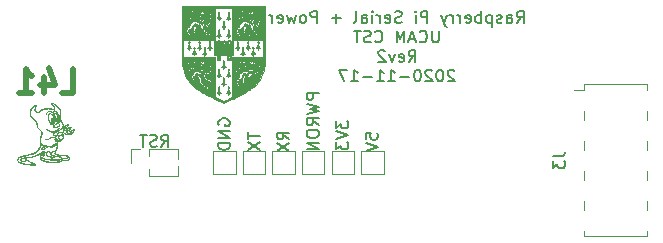
<source format=gbo>
%TF.GenerationSoftware,KiCad,Pcbnew,5.1.9-73d0e3b20d~88~ubuntu20.04.1*%
%TF.CreationDate,2021-04-22T17:18:43+01:00*%
%TF.ProjectId,hat,6861742e-6b69-4636-9164-5f7063625858,rev?*%
%TF.SameCoordinates,Original*%
%TF.FileFunction,Legend,Bot*%
%TF.FilePolarity,Positive*%
%FSLAX46Y46*%
G04 Gerber Fmt 4.6, Leading zero omitted, Abs format (unit mm)*
G04 Created by KiCad (PCBNEW 5.1.9-73d0e3b20d~88~ubuntu20.04.1) date 2021-04-22 17:18:43*
%MOMM*%
%LPD*%
G01*
G04 APERTURE LIST*
%ADD10C,0.500000*%
%ADD11C,0.150000*%
%ADD12C,0.010000*%
%ADD13C,0.120000*%
G04 APERTURE END LIST*
D10*
X105585714Y-107804761D02*
X106538095Y-107804761D01*
X106538095Y-105804761D01*
X104061904Y-106471428D02*
X104061904Y-107804761D01*
X104538095Y-105709523D02*
X105014285Y-107138095D01*
X103776190Y-107138095D01*
X101966666Y-107804761D02*
X103109523Y-107804761D01*
X102538095Y-107804761D02*
X102538095Y-105804761D01*
X102728571Y-106090476D01*
X102919047Y-106280952D01*
X103109523Y-106376190D01*
D11*
X144142857Y-101877380D02*
X144476190Y-101401190D01*
X144714285Y-101877380D02*
X144714285Y-100877380D01*
X144333333Y-100877380D01*
X144238095Y-100925000D01*
X144190476Y-100972619D01*
X144142857Y-101067857D01*
X144142857Y-101210714D01*
X144190476Y-101305952D01*
X144238095Y-101353571D01*
X144333333Y-101401190D01*
X144714285Y-101401190D01*
X143285714Y-101877380D02*
X143285714Y-101353571D01*
X143333333Y-101258333D01*
X143428571Y-101210714D01*
X143619047Y-101210714D01*
X143714285Y-101258333D01*
X143285714Y-101829761D02*
X143380952Y-101877380D01*
X143619047Y-101877380D01*
X143714285Y-101829761D01*
X143761904Y-101734523D01*
X143761904Y-101639285D01*
X143714285Y-101544047D01*
X143619047Y-101496428D01*
X143380952Y-101496428D01*
X143285714Y-101448809D01*
X142857142Y-101829761D02*
X142761904Y-101877380D01*
X142571428Y-101877380D01*
X142476190Y-101829761D01*
X142428571Y-101734523D01*
X142428571Y-101686904D01*
X142476190Y-101591666D01*
X142571428Y-101544047D01*
X142714285Y-101544047D01*
X142809523Y-101496428D01*
X142857142Y-101401190D01*
X142857142Y-101353571D01*
X142809523Y-101258333D01*
X142714285Y-101210714D01*
X142571428Y-101210714D01*
X142476190Y-101258333D01*
X142000000Y-101210714D02*
X142000000Y-102210714D01*
X142000000Y-101258333D02*
X141904761Y-101210714D01*
X141714285Y-101210714D01*
X141619047Y-101258333D01*
X141571428Y-101305952D01*
X141523809Y-101401190D01*
X141523809Y-101686904D01*
X141571428Y-101782142D01*
X141619047Y-101829761D01*
X141714285Y-101877380D01*
X141904761Y-101877380D01*
X142000000Y-101829761D01*
X141095238Y-101877380D02*
X141095238Y-100877380D01*
X141095238Y-101258333D02*
X141000000Y-101210714D01*
X140809523Y-101210714D01*
X140714285Y-101258333D01*
X140666666Y-101305952D01*
X140619047Y-101401190D01*
X140619047Y-101686904D01*
X140666666Y-101782142D01*
X140714285Y-101829761D01*
X140809523Y-101877380D01*
X141000000Y-101877380D01*
X141095238Y-101829761D01*
X139809523Y-101829761D02*
X139904761Y-101877380D01*
X140095238Y-101877380D01*
X140190476Y-101829761D01*
X140238095Y-101734523D01*
X140238095Y-101353571D01*
X140190476Y-101258333D01*
X140095238Y-101210714D01*
X139904761Y-101210714D01*
X139809523Y-101258333D01*
X139761904Y-101353571D01*
X139761904Y-101448809D01*
X140238095Y-101544047D01*
X139333333Y-101877380D02*
X139333333Y-101210714D01*
X139333333Y-101401190D02*
X139285714Y-101305952D01*
X139238095Y-101258333D01*
X139142857Y-101210714D01*
X139047619Y-101210714D01*
X138714285Y-101877380D02*
X138714285Y-101210714D01*
X138714285Y-101401190D02*
X138666666Y-101305952D01*
X138619047Y-101258333D01*
X138523809Y-101210714D01*
X138428571Y-101210714D01*
X138190476Y-101210714D02*
X137952380Y-101877380D01*
X137714285Y-101210714D02*
X137952380Y-101877380D01*
X138047619Y-102115476D01*
X138095238Y-102163095D01*
X138190476Y-102210714D01*
X136571428Y-101877380D02*
X136571428Y-100877380D01*
X136190476Y-100877380D01*
X136095238Y-100925000D01*
X136047619Y-100972619D01*
X136000000Y-101067857D01*
X136000000Y-101210714D01*
X136047619Y-101305952D01*
X136095238Y-101353571D01*
X136190476Y-101401190D01*
X136571428Y-101401190D01*
X135571428Y-101877380D02*
X135571428Y-101210714D01*
X135571428Y-100877380D02*
X135619047Y-100925000D01*
X135571428Y-100972619D01*
X135523809Y-100925000D01*
X135571428Y-100877380D01*
X135571428Y-100972619D01*
X134380952Y-101829761D02*
X134238095Y-101877380D01*
X134000000Y-101877380D01*
X133904761Y-101829761D01*
X133857142Y-101782142D01*
X133809523Y-101686904D01*
X133809523Y-101591666D01*
X133857142Y-101496428D01*
X133904761Y-101448809D01*
X134000000Y-101401190D01*
X134190476Y-101353571D01*
X134285714Y-101305952D01*
X134333333Y-101258333D01*
X134380952Y-101163095D01*
X134380952Y-101067857D01*
X134333333Y-100972619D01*
X134285714Y-100925000D01*
X134190476Y-100877380D01*
X133952380Y-100877380D01*
X133809523Y-100925000D01*
X133000000Y-101829761D02*
X133095238Y-101877380D01*
X133285714Y-101877380D01*
X133380952Y-101829761D01*
X133428571Y-101734523D01*
X133428571Y-101353571D01*
X133380952Y-101258333D01*
X133285714Y-101210714D01*
X133095238Y-101210714D01*
X133000000Y-101258333D01*
X132952380Y-101353571D01*
X132952380Y-101448809D01*
X133428571Y-101544047D01*
X132523809Y-101877380D02*
X132523809Y-101210714D01*
X132523809Y-101401190D02*
X132476190Y-101305952D01*
X132428571Y-101258333D01*
X132333333Y-101210714D01*
X132238095Y-101210714D01*
X131904761Y-101877380D02*
X131904761Y-101210714D01*
X131904761Y-100877380D02*
X131952380Y-100925000D01*
X131904761Y-100972619D01*
X131857142Y-100925000D01*
X131904761Y-100877380D01*
X131904761Y-100972619D01*
X131000000Y-101877380D02*
X131000000Y-101353571D01*
X131047619Y-101258333D01*
X131142857Y-101210714D01*
X131333333Y-101210714D01*
X131428571Y-101258333D01*
X131000000Y-101829761D02*
X131095238Y-101877380D01*
X131333333Y-101877380D01*
X131428571Y-101829761D01*
X131476190Y-101734523D01*
X131476190Y-101639285D01*
X131428571Y-101544047D01*
X131333333Y-101496428D01*
X131095238Y-101496428D01*
X131000000Y-101448809D01*
X130380952Y-101877380D02*
X130476190Y-101829761D01*
X130523809Y-101734523D01*
X130523809Y-100877380D01*
X129238095Y-101496428D02*
X128476190Y-101496428D01*
X128857142Y-101877380D02*
X128857142Y-101115476D01*
X127238095Y-101877380D02*
X127238095Y-100877380D01*
X126857142Y-100877380D01*
X126761904Y-100925000D01*
X126714285Y-100972619D01*
X126666666Y-101067857D01*
X126666666Y-101210714D01*
X126714285Y-101305952D01*
X126761904Y-101353571D01*
X126857142Y-101401190D01*
X127238095Y-101401190D01*
X126095238Y-101877380D02*
X126190476Y-101829761D01*
X126238095Y-101782142D01*
X126285714Y-101686904D01*
X126285714Y-101401190D01*
X126238095Y-101305952D01*
X126190476Y-101258333D01*
X126095238Y-101210714D01*
X125952380Y-101210714D01*
X125857142Y-101258333D01*
X125809523Y-101305952D01*
X125761904Y-101401190D01*
X125761904Y-101686904D01*
X125809523Y-101782142D01*
X125857142Y-101829761D01*
X125952380Y-101877380D01*
X126095238Y-101877380D01*
X125428571Y-101210714D02*
X125238095Y-101877380D01*
X125047619Y-101401190D01*
X124857142Y-101877380D01*
X124666666Y-101210714D01*
X123904761Y-101829761D02*
X124000000Y-101877380D01*
X124190476Y-101877380D01*
X124285714Y-101829761D01*
X124333333Y-101734523D01*
X124333333Y-101353571D01*
X124285714Y-101258333D01*
X124190476Y-101210714D01*
X124000000Y-101210714D01*
X123904761Y-101258333D01*
X123857142Y-101353571D01*
X123857142Y-101448809D01*
X124333333Y-101544047D01*
X123428571Y-101877380D02*
X123428571Y-101210714D01*
X123428571Y-101401190D02*
X123380952Y-101305952D01*
X123333333Y-101258333D01*
X123238095Y-101210714D01*
X123142857Y-101210714D01*
X137523809Y-102527380D02*
X137523809Y-103336904D01*
X137476190Y-103432142D01*
X137428571Y-103479761D01*
X137333333Y-103527380D01*
X137142857Y-103527380D01*
X137047619Y-103479761D01*
X137000000Y-103432142D01*
X136952380Y-103336904D01*
X136952380Y-102527380D01*
X135904761Y-103432142D02*
X135952380Y-103479761D01*
X136095238Y-103527380D01*
X136190476Y-103527380D01*
X136333333Y-103479761D01*
X136428571Y-103384523D01*
X136476190Y-103289285D01*
X136523809Y-103098809D01*
X136523809Y-102955952D01*
X136476190Y-102765476D01*
X136428571Y-102670238D01*
X136333333Y-102575000D01*
X136190476Y-102527380D01*
X136095238Y-102527380D01*
X135952380Y-102575000D01*
X135904761Y-102622619D01*
X135523809Y-103241666D02*
X135047619Y-103241666D01*
X135619047Y-103527380D02*
X135285714Y-102527380D01*
X134952380Y-103527380D01*
X134619047Y-103527380D02*
X134619047Y-102527380D01*
X134285714Y-103241666D01*
X133952380Y-102527380D01*
X133952380Y-103527380D01*
X132142857Y-103432142D02*
X132190476Y-103479761D01*
X132333333Y-103527380D01*
X132428571Y-103527380D01*
X132571428Y-103479761D01*
X132666666Y-103384523D01*
X132714285Y-103289285D01*
X132761904Y-103098809D01*
X132761904Y-102955952D01*
X132714285Y-102765476D01*
X132666666Y-102670238D01*
X132571428Y-102575000D01*
X132428571Y-102527380D01*
X132333333Y-102527380D01*
X132190476Y-102575000D01*
X132142857Y-102622619D01*
X131761904Y-103479761D02*
X131619047Y-103527380D01*
X131380952Y-103527380D01*
X131285714Y-103479761D01*
X131238095Y-103432142D01*
X131190476Y-103336904D01*
X131190476Y-103241666D01*
X131238095Y-103146428D01*
X131285714Y-103098809D01*
X131380952Y-103051190D01*
X131571428Y-103003571D01*
X131666666Y-102955952D01*
X131714285Y-102908333D01*
X131761904Y-102813095D01*
X131761904Y-102717857D01*
X131714285Y-102622619D01*
X131666666Y-102575000D01*
X131571428Y-102527380D01*
X131333333Y-102527380D01*
X131190476Y-102575000D01*
X130904761Y-102527380D02*
X130333333Y-102527380D01*
X130619047Y-103527380D02*
X130619047Y-102527380D01*
X134976190Y-105177380D02*
X135309523Y-104701190D01*
X135547619Y-105177380D02*
X135547619Y-104177380D01*
X135166666Y-104177380D01*
X135071428Y-104225000D01*
X135023809Y-104272619D01*
X134976190Y-104367857D01*
X134976190Y-104510714D01*
X135023809Y-104605952D01*
X135071428Y-104653571D01*
X135166666Y-104701190D01*
X135547619Y-104701190D01*
X134166666Y-105129761D02*
X134261904Y-105177380D01*
X134452380Y-105177380D01*
X134547619Y-105129761D01*
X134595238Y-105034523D01*
X134595238Y-104653571D01*
X134547619Y-104558333D01*
X134452380Y-104510714D01*
X134261904Y-104510714D01*
X134166666Y-104558333D01*
X134119047Y-104653571D01*
X134119047Y-104748809D01*
X134595238Y-104844047D01*
X133785714Y-104510714D02*
X133547619Y-105177380D01*
X133309523Y-104510714D01*
X132976190Y-104272619D02*
X132928571Y-104225000D01*
X132833333Y-104177380D01*
X132595238Y-104177380D01*
X132500000Y-104225000D01*
X132452380Y-104272619D01*
X132404761Y-104367857D01*
X132404761Y-104463095D01*
X132452380Y-104605952D01*
X133023809Y-105177380D01*
X132404761Y-105177380D01*
X138857142Y-105922619D02*
X138809523Y-105875000D01*
X138714285Y-105827380D01*
X138476190Y-105827380D01*
X138380952Y-105875000D01*
X138333333Y-105922619D01*
X138285714Y-106017857D01*
X138285714Y-106113095D01*
X138333333Y-106255952D01*
X138904761Y-106827380D01*
X138285714Y-106827380D01*
X137666666Y-105827380D02*
X137571428Y-105827380D01*
X137476190Y-105875000D01*
X137428571Y-105922619D01*
X137380952Y-106017857D01*
X137333333Y-106208333D01*
X137333333Y-106446428D01*
X137380952Y-106636904D01*
X137428571Y-106732142D01*
X137476190Y-106779761D01*
X137571428Y-106827380D01*
X137666666Y-106827380D01*
X137761904Y-106779761D01*
X137809523Y-106732142D01*
X137857142Y-106636904D01*
X137904761Y-106446428D01*
X137904761Y-106208333D01*
X137857142Y-106017857D01*
X137809523Y-105922619D01*
X137761904Y-105875000D01*
X137666666Y-105827380D01*
X136952380Y-105922619D02*
X136904761Y-105875000D01*
X136809523Y-105827380D01*
X136571428Y-105827380D01*
X136476190Y-105875000D01*
X136428571Y-105922619D01*
X136380952Y-106017857D01*
X136380952Y-106113095D01*
X136428571Y-106255952D01*
X137000000Y-106827380D01*
X136380952Y-106827380D01*
X135761904Y-105827380D02*
X135666666Y-105827380D01*
X135571428Y-105875000D01*
X135523809Y-105922619D01*
X135476190Y-106017857D01*
X135428571Y-106208333D01*
X135428571Y-106446428D01*
X135476190Y-106636904D01*
X135523809Y-106732142D01*
X135571428Y-106779761D01*
X135666666Y-106827380D01*
X135761904Y-106827380D01*
X135857142Y-106779761D01*
X135904761Y-106732142D01*
X135952380Y-106636904D01*
X136000000Y-106446428D01*
X136000000Y-106208333D01*
X135952380Y-106017857D01*
X135904761Y-105922619D01*
X135857142Y-105875000D01*
X135761904Y-105827380D01*
X135000000Y-106446428D02*
X134238095Y-106446428D01*
X133238095Y-106827380D02*
X133809523Y-106827380D01*
X133523809Y-106827380D02*
X133523809Y-105827380D01*
X133619047Y-105970238D01*
X133714285Y-106065476D01*
X133809523Y-106113095D01*
X132285714Y-106827380D02*
X132857142Y-106827380D01*
X132571428Y-106827380D02*
X132571428Y-105827380D01*
X132666666Y-105970238D01*
X132761904Y-106065476D01*
X132857142Y-106113095D01*
X131857142Y-106446428D02*
X131095238Y-106446428D01*
X130095238Y-106827380D02*
X130666666Y-106827380D01*
X130380952Y-106827380D02*
X130380952Y-105827380D01*
X130476190Y-105970238D01*
X130571428Y-106065476D01*
X130666666Y-106113095D01*
X129761904Y-105827380D02*
X129095238Y-105827380D01*
X129523809Y-106827380D01*
D12*
%TO.C,G\u002A\u002A\u002A*%
G36*
X119175220Y-104000689D02*
G01*
X119115297Y-104031818D01*
X119074185Y-104063138D01*
X119059901Y-104088722D01*
X119073909Y-104113291D01*
X119117668Y-104141564D01*
X119155116Y-104160486D01*
X119239263Y-104186594D01*
X119335348Y-104194010D01*
X119427739Y-104182341D01*
X119469629Y-104168387D01*
X119525845Y-104138662D01*
X119567997Y-104106327D01*
X119588025Y-104077832D01*
X119588666Y-104073106D01*
X119574479Y-104058603D01*
X119570528Y-104056203D01*
X119495533Y-104056203D01*
X119436267Y-104082705D01*
X119352341Y-104107135D01*
X119270422Y-104101242D01*
X119219823Y-104084094D01*
X119181831Y-104066056D01*
X119171936Y-104053437D01*
X119185275Y-104041604D01*
X119244850Y-104021726D01*
X119320052Y-104015059D01*
X119395047Y-104022271D01*
X119427800Y-104031391D01*
X119495533Y-104056203D01*
X119570528Y-104056203D01*
X119537575Y-104036186D01*
X119494131Y-104014580D01*
X119386317Y-103981169D01*
X119277492Y-103976653D01*
X119175220Y-104000689D01*
G37*
X119175220Y-104000689D02*
X119115297Y-104031818D01*
X119074185Y-104063138D01*
X119059901Y-104088722D01*
X119073909Y-104113291D01*
X119117668Y-104141564D01*
X119155116Y-104160486D01*
X119239263Y-104186594D01*
X119335348Y-104194010D01*
X119427739Y-104182341D01*
X119469629Y-104168387D01*
X119525845Y-104138662D01*
X119567997Y-104106327D01*
X119588025Y-104077832D01*
X119588666Y-104073106D01*
X119574479Y-104058603D01*
X119570528Y-104056203D01*
X119495533Y-104056203D01*
X119436267Y-104082705D01*
X119352341Y-104107135D01*
X119270422Y-104101242D01*
X119219823Y-104084094D01*
X119181831Y-104066056D01*
X119171936Y-104053437D01*
X119185275Y-104041604D01*
X119244850Y-104021726D01*
X119320052Y-104015059D01*
X119395047Y-104022271D01*
X119427800Y-104031391D01*
X119495533Y-104056203D01*
X119570528Y-104056203D01*
X119537575Y-104036186D01*
X119494131Y-104014580D01*
X119386317Y-103981169D01*
X119277492Y-103976653D01*
X119175220Y-104000689D01*
G36*
X117287641Y-101054981D02*
G01*
X117289654Y-101073792D01*
X117304520Y-101111295D01*
X117327053Y-101157516D01*
X117352070Y-101202484D01*
X117374385Y-101236226D01*
X117388410Y-101248800D01*
X117409306Y-101236806D01*
X117409743Y-101236100D01*
X117418286Y-101211729D01*
X117427865Y-101172600D01*
X117431423Y-101140009D01*
X117420414Y-101117425D01*
X117388062Y-101094800D01*
X117367857Y-101083610D01*
X117324619Y-101063054D01*
X117294552Y-101053951D01*
X117287641Y-101054981D01*
G37*
X117287641Y-101054981D02*
X117289654Y-101073792D01*
X117304520Y-101111295D01*
X117327053Y-101157516D01*
X117352070Y-101202484D01*
X117374385Y-101236226D01*
X117388410Y-101248800D01*
X117409306Y-101236806D01*
X117409743Y-101236100D01*
X117418286Y-101211729D01*
X117427865Y-101172600D01*
X117431423Y-101140009D01*
X117420414Y-101117425D01*
X117388062Y-101094800D01*
X117367857Y-101083610D01*
X117324619Y-101063054D01*
X117294552Y-101053951D01*
X117287641Y-101054981D01*
G36*
X117611327Y-101057021D02*
G01*
X117564514Y-101083700D01*
X117525904Y-101112859D01*
X117510367Y-101141802D01*
X117509719Y-101179758D01*
X117520144Y-101227404D01*
X117540744Y-101243313D01*
X117570639Y-101226981D01*
X117578423Y-101218959D01*
X117599368Y-101188390D01*
X117623742Y-101143219D01*
X117645192Y-101096521D01*
X117657367Y-101061371D01*
X117658266Y-101054611D01*
X117645877Y-101045627D01*
X117611327Y-101057021D01*
G37*
X117611327Y-101057021D02*
X117564514Y-101083700D01*
X117525904Y-101112859D01*
X117510367Y-101141802D01*
X117509719Y-101179758D01*
X117520144Y-101227404D01*
X117540744Y-101243313D01*
X117570639Y-101226981D01*
X117578423Y-101218959D01*
X117599368Y-101188390D01*
X117623742Y-101143219D01*
X117645192Y-101096521D01*
X117657367Y-101061371D01*
X117658266Y-101054611D01*
X117645877Y-101045627D01*
X117611327Y-101057021D01*
G36*
X117459300Y-101324815D02*
G01*
X117390611Y-101326489D01*
X117349521Y-101333618D01*
X117332184Y-101352313D01*
X117334754Y-101388683D01*
X117353385Y-101448837D01*
X117363251Y-101477400D01*
X117389507Y-101545627D01*
X117412288Y-101585752D01*
X117434885Y-101602857D01*
X117445437Y-101604400D01*
X117474679Y-101594867D01*
X117493239Y-101583234D01*
X117514956Y-101555051D01*
X117540563Y-101506064D01*
X117561561Y-101456376D01*
X117505550Y-101456376D01*
X117494979Y-101516320D01*
X117477797Y-101546623D01*
X117454674Y-101547884D01*
X117431512Y-101522792D01*
X117415566Y-101480140D01*
X117408846Y-101425218D01*
X117421963Y-101396676D01*
X117456074Y-101392648D01*
X117468059Y-101395263D01*
X117497343Y-101415227D01*
X117505550Y-101456376D01*
X117561561Y-101456376D01*
X117565041Y-101448143D01*
X117583370Y-101393158D01*
X117590533Y-101353145D01*
X117586555Y-101338017D01*
X117570126Y-101329199D01*
X117534508Y-101325237D01*
X117472963Y-101324676D01*
X117459300Y-101324815D01*
G37*
X117459300Y-101324815D02*
X117390611Y-101326489D01*
X117349521Y-101333618D01*
X117332184Y-101352313D01*
X117334754Y-101388683D01*
X117353385Y-101448837D01*
X117363251Y-101477400D01*
X117389507Y-101545627D01*
X117412288Y-101585752D01*
X117434885Y-101602857D01*
X117445437Y-101604400D01*
X117474679Y-101594867D01*
X117493239Y-101583234D01*
X117514956Y-101555051D01*
X117540563Y-101506064D01*
X117561561Y-101456376D01*
X117505550Y-101456376D01*
X117494979Y-101516320D01*
X117477797Y-101546623D01*
X117454674Y-101547884D01*
X117431512Y-101522792D01*
X117415566Y-101480140D01*
X117408846Y-101425218D01*
X117421963Y-101396676D01*
X117456074Y-101392648D01*
X117468059Y-101395263D01*
X117497343Y-101415227D01*
X117505550Y-101456376D01*
X117561561Y-101456376D01*
X117565041Y-101448143D01*
X117583370Y-101393158D01*
X117590533Y-101353145D01*
X117586555Y-101338017D01*
X117570126Y-101329199D01*
X117534508Y-101325237D01*
X117472963Y-101324676D01*
X117459300Y-101324815D01*
G36*
X121503440Y-101055582D02*
G01*
X121505229Y-101074862D01*
X121521012Y-101112178D01*
X121545282Y-101157880D01*
X121572528Y-101202318D01*
X121597244Y-101235840D01*
X121613723Y-101248800D01*
X121630217Y-101234098D01*
X121643413Y-101198454D01*
X121643950Y-101195883D01*
X121651370Y-101155015D01*
X121654532Y-101130127D01*
X121654533Y-101129920D01*
X121640821Y-101115088D01*
X121607416Y-101094444D01*
X121565915Y-101073691D01*
X121527915Y-101058537D01*
X121505013Y-101054687D01*
X121503440Y-101055582D01*
G37*
X121503440Y-101055582D02*
X121505229Y-101074862D01*
X121521012Y-101112178D01*
X121545282Y-101157880D01*
X121572528Y-101202318D01*
X121597244Y-101235840D01*
X121613723Y-101248800D01*
X121630217Y-101234098D01*
X121643413Y-101198454D01*
X121643950Y-101195883D01*
X121651370Y-101155015D01*
X121654532Y-101130127D01*
X121654533Y-101129920D01*
X121640821Y-101115088D01*
X121607416Y-101094444D01*
X121565915Y-101073691D01*
X121527915Y-101058537D01*
X121505013Y-101054687D01*
X121503440Y-101055582D01*
G36*
X121835800Y-101053985D02*
G01*
X121797110Y-101074951D01*
X121782837Y-101083700D01*
X121743742Y-101112717D01*
X121727722Y-101141454D01*
X121726630Y-101179758D01*
X121736202Y-101227147D01*
X121756207Y-101242359D01*
X121787068Y-101225571D01*
X121801560Y-101211025D01*
X121838055Y-101163369D01*
X121863491Y-101115739D01*
X121875279Y-101075601D01*
X121870831Y-101050423D01*
X121858907Y-101045600D01*
X121835800Y-101053985D01*
G37*
X121835800Y-101053985D02*
X121797110Y-101074951D01*
X121782837Y-101083700D01*
X121743742Y-101112717D01*
X121727722Y-101141454D01*
X121726630Y-101179758D01*
X121736202Y-101227147D01*
X121756207Y-101242359D01*
X121787068Y-101225571D01*
X121801560Y-101211025D01*
X121838055Y-101163369D01*
X121863491Y-101115739D01*
X121875279Y-101075601D01*
X121870831Y-101050423D01*
X121858907Y-101045600D01*
X121835800Y-101053985D01*
G36*
X121687970Y-101323659D02*
G01*
X121618217Y-101325192D01*
X121575267Y-101332017D01*
X121556401Y-101349579D01*
X121558898Y-101383325D01*
X121580038Y-101438701D01*
X121603902Y-101491991D01*
X121638141Y-101559002D01*
X121667141Y-101595049D01*
X121693440Y-101602128D01*
X121719223Y-101582668D01*
X121738817Y-101550283D01*
X121763586Y-101498100D01*
X121788201Y-101438517D01*
X121795676Y-101417189D01*
X121730213Y-101417189D01*
X121730103Y-101445306D01*
X121718771Y-101495173D01*
X121710779Y-101524930D01*
X121694354Y-101550369D01*
X121671751Y-101548639D01*
X121649977Y-101523765D01*
X121636408Y-101482179D01*
X121631828Y-101427700D01*
X121642822Y-101399787D01*
X121672641Y-101393461D01*
X121692511Y-101396223D01*
X121718037Y-101403327D01*
X121730213Y-101417189D01*
X121795676Y-101417189D01*
X121807332Y-101383932D01*
X121812300Y-101366099D01*
X121823006Y-101322531D01*
X121687970Y-101323659D01*
G37*
X121687970Y-101323659D02*
X121618217Y-101325192D01*
X121575267Y-101332017D01*
X121556401Y-101349579D01*
X121558898Y-101383325D01*
X121580038Y-101438701D01*
X121603902Y-101491991D01*
X121638141Y-101559002D01*
X121667141Y-101595049D01*
X121693440Y-101602128D01*
X121719223Y-101582668D01*
X121738817Y-101550283D01*
X121763586Y-101498100D01*
X121788201Y-101438517D01*
X121795676Y-101417189D01*
X121730213Y-101417189D01*
X121730103Y-101445306D01*
X121718771Y-101495173D01*
X121710779Y-101524930D01*
X121694354Y-101550369D01*
X121671751Y-101548639D01*
X121649977Y-101523765D01*
X121636408Y-101482179D01*
X121631828Y-101427700D01*
X121642822Y-101399787D01*
X121672641Y-101393461D01*
X121692511Y-101396223D01*
X121718037Y-101403327D01*
X121730213Y-101417189D01*
X121795676Y-101417189D01*
X121807332Y-101383932D01*
X121812300Y-101366099D01*
X121823006Y-101322531D01*
X121687970Y-101323659D01*
G36*
X117680709Y-105269049D02*
G01*
X117642470Y-105286852D01*
X117622321Y-105296928D01*
X117576865Y-105325608D01*
X117562320Y-105350322D01*
X117563729Y-105357579D01*
X117572785Y-105395670D01*
X117573600Y-105407318D01*
X117585192Y-105427852D01*
X117611406Y-105428268D01*
X117638898Y-105408868D01*
X117656377Y-105381233D01*
X117675634Y-105341911D01*
X117692141Y-105301756D01*
X117701370Y-105271624D01*
X117700152Y-105262000D01*
X117680709Y-105269049D01*
G37*
X117680709Y-105269049D02*
X117642470Y-105286852D01*
X117622321Y-105296928D01*
X117576865Y-105325608D01*
X117562320Y-105350322D01*
X117563729Y-105357579D01*
X117572785Y-105395670D01*
X117573600Y-105407318D01*
X117585192Y-105427852D01*
X117611406Y-105428268D01*
X117638898Y-105408868D01*
X117656377Y-105381233D01*
X117675634Y-105341911D01*
X117692141Y-105301756D01*
X117701370Y-105271624D01*
X117700152Y-105262000D01*
X117680709Y-105269049D01*
G36*
X117356766Y-105282539D02*
G01*
X117363244Y-105310140D01*
X117394285Y-105359276D01*
X117407890Y-105377455D01*
X117444009Y-105422308D01*
X117467173Y-105443485D01*
X117483581Y-105445239D01*
X117494578Y-105436978D01*
X117506476Y-105406734D01*
X117504400Y-105366212D01*
X117490871Y-105331548D01*
X117476233Y-105319499D01*
X117434817Y-105303229D01*
X117417196Y-105294631D01*
X117374775Y-105277145D01*
X117356766Y-105282539D01*
G37*
X117356766Y-105282539D02*
X117363244Y-105310140D01*
X117394285Y-105359276D01*
X117407890Y-105377455D01*
X117444009Y-105422308D01*
X117467173Y-105443485D01*
X117483581Y-105445239D01*
X117494578Y-105436978D01*
X117506476Y-105406734D01*
X117504400Y-105366212D01*
X117490871Y-105331548D01*
X117476233Y-105319499D01*
X117434817Y-105303229D01*
X117417196Y-105294631D01*
X117374775Y-105277145D01*
X117356766Y-105282539D01*
G36*
X117592620Y-105506045D02*
G01*
X117542252Y-105519464D01*
X117514333Y-105515026D01*
X117471985Y-105503016D01*
X117450833Y-105500257D01*
X117427867Y-105512121D01*
X117422804Y-105546280D01*
X117434974Y-105596714D01*
X117463704Y-105657398D01*
X117469459Y-105667109D01*
X117504026Y-105719096D01*
X117530160Y-105744336D01*
X117553370Y-105746946D01*
X117567092Y-105740092D01*
X117590441Y-105712936D01*
X117617004Y-105665978D01*
X117638319Y-105617645D01*
X117588489Y-105617645D01*
X117583288Y-105661096D01*
X117565214Y-105693595D01*
X117540019Y-105697345D01*
X117515542Y-105673986D01*
X117503571Y-105644451D01*
X117496483Y-105596911D01*
X117509653Y-105572858D01*
X117541264Y-105566800D01*
X117575266Y-105580154D01*
X117588489Y-105617645D01*
X117638319Y-105617645D01*
X117640805Y-105612009D01*
X117655869Y-105563824D01*
X117658266Y-105544897D01*
X117652576Y-105503934D01*
X117632171Y-105492067D01*
X117592620Y-105506045D01*
G37*
X117592620Y-105506045D02*
X117542252Y-105519464D01*
X117514333Y-105515026D01*
X117471985Y-105503016D01*
X117450833Y-105500257D01*
X117427867Y-105512121D01*
X117422804Y-105546280D01*
X117434974Y-105596714D01*
X117463704Y-105657398D01*
X117469459Y-105667109D01*
X117504026Y-105719096D01*
X117530160Y-105744336D01*
X117553370Y-105746946D01*
X117567092Y-105740092D01*
X117590441Y-105712936D01*
X117617004Y-105665978D01*
X117638319Y-105617645D01*
X117588489Y-105617645D01*
X117583288Y-105661096D01*
X117565214Y-105693595D01*
X117540019Y-105697345D01*
X117515542Y-105673986D01*
X117503571Y-105644451D01*
X117496483Y-105596911D01*
X117509653Y-105572858D01*
X117541264Y-105566800D01*
X117575266Y-105580154D01*
X117588489Y-105617645D01*
X117638319Y-105617645D01*
X117640805Y-105612009D01*
X117655869Y-105563824D01*
X117658266Y-105544897D01*
X117652576Y-105503934D01*
X117632171Y-105492067D01*
X117592620Y-105506045D01*
G36*
X121490441Y-105284981D02*
G01*
X121495729Y-105300818D01*
X121515520Y-105333702D01*
X121543174Y-105374226D01*
X121572047Y-105412981D01*
X121595498Y-105440562D01*
X121605737Y-105448267D01*
X121615331Y-105433302D01*
X121620420Y-105396192D01*
X121620666Y-105384677D01*
X121617532Y-105342205D01*
X121601703Y-105319287D01*
X121563540Y-105303229D01*
X121557326Y-105301262D01*
X121516370Y-105289504D01*
X121492503Y-105284676D01*
X121490441Y-105284981D01*
G37*
X121490441Y-105284981D02*
X121495729Y-105300818D01*
X121515520Y-105333702D01*
X121543174Y-105374226D01*
X121572047Y-105412981D01*
X121595498Y-105440562D01*
X121605737Y-105448267D01*
X121615331Y-105433302D01*
X121620420Y-105396192D01*
X121620666Y-105384677D01*
X121617532Y-105342205D01*
X121601703Y-105319287D01*
X121563540Y-105303229D01*
X121557326Y-105301262D01*
X121516370Y-105289504D01*
X121492503Y-105284676D01*
X121490441Y-105284981D01*
G36*
X121778614Y-105297662D02*
G01*
X121766430Y-105302477D01*
X121725214Y-105324420D01*
X121708001Y-105350834D01*
X121705333Y-105378670D01*
X121711911Y-105424816D01*
X121731247Y-105440153D01*
X121759852Y-105426558D01*
X121785620Y-105398408D01*
X121811532Y-105359353D01*
X121831460Y-105320413D01*
X121839276Y-105292605D01*
X121837507Y-105286929D01*
X121817065Y-105286459D01*
X121778614Y-105297662D01*
G37*
X121778614Y-105297662D02*
X121766430Y-105302477D01*
X121725214Y-105324420D01*
X121708001Y-105350834D01*
X121705333Y-105378670D01*
X121711911Y-105424816D01*
X121731247Y-105440153D01*
X121759852Y-105426558D01*
X121785620Y-105398408D01*
X121811532Y-105359353D01*
X121831460Y-105320413D01*
X121839276Y-105292605D01*
X121837507Y-105286929D01*
X121817065Y-105286459D01*
X121778614Y-105297662D01*
G36*
X121710064Y-105521611D02*
G01*
X121658130Y-105536265D01*
X121629133Y-105531960D01*
X121575163Y-105518183D01*
X121544148Y-105528153D01*
X121536567Y-105560283D01*
X121552898Y-105612988D01*
X121586427Y-105673552D01*
X121618639Y-105721920D01*
X121641498Y-105745515D01*
X121662752Y-105748794D01*
X121690153Y-105736216D01*
X121692752Y-105734710D01*
X121721775Y-105705582D01*
X121752406Y-105657305D01*
X121769564Y-105620394D01*
X121710095Y-105620394D01*
X121709258Y-105633171D01*
X121696604Y-105677267D01*
X121674033Y-105709795D01*
X121654435Y-105719200D01*
X121640626Y-105705024D01*
X121631339Y-105681100D01*
X121620410Y-105625633D01*
X121626313Y-105595586D01*
X121650944Y-105585985D01*
X121667233Y-105586842D01*
X121700946Y-105596395D01*
X121710095Y-105620394D01*
X121769564Y-105620394D01*
X121777448Y-105603434D01*
X121789705Y-105557524D01*
X121790000Y-105551541D01*
X121780574Y-105515483D01*
X121751846Y-105506803D01*
X121710064Y-105521611D01*
G37*
X121710064Y-105521611D02*
X121658130Y-105536265D01*
X121629133Y-105531960D01*
X121575163Y-105518183D01*
X121544148Y-105528153D01*
X121536567Y-105560283D01*
X121552898Y-105612988D01*
X121586427Y-105673552D01*
X121618639Y-105721920D01*
X121641498Y-105745515D01*
X121662752Y-105748794D01*
X121690153Y-105736216D01*
X121692752Y-105734710D01*
X121721775Y-105705582D01*
X121752406Y-105657305D01*
X121769564Y-105620394D01*
X121710095Y-105620394D01*
X121709258Y-105633171D01*
X121696604Y-105677267D01*
X121674033Y-105709795D01*
X121654435Y-105719200D01*
X121640626Y-105705024D01*
X121631339Y-105681100D01*
X121620410Y-105625633D01*
X121626313Y-105595586D01*
X121650944Y-105585985D01*
X121667233Y-105586842D01*
X121700946Y-105596395D01*
X121710095Y-105620394D01*
X121769564Y-105620394D01*
X121777448Y-105603434D01*
X121789705Y-105557524D01*
X121790000Y-105551541D01*
X121780574Y-105515483D01*
X121751846Y-105506803D01*
X121710064Y-105521611D01*
G36*
X118859013Y-100956852D02*
G01*
X118850225Y-100969834D01*
X118832213Y-101002181D01*
X118834609Y-101023898D01*
X118849835Y-101043134D01*
X118871448Y-101084891D01*
X118875285Y-101145586D01*
X118861420Y-101229543D01*
X118853511Y-101261072D01*
X118826326Y-101340348D01*
X118791062Y-101411119D01*
X118752912Y-101464109D01*
X118727984Y-101485247D01*
X118717443Y-101495698D01*
X118734446Y-101500931D01*
X118770649Y-101502285D01*
X118813350Y-101504256D01*
X118837434Y-101515044D01*
X118852885Y-101543168D01*
X118865551Y-101583234D01*
X118880114Y-101629661D01*
X118889678Y-101647367D01*
X118898439Y-101640225D01*
X118906825Y-101621334D01*
X118922789Y-101575532D01*
X118930597Y-101545134D01*
X118944911Y-101520444D01*
X118981141Y-101508213D01*
X119000988Y-101505975D01*
X119064962Y-101500683D01*
X119021387Y-101448897D01*
X118963542Y-101358917D01*
X118928038Y-101250690D01*
X118916731Y-101177270D01*
X118912705Y-101116172D01*
X118917535Y-101077368D01*
X118932803Y-101050077D01*
X118935923Y-101046495D01*
X118954815Y-101021562D01*
X118953290Y-101000244D01*
X118934124Y-100971038D01*
X118904948Y-100936760D01*
X118882934Y-100932075D01*
X118859013Y-100956852D01*
G37*
X118859013Y-100956852D02*
X118850225Y-100969834D01*
X118832213Y-101002181D01*
X118834609Y-101023898D01*
X118849835Y-101043134D01*
X118871448Y-101084891D01*
X118875285Y-101145586D01*
X118861420Y-101229543D01*
X118853511Y-101261072D01*
X118826326Y-101340348D01*
X118791062Y-101411119D01*
X118752912Y-101464109D01*
X118727984Y-101485247D01*
X118717443Y-101495698D01*
X118734446Y-101500931D01*
X118770649Y-101502285D01*
X118813350Y-101504256D01*
X118837434Y-101515044D01*
X118852885Y-101543168D01*
X118865551Y-101583234D01*
X118880114Y-101629661D01*
X118889678Y-101647367D01*
X118898439Y-101640225D01*
X118906825Y-101621334D01*
X118922789Y-101575532D01*
X118930597Y-101545134D01*
X118944911Y-101520444D01*
X118981141Y-101508213D01*
X119000988Y-101505975D01*
X119064962Y-101500683D01*
X119021387Y-101448897D01*
X118963542Y-101358917D01*
X118928038Y-101250690D01*
X118916731Y-101177270D01*
X118912705Y-101116172D01*
X118917535Y-101077368D01*
X118932803Y-101050077D01*
X118935923Y-101046495D01*
X118954815Y-101021562D01*
X118953290Y-101000244D01*
X118934124Y-100971038D01*
X118904948Y-100936760D01*
X118882934Y-100932075D01*
X118859013Y-100956852D01*
G36*
X119670405Y-100955117D02*
G01*
X119642716Y-100992785D01*
X119648268Y-101027367D01*
X119666584Y-101047025D01*
X119683605Y-101081124D01*
X119686454Y-101136972D01*
X119677074Y-101206533D01*
X119657411Y-101281769D01*
X119629408Y-101354644D01*
X119595010Y-101417122D01*
X119569280Y-101449240D01*
X119516915Y-101502800D01*
X119583684Y-101502800D01*
X119623980Y-101504739D01*
X119647391Y-101516157D01*
X119663625Y-101545459D01*
X119676610Y-101583234D01*
X119702765Y-101663667D01*
X119725428Y-101583234D01*
X119740478Y-101535287D01*
X119756444Y-101511591D01*
X119782733Y-101503609D01*
X119814066Y-101502800D01*
X119880041Y-101502800D01*
X119828214Y-101443772D01*
X119785559Y-101379971D01*
X119753022Y-101301958D01*
X119732344Y-101218771D01*
X119725269Y-101139447D01*
X119733537Y-101073026D01*
X119750033Y-101038184D01*
X119764657Y-101012307D01*
X119758018Y-100989556D01*
X119738100Y-100966242D01*
X119710854Y-100940710D01*
X119691623Y-100938884D01*
X119670405Y-100955117D01*
G37*
X119670405Y-100955117D02*
X119642716Y-100992785D01*
X119648268Y-101027367D01*
X119666584Y-101047025D01*
X119683605Y-101081124D01*
X119686454Y-101136972D01*
X119677074Y-101206533D01*
X119657411Y-101281769D01*
X119629408Y-101354644D01*
X119595010Y-101417122D01*
X119569280Y-101449240D01*
X119516915Y-101502800D01*
X119583684Y-101502800D01*
X119623980Y-101504739D01*
X119647391Y-101516157D01*
X119663625Y-101545459D01*
X119676610Y-101583234D01*
X119702765Y-101663667D01*
X119725428Y-101583234D01*
X119740478Y-101535287D01*
X119756444Y-101511591D01*
X119782733Y-101503609D01*
X119814066Y-101502800D01*
X119880041Y-101502800D01*
X119828214Y-101443772D01*
X119785559Y-101379971D01*
X119753022Y-101301958D01*
X119732344Y-101218771D01*
X119725269Y-101139447D01*
X119733537Y-101073026D01*
X119750033Y-101038184D01*
X119764657Y-101012307D01*
X119758018Y-100989556D01*
X119738100Y-100966242D01*
X119710854Y-100940710D01*
X119691623Y-100938884D01*
X119670405Y-100955117D01*
G36*
X119268229Y-101696361D02*
G01*
X119238547Y-101731252D01*
X119238423Y-101762142D01*
X119260348Y-101792746D01*
X119274412Y-101813366D01*
X119279593Y-101840286D01*
X119276389Y-101882992D01*
X119267884Y-101936278D01*
X119244481Y-102034774D01*
X119212484Y-102118184D01*
X119175154Y-102178780D01*
X119158291Y-102195885D01*
X119139379Y-102221257D01*
X119149968Y-102236870D01*
X119186228Y-102238959D01*
X119199856Y-102236729D01*
X119235717Y-102233370D01*
X119249351Y-102246029D01*
X119250764Y-102258450D01*
X119258063Y-102296265D01*
X119274087Y-102341000D01*
X119296646Y-102391800D01*
X119313613Y-102349467D01*
X119329393Y-102303555D01*
X119337224Y-102273267D01*
X119355003Y-102246229D01*
X119389748Y-102239400D01*
X119422195Y-102236571D01*
X119433267Y-102224109D01*
X119423341Y-102196055D01*
X119395363Y-102150390D01*
X119358680Y-102079491D01*
X119332306Y-101999834D01*
X119317556Y-101920076D01*
X119315750Y-101848874D01*
X119328202Y-101794885D01*
X119338788Y-101778534D01*
X119356156Y-101754453D01*
X119352853Y-101732518D01*
X119334886Y-101706292D01*
X119311495Y-101678491D01*
X119293933Y-101675934D01*
X119268229Y-101696361D01*
G37*
X119268229Y-101696361D02*
X119238547Y-101731252D01*
X119238423Y-101762142D01*
X119260348Y-101792746D01*
X119274412Y-101813366D01*
X119279593Y-101840286D01*
X119276389Y-101882992D01*
X119267884Y-101936278D01*
X119244481Y-102034774D01*
X119212484Y-102118184D01*
X119175154Y-102178780D01*
X119158291Y-102195885D01*
X119139379Y-102221257D01*
X119149968Y-102236870D01*
X119186228Y-102238959D01*
X119199856Y-102236729D01*
X119235717Y-102233370D01*
X119249351Y-102246029D01*
X119250764Y-102258450D01*
X119258063Y-102296265D01*
X119274087Y-102341000D01*
X119296646Y-102391800D01*
X119313613Y-102349467D01*
X119329393Y-102303555D01*
X119337224Y-102273267D01*
X119355003Y-102246229D01*
X119389748Y-102239400D01*
X119422195Y-102236571D01*
X119433267Y-102224109D01*
X119423341Y-102196055D01*
X119395363Y-102150390D01*
X119358680Y-102079491D01*
X119332306Y-101999834D01*
X119317556Y-101920076D01*
X119315750Y-101848874D01*
X119328202Y-101794885D01*
X119338788Y-101778534D01*
X119356156Y-101754453D01*
X119352853Y-101732518D01*
X119334886Y-101706292D01*
X119311495Y-101678491D01*
X119293933Y-101675934D01*
X119268229Y-101696361D01*
G36*
X118853438Y-102442884D02*
G01*
X118834546Y-102475850D01*
X118835493Y-102497363D01*
X118853103Y-102519945D01*
X118870872Y-102561887D01*
X118873491Y-102624471D01*
X118863112Y-102699225D01*
X118841884Y-102777677D01*
X118811956Y-102851354D01*
X118775478Y-102911783D01*
X118745830Y-102942755D01*
X118703566Y-102976000D01*
X118770610Y-102976000D01*
X118811059Y-102977918D01*
X118834516Y-102989277D01*
X118850711Y-103018482D01*
X118863711Y-103056434D01*
X118879484Y-103102790D01*
X118889611Y-103120634D01*
X118898452Y-103113806D01*
X118906974Y-103094534D01*
X118922833Y-103048694D01*
X118930597Y-103018334D01*
X118944859Y-102993685D01*
X118980971Y-102981449D01*
X119001188Y-102979163D01*
X119065361Y-102973859D01*
X119014474Y-102915901D01*
X118972364Y-102853225D01*
X118940251Y-102777062D01*
X118919749Y-102696091D01*
X118912474Y-102618992D01*
X118920040Y-102554442D01*
X118939939Y-102515258D01*
X118957048Y-102492246D01*
X118954252Y-102472794D01*
X118929132Y-102444245D01*
X118925706Y-102440809D01*
X118882867Y-102397970D01*
X118853438Y-102442884D01*
G37*
X118853438Y-102442884D02*
X118834546Y-102475850D01*
X118835493Y-102497363D01*
X118853103Y-102519945D01*
X118870872Y-102561887D01*
X118873491Y-102624471D01*
X118863112Y-102699225D01*
X118841884Y-102777677D01*
X118811956Y-102851354D01*
X118775478Y-102911783D01*
X118745830Y-102942755D01*
X118703566Y-102976000D01*
X118770610Y-102976000D01*
X118811059Y-102977918D01*
X118834516Y-102989277D01*
X118850711Y-103018482D01*
X118863711Y-103056434D01*
X118879484Y-103102790D01*
X118889611Y-103120634D01*
X118898452Y-103113806D01*
X118906974Y-103094534D01*
X118922833Y-103048694D01*
X118930597Y-103018334D01*
X118944859Y-102993685D01*
X118980971Y-102981449D01*
X119001188Y-102979163D01*
X119065361Y-102973859D01*
X119014474Y-102915901D01*
X118972364Y-102853225D01*
X118940251Y-102777062D01*
X118919749Y-102696091D01*
X118912474Y-102618992D01*
X118920040Y-102554442D01*
X118939939Y-102515258D01*
X118957048Y-102492246D01*
X118954252Y-102472794D01*
X118929132Y-102444245D01*
X118925706Y-102440809D01*
X118882867Y-102397970D01*
X118853438Y-102442884D01*
G36*
X119665136Y-102439812D02*
G01*
X119647174Y-102472730D01*
X119649511Y-102498508D01*
X119665819Y-102526344D01*
X119684959Y-102572010D01*
X119685168Y-102629497D01*
X119683444Y-102641833D01*
X119658544Y-102753488D01*
X119622154Y-102848509D01*
X119577421Y-102918886D01*
X119572217Y-102924682D01*
X119524279Y-102976000D01*
X119587366Y-102976000D01*
X119625723Y-102978176D01*
X119648104Y-102990372D01*
X119663865Y-103021089D01*
X119675255Y-103055863D01*
X119700057Y-103135725D01*
X119718974Y-103085496D01*
X119735683Y-103039769D01*
X119747414Y-103005634D01*
X119767651Y-102983555D01*
X119813002Y-102976048D01*
X119818489Y-102976000D01*
X119880041Y-102976000D01*
X119828214Y-102916972D01*
X119783528Y-102850023D01*
X119750366Y-102768970D01*
X119730559Y-102683208D01*
X119725934Y-102602137D01*
X119738320Y-102535152D01*
X119749541Y-102512697D01*
X119764577Y-102483807D01*
X119758945Y-102461652D01*
X119734047Y-102435493D01*
X119693144Y-102397067D01*
X119665136Y-102439812D01*
G37*
X119665136Y-102439812D02*
X119647174Y-102472730D01*
X119649511Y-102498508D01*
X119665819Y-102526344D01*
X119684959Y-102572010D01*
X119685168Y-102629497D01*
X119683444Y-102641833D01*
X119658544Y-102753488D01*
X119622154Y-102848509D01*
X119577421Y-102918886D01*
X119572217Y-102924682D01*
X119524279Y-102976000D01*
X119587366Y-102976000D01*
X119625723Y-102978176D01*
X119648104Y-102990372D01*
X119663865Y-103021089D01*
X119675255Y-103055863D01*
X119700057Y-103135725D01*
X119718974Y-103085496D01*
X119735683Y-103039769D01*
X119747414Y-103005634D01*
X119767651Y-102983555D01*
X119813002Y-102976048D01*
X119818489Y-102976000D01*
X119880041Y-102976000D01*
X119828214Y-102916972D01*
X119783528Y-102850023D01*
X119750366Y-102768970D01*
X119730559Y-102683208D01*
X119725934Y-102602137D01*
X119738320Y-102535152D01*
X119749541Y-102512697D01*
X119764577Y-102483807D01*
X119758945Y-102461652D01*
X119734047Y-102435493D01*
X119693144Y-102397067D01*
X119665136Y-102439812D01*
G36*
X116336038Y-103465200D02*
G01*
X116314312Y-103496115D01*
X116314534Y-103520252D01*
X116330639Y-103548145D01*
X116347227Y-103584946D01*
X116351643Y-103632686D01*
X116347576Y-103685479D01*
X116335015Y-103749256D01*
X116313272Y-103818211D01*
X116286203Y-103883366D01*
X116257662Y-103935740D01*
X116231506Y-103966356D01*
X116225546Y-103969655D01*
X116202072Y-103985532D01*
X116207289Y-103999524D01*
X116236167Y-104006645D01*
X116261861Y-104005650D01*
X116299387Y-104003339D01*
X116319800Y-104013359D01*
X116332788Y-104043872D01*
X116340072Y-104071531D01*
X116353708Y-104115422D01*
X116366766Y-104141382D01*
X116371143Y-104144400D01*
X116382915Y-104129687D01*
X116397851Y-104092540D01*
X116404208Y-104071742D01*
X116418557Y-104027025D01*
X116434553Y-104007089D01*
X116461863Y-104003812D01*
X116482609Y-104005861D01*
X116525985Y-104005703D01*
X116538542Y-103991506D01*
X116520277Y-103963277D01*
X116504341Y-103948058D01*
X116461330Y-103894079D01*
X116426994Y-103821413D01*
X116403495Y-103739740D01*
X116392993Y-103658741D01*
X116397650Y-103588095D01*
X116414296Y-103544682D01*
X116433434Y-103511543D01*
X116431796Y-103489743D01*
X116407898Y-103462785D01*
X116406834Y-103461737D01*
X116369270Y-103424734D01*
X116336038Y-103465200D01*
G37*
X116336038Y-103465200D02*
X116314312Y-103496115D01*
X116314534Y-103520252D01*
X116330639Y-103548145D01*
X116347227Y-103584946D01*
X116351643Y-103632686D01*
X116347576Y-103685479D01*
X116335015Y-103749256D01*
X116313272Y-103818211D01*
X116286203Y-103883366D01*
X116257662Y-103935740D01*
X116231506Y-103966356D01*
X116225546Y-103969655D01*
X116202072Y-103985532D01*
X116207289Y-103999524D01*
X116236167Y-104006645D01*
X116261861Y-104005650D01*
X116299387Y-104003339D01*
X116319800Y-104013359D01*
X116332788Y-104043872D01*
X116340072Y-104071531D01*
X116353708Y-104115422D01*
X116366766Y-104141382D01*
X116371143Y-104144400D01*
X116382915Y-104129687D01*
X116397851Y-104092540D01*
X116404208Y-104071742D01*
X116418557Y-104027025D01*
X116434553Y-104007089D01*
X116461863Y-104003812D01*
X116482609Y-104005861D01*
X116525985Y-104005703D01*
X116538542Y-103991506D01*
X116520277Y-103963277D01*
X116504341Y-103948058D01*
X116461330Y-103894079D01*
X116426994Y-103821413D01*
X116403495Y-103739740D01*
X116392993Y-103658741D01*
X116397650Y-103588095D01*
X116414296Y-103544682D01*
X116433434Y-103511543D01*
X116431796Y-103489743D01*
X116407898Y-103462785D01*
X116406834Y-103461737D01*
X116369270Y-103424734D01*
X116336038Y-103465200D01*
G36*
X117226080Y-103443154D02*
G01*
X117202774Y-103468992D01*
X117181656Y-103500181D01*
X117183097Y-103521897D01*
X117193958Y-103536134D01*
X117214458Y-103581457D01*
X117219088Y-103647417D01*
X117209457Y-103725644D01*
X117187173Y-103807767D01*
X117153846Y-103885415D01*
X117115375Y-103945009D01*
X117061645Y-104011869D01*
X117126085Y-104006317D01*
X117168795Y-104005140D01*
X117190351Y-104017061D01*
X117203127Y-104050418D01*
X117205588Y-104059883D01*
X117222307Y-104112229D01*
X117238236Y-104131116D01*
X117254916Y-104116871D01*
X117272480Y-104074092D01*
X117289148Y-104029329D01*
X117306647Y-104008839D01*
X117335810Y-104004540D01*
X117363285Y-104006360D01*
X117429666Y-104011900D01*
X117385033Y-103963850D01*
X117334619Y-103898563D01*
X117298637Y-103823162D01*
X117272434Y-103727204D01*
X117266818Y-103698514D01*
X117256559Y-103636642D01*
X117254409Y-103598133D01*
X117260879Y-103573346D01*
X117274391Y-103554911D01*
X117299185Y-103517989D01*
X117294356Y-103486840D01*
X117269150Y-103458917D01*
X117244195Y-103439647D01*
X117226080Y-103443154D01*
G37*
X117226080Y-103443154D02*
X117202774Y-103468992D01*
X117181656Y-103500181D01*
X117183097Y-103521897D01*
X117193958Y-103536134D01*
X117214458Y-103581457D01*
X117219088Y-103647417D01*
X117209457Y-103725644D01*
X117187173Y-103807767D01*
X117153846Y-103885415D01*
X117115375Y-103945009D01*
X117061645Y-104011869D01*
X117126085Y-104006317D01*
X117168795Y-104005140D01*
X117190351Y-104017061D01*
X117203127Y-104050418D01*
X117205588Y-104059883D01*
X117222307Y-104112229D01*
X117238236Y-104131116D01*
X117254916Y-104116871D01*
X117272480Y-104074092D01*
X117289148Y-104029329D01*
X117306647Y-104008839D01*
X117335810Y-104004540D01*
X117363285Y-104006360D01*
X117429666Y-104011900D01*
X117385033Y-103963850D01*
X117334619Y-103898563D01*
X117298637Y-103823162D01*
X117272434Y-103727204D01*
X117266818Y-103698514D01*
X117256559Y-103636642D01*
X117254409Y-103598133D01*
X117260879Y-103573346D01*
X117274391Y-103554911D01*
X117299185Y-103517989D01*
X117294356Y-103486840D01*
X117269150Y-103458917D01*
X117244195Y-103439647D01*
X117226080Y-103443154D01*
G36*
X118081250Y-103458917D02*
G01*
X118052556Y-103493424D01*
X118053968Y-103524854D01*
X118076009Y-103554911D01*
X118090622Y-103575592D01*
X118096161Y-103601369D01*
X118093135Y-103641880D01*
X118083582Y-103698514D01*
X118059112Y-103801307D01*
X118026035Y-103880908D01*
X117979700Y-103947761D01*
X117965367Y-103963850D01*
X117920733Y-104011900D01*
X117986832Y-104006384D01*
X118029618Y-104005149D01*
X118053020Y-104016506D01*
X118069383Y-104048875D01*
X118075871Y-104067128D01*
X118094721Y-104117763D01*
X118107807Y-104138797D01*
X118118896Y-104133127D01*
X118129883Y-104108649D01*
X118144765Y-104062777D01*
X118151740Y-104034412D01*
X118161943Y-104012436D01*
X118187525Y-104004831D01*
X118223494Y-104006246D01*
X118288755Y-104011869D01*
X118235025Y-103945009D01*
X118193065Y-103878673D01*
X118160687Y-103800263D01*
X118139502Y-103718149D01*
X118131117Y-103640701D01*
X118137142Y-103576292D01*
X118156442Y-103536134D01*
X118170479Y-103513393D01*
X118163055Y-103489548D01*
X118147625Y-103468992D01*
X118123099Y-103442211D01*
X118104971Y-103440217D01*
X118081250Y-103458917D01*
G37*
X118081250Y-103458917D02*
X118052556Y-103493424D01*
X118053968Y-103524854D01*
X118076009Y-103554911D01*
X118090622Y-103575592D01*
X118096161Y-103601369D01*
X118093135Y-103641880D01*
X118083582Y-103698514D01*
X118059112Y-103801307D01*
X118026035Y-103880908D01*
X117979700Y-103947761D01*
X117965367Y-103963850D01*
X117920733Y-104011900D01*
X117986832Y-104006384D01*
X118029618Y-104005149D01*
X118053020Y-104016506D01*
X118069383Y-104048875D01*
X118075871Y-104067128D01*
X118094721Y-104117763D01*
X118107807Y-104138797D01*
X118118896Y-104133127D01*
X118129883Y-104108649D01*
X118144765Y-104062777D01*
X118151740Y-104034412D01*
X118161943Y-104012436D01*
X118187525Y-104004831D01*
X118223494Y-104006246D01*
X118288755Y-104011869D01*
X118235025Y-103945009D01*
X118193065Y-103878673D01*
X118160687Y-103800263D01*
X118139502Y-103718149D01*
X118131117Y-103640701D01*
X118137142Y-103576292D01*
X118156442Y-103536134D01*
X118170479Y-103513393D01*
X118163055Y-103489548D01*
X118147625Y-103468992D01*
X118123099Y-103442211D01*
X118104971Y-103440217D01*
X118081250Y-103458917D01*
G36*
X120449600Y-103462207D02*
G01*
X120425744Y-103489283D01*
X120423806Y-103510966D01*
X120442507Y-103543670D01*
X120443170Y-103544682D01*
X120461007Y-103581641D01*
X120466582Y-103626235D01*
X120462376Y-103685479D01*
X120449815Y-103749256D01*
X120428072Y-103818211D01*
X120401003Y-103883366D01*
X120372462Y-103935740D01*
X120346306Y-103966356D01*
X120340346Y-103969655D01*
X120317026Y-103985607D01*
X120322356Y-103999761D01*
X120351299Y-104006833D01*
X120374857Y-104005861D01*
X120411374Y-104003886D01*
X120431778Y-104014538D01*
X120445736Y-104045939D01*
X120453258Y-104071742D01*
X120468032Y-104115446D01*
X120481690Y-104141346D01*
X120486133Y-104144400D01*
X120497790Y-104129689D01*
X120512657Y-104092546D01*
X120519008Y-104071742D01*
X120533357Y-104027025D01*
X120549353Y-104007089D01*
X120576663Y-104003812D01*
X120597409Y-104005861D01*
X120636965Y-104004780D01*
X120655615Y-103993776D01*
X120648323Y-103978134D01*
X120631920Y-103969655D01*
X120607022Y-103946200D01*
X120578732Y-103898641D01*
X120550906Y-103835958D01*
X120527400Y-103767129D01*
X120512069Y-103701134D01*
X120509890Y-103685479D01*
X120505718Y-103622262D01*
X120512168Y-103578712D01*
X120529096Y-103544682D01*
X120548257Y-103511532D01*
X120546808Y-103489779D01*
X120523471Y-103463012D01*
X120486133Y-103425674D01*
X120449600Y-103462207D01*
G37*
X120449600Y-103462207D02*
X120425744Y-103489283D01*
X120423806Y-103510966D01*
X120442507Y-103543670D01*
X120443170Y-103544682D01*
X120461007Y-103581641D01*
X120466582Y-103626235D01*
X120462376Y-103685479D01*
X120449815Y-103749256D01*
X120428072Y-103818211D01*
X120401003Y-103883366D01*
X120372462Y-103935740D01*
X120346306Y-103966356D01*
X120340346Y-103969655D01*
X120317026Y-103985607D01*
X120322356Y-103999761D01*
X120351299Y-104006833D01*
X120374857Y-104005861D01*
X120411374Y-104003886D01*
X120431778Y-104014538D01*
X120445736Y-104045939D01*
X120453258Y-104071742D01*
X120468032Y-104115446D01*
X120481690Y-104141346D01*
X120486133Y-104144400D01*
X120497790Y-104129689D01*
X120512657Y-104092546D01*
X120519008Y-104071742D01*
X120533357Y-104027025D01*
X120549353Y-104007089D01*
X120576663Y-104003812D01*
X120597409Y-104005861D01*
X120636965Y-104004780D01*
X120655615Y-103993776D01*
X120648323Y-103978134D01*
X120631920Y-103969655D01*
X120607022Y-103946200D01*
X120578732Y-103898641D01*
X120550906Y-103835958D01*
X120527400Y-103767129D01*
X120512069Y-103701134D01*
X120509890Y-103685479D01*
X120505718Y-103622262D01*
X120512168Y-103578712D01*
X120529096Y-103544682D01*
X120548257Y-103511532D01*
X120546808Y-103489779D01*
X120523471Y-103463012D01*
X120486133Y-103425674D01*
X120449600Y-103462207D01*
G36*
X121338949Y-103439631D02*
G01*
X121315647Y-103467358D01*
X121295491Y-103499423D01*
X121297246Y-103521378D01*
X121308476Y-103535989D01*
X121329128Y-103581288D01*
X121333879Y-103647225D01*
X121324330Y-103725444D01*
X121302080Y-103807589D01*
X121268728Y-103885303D01*
X121230175Y-103945009D01*
X121176445Y-104011869D01*
X121240885Y-104006317D01*
X121283595Y-104005140D01*
X121305151Y-104017061D01*
X121317927Y-104050418D01*
X121320388Y-104059883D01*
X121337107Y-104112229D01*
X121353036Y-104131116D01*
X121369716Y-104116871D01*
X121387280Y-104074092D01*
X121403948Y-104029329D01*
X121421447Y-104008839D01*
X121450610Y-104004540D01*
X121478085Y-104006360D01*
X121544466Y-104011900D01*
X121498808Y-103963850D01*
X121457268Y-103908176D01*
X121421558Y-103838419D01*
X121393701Y-103762256D01*
X121375721Y-103687366D01*
X121369641Y-103621427D01*
X121377484Y-103572117D01*
X121390533Y-103553006D01*
X121414862Y-103520031D01*
X121407100Y-103485192D01*
X121382304Y-103457427D01*
X121356505Y-103436955D01*
X121338949Y-103439631D01*
G37*
X121338949Y-103439631D02*
X121315647Y-103467358D01*
X121295491Y-103499423D01*
X121297246Y-103521378D01*
X121308476Y-103535989D01*
X121329128Y-103581288D01*
X121333879Y-103647225D01*
X121324330Y-103725444D01*
X121302080Y-103807589D01*
X121268728Y-103885303D01*
X121230175Y-103945009D01*
X121176445Y-104011869D01*
X121240885Y-104006317D01*
X121283595Y-104005140D01*
X121305151Y-104017061D01*
X121317927Y-104050418D01*
X121320388Y-104059883D01*
X121337107Y-104112229D01*
X121353036Y-104131116D01*
X121369716Y-104116871D01*
X121387280Y-104074092D01*
X121403948Y-104029329D01*
X121421447Y-104008839D01*
X121450610Y-104004540D01*
X121478085Y-104006360D01*
X121544466Y-104011900D01*
X121498808Y-103963850D01*
X121457268Y-103908176D01*
X121421558Y-103838419D01*
X121393701Y-103762256D01*
X121375721Y-103687366D01*
X121369641Y-103621427D01*
X121377484Y-103572117D01*
X121390533Y-103553006D01*
X121414862Y-103520031D01*
X121407100Y-103485192D01*
X121382304Y-103457427D01*
X121356505Y-103436955D01*
X121338949Y-103439631D01*
G36*
X122196050Y-103458917D02*
G01*
X122167356Y-103493424D01*
X122168768Y-103524854D01*
X122190809Y-103554911D01*
X122205422Y-103575592D01*
X122210961Y-103601369D01*
X122207935Y-103641880D01*
X122198382Y-103698514D01*
X122173912Y-103801307D01*
X122140835Y-103880908D01*
X122094500Y-103947761D01*
X122080167Y-103963850D01*
X122035533Y-104011900D01*
X122101632Y-104006384D01*
X122144418Y-104005149D01*
X122167820Y-104016506D01*
X122184183Y-104048875D01*
X122190671Y-104067128D01*
X122209521Y-104117763D01*
X122222607Y-104138797D01*
X122233696Y-104133127D01*
X122244683Y-104108649D01*
X122259565Y-104062777D01*
X122266540Y-104034412D01*
X122276903Y-104012299D01*
X122302885Y-104004773D01*
X122337257Y-104006157D01*
X122401480Y-104011690D01*
X122343283Y-103935447D01*
X122302263Y-103867793D01*
X122270951Y-103789217D01*
X122250946Y-103708110D01*
X122243848Y-103632861D01*
X122251257Y-103571860D01*
X122267839Y-103539894D01*
X122285008Y-103515851D01*
X122281125Y-103494273D01*
X122262425Y-103468992D01*
X122237899Y-103442211D01*
X122219771Y-103440217D01*
X122196050Y-103458917D01*
G37*
X122196050Y-103458917D02*
X122167356Y-103493424D01*
X122168768Y-103524854D01*
X122190809Y-103554911D01*
X122205422Y-103575592D01*
X122210961Y-103601369D01*
X122207935Y-103641880D01*
X122198382Y-103698514D01*
X122173912Y-103801307D01*
X122140835Y-103880908D01*
X122094500Y-103947761D01*
X122080167Y-103963850D01*
X122035533Y-104011900D01*
X122101632Y-104006384D01*
X122144418Y-104005149D01*
X122167820Y-104016506D01*
X122184183Y-104048875D01*
X122190671Y-104067128D01*
X122209521Y-104117763D01*
X122222607Y-104138797D01*
X122233696Y-104133127D01*
X122244683Y-104108649D01*
X122259565Y-104062777D01*
X122266540Y-104034412D01*
X122276903Y-104012299D01*
X122302885Y-104004773D01*
X122337257Y-104006157D01*
X122401480Y-104011690D01*
X122343283Y-103935447D01*
X122302263Y-103867793D01*
X122270951Y-103789217D01*
X122250946Y-103708110D01*
X122243848Y-103632861D01*
X122251257Y-103571860D01*
X122267839Y-103539894D01*
X122285008Y-103515851D01*
X122281125Y-103494273D01*
X122262425Y-103468992D01*
X122237899Y-103442211D01*
X122219771Y-103440217D01*
X122196050Y-103458917D01*
G36*
X116779029Y-103948494D02*
G01*
X116748538Y-103987089D01*
X116750385Y-104020943D01*
X116770800Y-104044073D01*
X116788484Y-104078917D01*
X116790966Y-104135242D01*
X116780270Y-104205369D01*
X116758418Y-104281621D01*
X116727435Y-104356318D01*
X116689343Y-104421784D01*
X116662525Y-104454917D01*
X116616866Y-104502966D01*
X116682965Y-104497451D01*
X116725751Y-104496216D01*
X116749153Y-104507572D01*
X116765516Y-104539942D01*
X116772004Y-104558195D01*
X116790854Y-104608830D01*
X116803940Y-104629864D01*
X116815030Y-104624194D01*
X116826016Y-104599715D01*
X116840898Y-104553843D01*
X116847873Y-104525479D01*
X116858076Y-104503503D01*
X116883658Y-104495898D01*
X116919627Y-104497313D01*
X116984888Y-104502936D01*
X116931158Y-104436076D01*
X116889113Y-104369622D01*
X116856717Y-104291151D01*
X116835569Y-104209018D01*
X116827269Y-104131581D01*
X116833418Y-104067194D01*
X116852857Y-104027056D01*
X116867275Y-104004205D01*
X116860701Y-103980030D01*
X116845686Y-103958425D01*
X116822295Y-103930624D01*
X116804733Y-103928068D01*
X116779029Y-103948494D01*
G37*
X116779029Y-103948494D02*
X116748538Y-103987089D01*
X116750385Y-104020943D01*
X116770800Y-104044073D01*
X116788484Y-104078917D01*
X116790966Y-104135242D01*
X116780270Y-104205369D01*
X116758418Y-104281621D01*
X116727435Y-104356318D01*
X116689343Y-104421784D01*
X116662525Y-104454917D01*
X116616866Y-104502966D01*
X116682965Y-104497451D01*
X116725751Y-104496216D01*
X116749153Y-104507572D01*
X116765516Y-104539942D01*
X116772004Y-104558195D01*
X116790854Y-104608830D01*
X116803940Y-104629864D01*
X116815030Y-104624194D01*
X116826016Y-104599715D01*
X116840898Y-104553843D01*
X116847873Y-104525479D01*
X116858076Y-104503503D01*
X116883658Y-104495898D01*
X116919627Y-104497313D01*
X116984888Y-104502936D01*
X116931158Y-104436076D01*
X116889113Y-104369622D01*
X116856717Y-104291151D01*
X116835569Y-104209018D01*
X116827269Y-104131581D01*
X116833418Y-104067194D01*
X116852857Y-104027056D01*
X116867275Y-104004205D01*
X116860701Y-103980030D01*
X116845686Y-103958425D01*
X116822295Y-103930624D01*
X116804733Y-103928068D01*
X116779029Y-103948494D01*
G36*
X117638667Y-103953274D02*
G01*
X117614811Y-103980349D01*
X117612873Y-104002033D01*
X117631574Y-104034736D01*
X117632237Y-104035749D01*
X117650936Y-104090680D01*
X117652706Y-104163904D01*
X117639705Y-104245739D01*
X117614096Y-104326505D01*
X117578039Y-104396522D01*
X117542192Y-104439125D01*
X117511432Y-104473075D01*
X117511279Y-104492707D01*
X117541549Y-104497574D01*
X117565156Y-104494810D01*
X117601835Y-104490690D01*
X117621951Y-104499082D01*
X117634741Y-104527722D01*
X117643367Y-104560328D01*
X117657126Y-104605004D01*
X117670257Y-104631915D01*
X117675009Y-104635467D01*
X117686693Y-104620731D01*
X117701699Y-104583413D01*
X117708686Y-104560627D01*
X117722989Y-104515145D01*
X117738114Y-104494761D01*
X117763289Y-104491764D01*
X117787086Y-104495109D01*
X117830005Y-104496742D01*
X117842709Y-104483242D01*
X117824966Y-104455225D01*
X117808208Y-104439125D01*
X117765196Y-104385146D01*
X117730861Y-104312480D01*
X117707361Y-104230807D01*
X117696860Y-104149807D01*
X117701517Y-104079162D01*
X117718163Y-104035749D01*
X117737324Y-104002599D01*
X117735875Y-103980846D01*
X117712537Y-103954079D01*
X117711733Y-103953274D01*
X117675200Y-103916741D01*
X117638667Y-103953274D01*
G37*
X117638667Y-103953274D02*
X117614811Y-103980349D01*
X117612873Y-104002033D01*
X117631574Y-104034736D01*
X117632237Y-104035749D01*
X117650936Y-104090680D01*
X117652706Y-104163904D01*
X117639705Y-104245739D01*
X117614096Y-104326505D01*
X117578039Y-104396522D01*
X117542192Y-104439125D01*
X117511432Y-104473075D01*
X117511279Y-104492707D01*
X117541549Y-104497574D01*
X117565156Y-104494810D01*
X117601835Y-104490690D01*
X117621951Y-104499082D01*
X117634741Y-104527722D01*
X117643367Y-104560328D01*
X117657126Y-104605004D01*
X117670257Y-104631915D01*
X117675009Y-104635467D01*
X117686693Y-104620731D01*
X117701699Y-104583413D01*
X117708686Y-104560627D01*
X117722989Y-104515145D01*
X117738114Y-104494761D01*
X117763289Y-104491764D01*
X117787086Y-104495109D01*
X117830005Y-104496742D01*
X117842709Y-104483242D01*
X117824966Y-104455225D01*
X117808208Y-104439125D01*
X117765196Y-104385146D01*
X117730861Y-104312480D01*
X117707361Y-104230807D01*
X117696860Y-104149807D01*
X117701517Y-104079162D01*
X117718163Y-104035749D01*
X117737324Y-104002599D01*
X117735875Y-103980846D01*
X117712537Y-103954079D01*
X117711733Y-103953274D01*
X117675200Y-103916741D01*
X117638667Y-103953274D01*
G36*
X120893829Y-103948494D02*
G01*
X120864176Y-103983310D01*
X120864110Y-104014234D01*
X120886942Y-104045978D01*
X120901555Y-104066659D01*
X120907094Y-104092435D01*
X120904069Y-104132947D01*
X120894515Y-104189580D01*
X120870045Y-104292373D01*
X120836969Y-104371975D01*
X120790634Y-104438828D01*
X120776300Y-104454917D01*
X120731666Y-104502966D01*
X120797765Y-104497451D01*
X120840551Y-104496216D01*
X120863953Y-104507572D01*
X120880316Y-104539942D01*
X120886804Y-104558195D01*
X120905654Y-104608830D01*
X120918740Y-104629864D01*
X120929830Y-104624194D01*
X120940816Y-104599715D01*
X120955698Y-104553843D01*
X120962673Y-104525479D01*
X120972876Y-104503503D01*
X120998458Y-104495898D01*
X121034427Y-104497313D01*
X121099688Y-104502936D01*
X121045958Y-104436076D01*
X121003913Y-104369622D01*
X120971517Y-104291151D01*
X120950369Y-104209018D01*
X120942069Y-104131581D01*
X120948218Y-104067194D01*
X120967657Y-104027056D01*
X120982075Y-104004205D01*
X120975501Y-103980030D01*
X120960486Y-103958425D01*
X120937095Y-103930624D01*
X120919533Y-103928068D01*
X120893829Y-103948494D01*
G37*
X120893829Y-103948494D02*
X120864176Y-103983310D01*
X120864110Y-104014234D01*
X120886942Y-104045978D01*
X120901555Y-104066659D01*
X120907094Y-104092435D01*
X120904069Y-104132947D01*
X120894515Y-104189580D01*
X120870045Y-104292373D01*
X120836969Y-104371975D01*
X120790634Y-104438828D01*
X120776300Y-104454917D01*
X120731666Y-104502966D01*
X120797765Y-104497451D01*
X120840551Y-104496216D01*
X120863953Y-104507572D01*
X120880316Y-104539942D01*
X120886804Y-104558195D01*
X120905654Y-104608830D01*
X120918740Y-104629864D01*
X120929830Y-104624194D01*
X120940816Y-104599715D01*
X120955698Y-104553843D01*
X120962673Y-104525479D01*
X120972876Y-104503503D01*
X120998458Y-104495898D01*
X121034427Y-104497313D01*
X121099688Y-104502936D01*
X121045958Y-104436076D01*
X121003913Y-104369622D01*
X120971517Y-104291151D01*
X120950369Y-104209018D01*
X120942069Y-104131581D01*
X120948218Y-104067194D01*
X120967657Y-104027056D01*
X120982075Y-104004205D01*
X120975501Y-103980030D01*
X120960486Y-103958425D01*
X120937095Y-103930624D01*
X120919533Y-103928068D01*
X120893829Y-103948494D01*
G36*
X121753467Y-103953274D02*
G01*
X121729611Y-103980349D01*
X121727673Y-104002033D01*
X121746374Y-104034736D01*
X121747037Y-104035749D01*
X121765736Y-104090680D01*
X121767506Y-104163904D01*
X121754505Y-104245739D01*
X121728896Y-104326505D01*
X121692839Y-104396522D01*
X121656992Y-104439125D01*
X121626278Y-104473107D01*
X121626109Y-104492833D01*
X121656254Y-104497688D01*
X121678113Y-104495109D01*
X121713759Y-104491368D01*
X121733814Y-104500384D01*
X121747505Y-104529865D01*
X121756514Y-104560627D01*
X121771467Y-104605086D01*
X121785318Y-104631899D01*
X121790190Y-104635467D01*
X121801487Y-104620643D01*
X121815495Y-104583110D01*
X121821833Y-104560328D01*
X121834786Y-104514631D01*
X121849141Y-104494145D01*
X121874137Y-104491132D01*
X121900043Y-104494810D01*
X121943483Y-104498714D01*
X121956705Y-104489302D01*
X121941077Y-104463615D01*
X121923366Y-104444259D01*
X121878223Y-104381967D01*
X121843099Y-104304125D01*
X121820043Y-104220002D01*
X121811108Y-104138864D01*
X121818343Y-104069982D01*
X121832963Y-104035749D01*
X121852124Y-104002599D01*
X121850675Y-103980846D01*
X121827337Y-103954079D01*
X121826533Y-103953274D01*
X121790000Y-103916741D01*
X121753467Y-103953274D01*
G37*
X121753467Y-103953274D02*
X121729611Y-103980349D01*
X121727673Y-104002033D01*
X121746374Y-104034736D01*
X121747037Y-104035749D01*
X121765736Y-104090680D01*
X121767506Y-104163904D01*
X121754505Y-104245739D01*
X121728896Y-104326505D01*
X121692839Y-104396522D01*
X121656992Y-104439125D01*
X121626278Y-104473107D01*
X121626109Y-104492833D01*
X121656254Y-104497688D01*
X121678113Y-104495109D01*
X121713759Y-104491368D01*
X121733814Y-104500384D01*
X121747505Y-104529865D01*
X121756514Y-104560627D01*
X121771467Y-104605086D01*
X121785318Y-104631899D01*
X121790190Y-104635467D01*
X121801487Y-104620643D01*
X121815495Y-104583110D01*
X121821833Y-104560328D01*
X121834786Y-104514631D01*
X121849141Y-104494145D01*
X121874137Y-104491132D01*
X121900043Y-104494810D01*
X121943483Y-104498714D01*
X121956705Y-104489302D01*
X121941077Y-104463615D01*
X121923366Y-104444259D01*
X121878223Y-104381967D01*
X121843099Y-104304125D01*
X121820043Y-104220002D01*
X121811108Y-104138864D01*
X121818343Y-104069982D01*
X121832963Y-104035749D01*
X121852124Y-104002599D01*
X121850675Y-103980846D01*
X121827337Y-103954079D01*
X121826533Y-103953274D01*
X121790000Y-103916741D01*
X121753467Y-103953274D01*
G36*
X119704986Y-103361042D02*
G01*
X119666350Y-103390867D01*
X119633335Y-103418209D01*
X119592405Y-103430692D01*
X119543110Y-103433200D01*
X119485040Y-103429273D01*
X119446212Y-103414290D01*
X119419333Y-103390867D01*
X119365406Y-103355419D01*
X119303248Y-103350379D01*
X119239537Y-103375748D01*
X119219221Y-103390867D01*
X119162552Y-103423995D01*
X119097097Y-103433200D01*
X119039481Y-103426624D01*
X118998240Y-103402931D01*
X118986050Y-103390867D01*
X118932616Y-103355230D01*
X118872090Y-103349004D01*
X118814174Y-103372187D01*
X118792800Y-103390867D01*
X118768102Y-103413169D01*
X118739849Y-103425949D01*
X118698113Y-103431770D01*
X118632969Y-103433198D01*
X118628981Y-103433200D01*
X118504933Y-103433200D01*
X118504933Y-104601600D01*
X118725067Y-104601600D01*
X118725067Y-105041867D01*
X118996000Y-105041867D01*
X118996000Y-104944500D01*
X118942067Y-104944500D01*
X118939688Y-104963719D01*
X118917721Y-104972389D01*
X118878708Y-104974134D01*
X118834031Y-104971485D01*
X118814038Y-104960514D01*
X118809733Y-104939245D01*
X118814572Y-104916558D01*
X118835304Y-104908371D01*
X118873092Y-104909611D01*
X118921354Y-104920001D01*
X118941520Y-104942083D01*
X118942067Y-104944500D01*
X118996000Y-104944500D01*
X118996000Y-104703200D01*
X118945200Y-104703200D01*
X118945200Y-104872534D01*
X118809733Y-104872534D01*
X118809733Y-104703200D01*
X118945200Y-104703200D01*
X118996000Y-104703200D01*
X118996000Y-104601600D01*
X119639466Y-104601600D01*
X119639466Y-105041867D01*
X119910400Y-105041867D01*
X119910400Y-104940267D01*
X119859600Y-104940267D01*
X119853920Y-104962424D01*
X119830962Y-104972216D01*
X119791866Y-104974134D01*
X119747553Y-104971293D01*
X119727968Y-104959815D01*
X119724133Y-104940267D01*
X119729813Y-104918110D01*
X119752771Y-104908318D01*
X119791866Y-104906400D01*
X119836180Y-104909240D01*
X119855765Y-104920719D01*
X119859600Y-104940267D01*
X119910400Y-104940267D01*
X119910400Y-104703200D01*
X119859600Y-104703200D01*
X119859600Y-104872534D01*
X119724133Y-104872534D01*
X119724133Y-104703200D01*
X119859600Y-104703200D01*
X119910400Y-104703200D01*
X119910400Y-104601600D01*
X120130533Y-104601600D01*
X120130533Y-104336669D01*
X119936239Y-104336669D01*
X119933660Y-104368565D01*
X119917657Y-104388724D01*
X119883157Y-104409915D01*
X119852539Y-104398045D01*
X119835697Y-104376543D01*
X119830471Y-104343319D01*
X119833160Y-104338965D01*
X118803545Y-104338965D01*
X118801844Y-104370472D01*
X118783285Y-104401498D01*
X118758069Y-104415333D01*
X118736414Y-104404611D01*
X118717809Y-104388724D01*
X118694040Y-104356557D01*
X118699770Y-104330340D01*
X118716384Y-104313912D01*
X118753476Y-104301328D01*
X118788538Y-104316408D01*
X118803545Y-104338965D01*
X119833160Y-104338965D01*
X119848270Y-104314504D01*
X119878769Y-104300421D01*
X119905476Y-104306764D01*
X119936239Y-104336669D01*
X120130533Y-104336669D01*
X120130533Y-104079865D01*
X119666165Y-104079865D01*
X119658286Y-104098459D01*
X119646724Y-104111870D01*
X119575256Y-104170982D01*
X119484614Y-104217437D01*
X119386908Y-104246654D01*
X119294249Y-104254054D01*
X119275400Y-104252254D01*
X119214641Y-104238450D01*
X119150679Y-104215983D01*
X119138909Y-104210730D01*
X119081911Y-104176871D01*
X119028889Y-104134577D01*
X119020376Y-104126121D01*
X118970600Y-104073890D01*
X119021400Y-104031468D01*
X119118312Y-103970169D01*
X119227177Y-103934195D01*
X119340833Y-103923596D01*
X119452120Y-103938424D01*
X119553875Y-103978732D01*
X119621203Y-104027145D01*
X119654840Y-104059534D01*
X119666165Y-104079865D01*
X120130533Y-104079865D01*
X120130533Y-103800722D01*
X119934783Y-103800722D01*
X119933781Y-103835226D01*
X119925552Y-103850213D01*
X119891327Y-103871595D01*
X119856139Y-103866169D01*
X119833266Y-103836657D01*
X119833478Y-103824172D01*
X118811043Y-103824172D01*
X118802492Y-103857519D01*
X118798444Y-103862178D01*
X118767080Y-103873261D01*
X118729072Y-103864826D01*
X118709914Y-103850213D01*
X118698722Y-103814594D01*
X118714024Y-103779946D01*
X118736989Y-103764417D01*
X118770976Y-103765986D01*
X118798099Y-103789783D01*
X118811043Y-103824172D01*
X119833478Y-103824172D01*
X119833915Y-103798508D01*
X119855943Y-103773363D01*
X119888205Y-103765167D01*
X119919560Y-103777865D01*
X119934783Y-103800722D01*
X120130533Y-103800722D01*
X120130533Y-103568421D01*
X119825733Y-103568421D01*
X119823945Y-103634403D01*
X119817424Y-103674520D01*
X119804434Y-103696644D01*
X119796100Y-103702777D01*
X119765170Y-103718031D01*
X119742902Y-103715354D01*
X119724133Y-103704492D01*
X119708179Y-103677460D01*
X119699298Y-103628481D01*
X119698100Y-103590861D01*
X119387052Y-103590861D01*
X119381057Y-103647681D01*
X119367583Y-103689496D01*
X119355833Y-103702777D01*
X119321267Y-103718518D01*
X119296034Y-103711682D01*
X119274827Y-103692675D01*
X119259536Y-103659647D01*
X119252163Y-103607006D01*
X119252172Y-103601760D01*
X118963556Y-103601760D01*
X118950484Y-103656298D01*
X118935773Y-103683432D01*
X118912400Y-103713022D01*
X118892250Y-103718443D01*
X118859853Y-103703769D01*
X118859420Y-103703538D01*
X118841655Y-103688740D01*
X118831638Y-103662677D01*
X118827347Y-103617015D01*
X118826667Y-103568667D01*
X118828098Y-103504439D01*
X118833782Y-103465591D01*
X118845802Y-103443708D01*
X118860145Y-103433408D01*
X118895971Y-103428836D01*
X118926433Y-103450685D01*
X118949323Y-103491654D01*
X118962433Y-103544446D01*
X118963556Y-103601760D01*
X119252172Y-103601760D01*
X119252274Y-103546230D01*
X119259429Y-103488795D01*
X119273193Y-103446178D01*
X119284743Y-103432300D01*
X119316399Y-103417990D01*
X119342130Y-103427563D01*
X119358857Y-103442876D01*
X119376083Y-103477206D01*
X119385438Y-103530285D01*
X119387052Y-103590861D01*
X119698100Y-103590861D01*
X119697394Y-103568705D01*
X119702372Y-103509285D01*
X119714136Y-103461372D01*
X119726391Y-103440619D01*
X119755233Y-103422403D01*
X119788535Y-103431424D01*
X119789891Y-103432143D01*
X119809147Y-103446733D01*
X119820021Y-103470357D01*
X119824787Y-103511662D01*
X119825733Y-103568421D01*
X120130533Y-103568421D01*
X120130533Y-103433200D01*
X120015054Y-103433200D01*
X119951120Y-103431740D01*
X119910721Y-103425455D01*
X119883584Y-103411489D01*
X119862766Y-103390867D01*
X119817161Y-103356929D01*
X119765770Y-103348534D01*
X119704986Y-103361042D01*
G37*
X119704986Y-103361042D02*
X119666350Y-103390867D01*
X119633335Y-103418209D01*
X119592405Y-103430692D01*
X119543110Y-103433200D01*
X119485040Y-103429273D01*
X119446212Y-103414290D01*
X119419333Y-103390867D01*
X119365406Y-103355419D01*
X119303248Y-103350379D01*
X119239537Y-103375748D01*
X119219221Y-103390867D01*
X119162552Y-103423995D01*
X119097097Y-103433200D01*
X119039481Y-103426624D01*
X118998240Y-103402931D01*
X118986050Y-103390867D01*
X118932616Y-103355230D01*
X118872090Y-103349004D01*
X118814174Y-103372187D01*
X118792800Y-103390867D01*
X118768102Y-103413169D01*
X118739849Y-103425949D01*
X118698113Y-103431770D01*
X118632969Y-103433198D01*
X118628981Y-103433200D01*
X118504933Y-103433200D01*
X118504933Y-104601600D01*
X118725067Y-104601600D01*
X118725067Y-105041867D01*
X118996000Y-105041867D01*
X118996000Y-104944500D01*
X118942067Y-104944500D01*
X118939688Y-104963719D01*
X118917721Y-104972389D01*
X118878708Y-104974134D01*
X118834031Y-104971485D01*
X118814038Y-104960514D01*
X118809733Y-104939245D01*
X118814572Y-104916558D01*
X118835304Y-104908371D01*
X118873092Y-104909611D01*
X118921354Y-104920001D01*
X118941520Y-104942083D01*
X118942067Y-104944500D01*
X118996000Y-104944500D01*
X118996000Y-104703200D01*
X118945200Y-104703200D01*
X118945200Y-104872534D01*
X118809733Y-104872534D01*
X118809733Y-104703200D01*
X118945200Y-104703200D01*
X118996000Y-104703200D01*
X118996000Y-104601600D01*
X119639466Y-104601600D01*
X119639466Y-105041867D01*
X119910400Y-105041867D01*
X119910400Y-104940267D01*
X119859600Y-104940267D01*
X119853920Y-104962424D01*
X119830962Y-104972216D01*
X119791866Y-104974134D01*
X119747553Y-104971293D01*
X119727968Y-104959815D01*
X119724133Y-104940267D01*
X119729813Y-104918110D01*
X119752771Y-104908318D01*
X119791866Y-104906400D01*
X119836180Y-104909240D01*
X119855765Y-104920719D01*
X119859600Y-104940267D01*
X119910400Y-104940267D01*
X119910400Y-104703200D01*
X119859600Y-104703200D01*
X119859600Y-104872534D01*
X119724133Y-104872534D01*
X119724133Y-104703200D01*
X119859600Y-104703200D01*
X119910400Y-104703200D01*
X119910400Y-104601600D01*
X120130533Y-104601600D01*
X120130533Y-104336669D01*
X119936239Y-104336669D01*
X119933660Y-104368565D01*
X119917657Y-104388724D01*
X119883157Y-104409915D01*
X119852539Y-104398045D01*
X119835697Y-104376543D01*
X119830471Y-104343319D01*
X119833160Y-104338965D01*
X118803545Y-104338965D01*
X118801844Y-104370472D01*
X118783285Y-104401498D01*
X118758069Y-104415333D01*
X118736414Y-104404611D01*
X118717809Y-104388724D01*
X118694040Y-104356557D01*
X118699770Y-104330340D01*
X118716384Y-104313912D01*
X118753476Y-104301328D01*
X118788538Y-104316408D01*
X118803545Y-104338965D01*
X119833160Y-104338965D01*
X119848270Y-104314504D01*
X119878769Y-104300421D01*
X119905476Y-104306764D01*
X119936239Y-104336669D01*
X120130533Y-104336669D01*
X120130533Y-104079865D01*
X119666165Y-104079865D01*
X119658286Y-104098459D01*
X119646724Y-104111870D01*
X119575256Y-104170982D01*
X119484614Y-104217437D01*
X119386908Y-104246654D01*
X119294249Y-104254054D01*
X119275400Y-104252254D01*
X119214641Y-104238450D01*
X119150679Y-104215983D01*
X119138909Y-104210730D01*
X119081911Y-104176871D01*
X119028889Y-104134577D01*
X119020376Y-104126121D01*
X118970600Y-104073890D01*
X119021400Y-104031468D01*
X119118312Y-103970169D01*
X119227177Y-103934195D01*
X119340833Y-103923596D01*
X119452120Y-103938424D01*
X119553875Y-103978732D01*
X119621203Y-104027145D01*
X119654840Y-104059534D01*
X119666165Y-104079865D01*
X120130533Y-104079865D01*
X120130533Y-103800722D01*
X119934783Y-103800722D01*
X119933781Y-103835226D01*
X119925552Y-103850213D01*
X119891327Y-103871595D01*
X119856139Y-103866169D01*
X119833266Y-103836657D01*
X119833478Y-103824172D01*
X118811043Y-103824172D01*
X118802492Y-103857519D01*
X118798444Y-103862178D01*
X118767080Y-103873261D01*
X118729072Y-103864826D01*
X118709914Y-103850213D01*
X118698722Y-103814594D01*
X118714024Y-103779946D01*
X118736989Y-103764417D01*
X118770976Y-103765986D01*
X118798099Y-103789783D01*
X118811043Y-103824172D01*
X119833478Y-103824172D01*
X119833915Y-103798508D01*
X119855943Y-103773363D01*
X119888205Y-103765167D01*
X119919560Y-103777865D01*
X119934783Y-103800722D01*
X120130533Y-103800722D01*
X120130533Y-103568421D01*
X119825733Y-103568421D01*
X119823945Y-103634403D01*
X119817424Y-103674520D01*
X119804434Y-103696644D01*
X119796100Y-103702777D01*
X119765170Y-103718031D01*
X119742902Y-103715354D01*
X119724133Y-103704492D01*
X119708179Y-103677460D01*
X119699298Y-103628481D01*
X119698100Y-103590861D01*
X119387052Y-103590861D01*
X119381057Y-103647681D01*
X119367583Y-103689496D01*
X119355833Y-103702777D01*
X119321267Y-103718518D01*
X119296034Y-103711682D01*
X119274827Y-103692675D01*
X119259536Y-103659647D01*
X119252163Y-103607006D01*
X119252172Y-103601760D01*
X118963556Y-103601760D01*
X118950484Y-103656298D01*
X118935773Y-103683432D01*
X118912400Y-103713022D01*
X118892250Y-103718443D01*
X118859853Y-103703769D01*
X118859420Y-103703538D01*
X118841655Y-103688740D01*
X118831638Y-103662677D01*
X118827347Y-103617015D01*
X118826667Y-103568667D01*
X118828098Y-103504439D01*
X118833782Y-103465591D01*
X118845802Y-103443708D01*
X118860145Y-103433408D01*
X118895971Y-103428836D01*
X118926433Y-103450685D01*
X118949323Y-103491654D01*
X118962433Y-103544446D01*
X118963556Y-103601760D01*
X119252172Y-103601760D01*
X119252274Y-103546230D01*
X119259429Y-103488795D01*
X119273193Y-103446178D01*
X119284743Y-103432300D01*
X119316399Y-103417990D01*
X119342130Y-103427563D01*
X119358857Y-103442876D01*
X119376083Y-103477206D01*
X119385438Y-103530285D01*
X119387052Y-103590861D01*
X119698100Y-103590861D01*
X119697394Y-103568705D01*
X119702372Y-103509285D01*
X119714136Y-103461372D01*
X119726391Y-103440619D01*
X119755233Y-103422403D01*
X119788535Y-103431424D01*
X119789891Y-103432143D01*
X119809147Y-103446733D01*
X119820021Y-103470357D01*
X119824787Y-103511662D01*
X119825733Y-103568421D01*
X120130533Y-103568421D01*
X120130533Y-103433200D01*
X120015054Y-103433200D01*
X119951120Y-103431740D01*
X119910721Y-103425455D01*
X119883584Y-103411489D01*
X119862766Y-103390867D01*
X119817161Y-103356929D01*
X119765770Y-103348534D01*
X119704986Y-103361042D01*
G36*
X119258083Y-105059224D02*
G01*
X119238081Y-105084963D01*
X119237016Y-105107170D01*
X119254552Y-105141396D01*
X119256242Y-105144261D01*
X119274700Y-105204442D01*
X119274236Y-105281702D01*
X119257069Y-105366663D01*
X119225418Y-105449947D01*
X119181503Y-105522176D01*
X119161291Y-105545570D01*
X119107890Y-105600667D01*
X119175972Y-105600667D01*
X119217000Y-105602524D01*
X119240716Y-105613694D01*
X119256955Y-105642572D01*
X119270210Y-105681100D01*
X119296365Y-105761534D01*
X119319028Y-105681100D01*
X119334078Y-105633154D01*
X119350044Y-105609458D01*
X119376333Y-105601476D01*
X119407666Y-105600667D01*
X119473641Y-105600667D01*
X119421538Y-105541325D01*
X119378548Y-105477013D01*
X119345558Y-105398160D01*
X119324499Y-105314111D01*
X119317300Y-105234207D01*
X119325890Y-105167794D01*
X119338585Y-105139565D01*
X119356160Y-105107853D01*
X119352166Y-105085922D01*
X119328107Y-105060591D01*
X119289591Y-105024408D01*
X119258083Y-105059224D01*
G37*
X119258083Y-105059224D02*
X119238081Y-105084963D01*
X119237016Y-105107170D01*
X119254552Y-105141396D01*
X119256242Y-105144261D01*
X119274700Y-105204442D01*
X119274236Y-105281702D01*
X119257069Y-105366663D01*
X119225418Y-105449947D01*
X119181503Y-105522176D01*
X119161291Y-105545570D01*
X119107890Y-105600667D01*
X119175972Y-105600667D01*
X119217000Y-105602524D01*
X119240716Y-105613694D01*
X119256955Y-105642572D01*
X119270210Y-105681100D01*
X119296365Y-105761534D01*
X119319028Y-105681100D01*
X119334078Y-105633154D01*
X119350044Y-105609458D01*
X119376333Y-105601476D01*
X119407666Y-105600667D01*
X119473641Y-105600667D01*
X119421538Y-105541325D01*
X119378548Y-105477013D01*
X119345558Y-105398160D01*
X119324499Y-105314111D01*
X119317300Y-105234207D01*
X119325890Y-105167794D01*
X119338585Y-105139565D01*
X119356160Y-105107853D01*
X119352166Y-105085922D01*
X119328107Y-105060591D01*
X119289591Y-105024408D01*
X119258083Y-105059224D01*
G36*
X118858899Y-105798537D02*
G01*
X118834131Y-105826626D01*
X118832646Y-105849131D01*
X118849400Y-105878374D01*
X118870204Y-105923137D01*
X118877467Y-105960580D01*
X118869071Y-106030439D01*
X118847106Y-106112348D01*
X118816399Y-106192042D01*
X118781782Y-106255254D01*
X118774307Y-106265300D01*
X118723471Y-106328800D01*
X118780562Y-106328800D01*
X118815561Y-106331476D01*
X118836671Y-106345167D01*
X118852578Y-106378368D01*
X118862559Y-106408995D01*
X118878317Y-106451316D01*
X118891719Y-106472882D01*
X118897175Y-106472495D01*
X118908361Y-106446488D01*
X118923771Y-106403229D01*
X118927356Y-106392300D01*
X118944158Y-106350714D01*
X118965960Y-106332736D01*
X119004577Y-106328801D01*
X119005780Y-106328800D01*
X119063733Y-106328800D01*
X119028159Y-106293226D01*
X118988232Y-106239428D01*
X118954870Y-106168861D01*
X118929966Y-106090025D01*
X118915412Y-106011423D01*
X118913100Y-105941556D01*
X118924923Y-105888925D01*
X118934794Y-105873743D01*
X118952579Y-105849507D01*
X118949346Y-105828380D01*
X118929736Y-105802050D01*
X118896463Y-105761534D01*
X118858899Y-105798537D01*
G37*
X118858899Y-105798537D02*
X118834131Y-105826626D01*
X118832646Y-105849131D01*
X118849400Y-105878374D01*
X118870204Y-105923137D01*
X118877467Y-105960580D01*
X118869071Y-106030439D01*
X118847106Y-106112348D01*
X118816399Y-106192042D01*
X118781782Y-106255254D01*
X118774307Y-106265300D01*
X118723471Y-106328800D01*
X118780562Y-106328800D01*
X118815561Y-106331476D01*
X118836671Y-106345167D01*
X118852578Y-106378368D01*
X118862559Y-106408995D01*
X118878317Y-106451316D01*
X118891719Y-106472882D01*
X118897175Y-106472495D01*
X118908361Y-106446488D01*
X118923771Y-106403229D01*
X118927356Y-106392300D01*
X118944158Y-106350714D01*
X118965960Y-106332736D01*
X119004577Y-106328801D01*
X119005780Y-106328800D01*
X119063733Y-106328800D01*
X119028159Y-106293226D01*
X118988232Y-106239428D01*
X118954870Y-106168861D01*
X118929966Y-106090025D01*
X118915412Y-106011423D01*
X118913100Y-105941556D01*
X118924923Y-105888925D01*
X118934794Y-105873743D01*
X118952579Y-105849507D01*
X118949346Y-105828380D01*
X118929736Y-105802050D01*
X118896463Y-105761534D01*
X118858899Y-105798537D01*
G36*
X119671874Y-105793409D02*
G01*
X119646117Y-105830645D01*
X119642946Y-105856680D01*
X119661792Y-105885028D01*
X119667742Y-105891711D01*
X119683784Y-105931799D01*
X119684573Y-105992691D01*
X119672202Y-106066104D01*
X119648769Y-106143758D01*
X119616368Y-106217371D01*
X119577094Y-106278660D01*
X119566801Y-106290700D01*
X119531963Y-106328800D01*
X119594181Y-106328800D01*
X119637458Y-106332891D01*
X119655342Y-106347593D01*
X119657164Y-106358434D01*
X119664408Y-106394554D01*
X119680487Y-106438867D01*
X119703046Y-106489667D01*
X119720013Y-106447334D01*
X119735703Y-106401434D01*
X119743397Y-106371134D01*
X119758577Y-106345765D01*
X119796765Y-106333650D01*
X119810685Y-106332160D01*
X119871555Y-106327053D01*
X119826292Y-106278598D01*
X119789493Y-106225512D01*
X119759346Y-106156577D01*
X119737422Y-106080094D01*
X119725291Y-106004365D01*
X119724525Y-105937692D01*
X119736692Y-105888375D01*
X119749330Y-105871769D01*
X119763708Y-105854036D01*
X119759059Y-105831860D01*
X119739405Y-105801533D01*
X119704282Y-105752208D01*
X119671874Y-105793409D01*
G37*
X119671874Y-105793409D02*
X119646117Y-105830645D01*
X119642946Y-105856680D01*
X119661792Y-105885028D01*
X119667742Y-105891711D01*
X119683784Y-105931799D01*
X119684573Y-105992691D01*
X119672202Y-106066104D01*
X119648769Y-106143758D01*
X119616368Y-106217371D01*
X119577094Y-106278660D01*
X119566801Y-106290700D01*
X119531963Y-106328800D01*
X119594181Y-106328800D01*
X119637458Y-106332891D01*
X119655342Y-106347593D01*
X119657164Y-106358434D01*
X119664408Y-106394554D01*
X119680487Y-106438867D01*
X119703046Y-106489667D01*
X119720013Y-106447334D01*
X119735703Y-106401434D01*
X119743397Y-106371134D01*
X119758577Y-106345765D01*
X119796765Y-106333650D01*
X119810685Y-106332160D01*
X119871555Y-106327053D01*
X119826292Y-106278598D01*
X119789493Y-106225512D01*
X119759346Y-106156577D01*
X119737422Y-106080094D01*
X119725291Y-106004365D01*
X119724525Y-105937692D01*
X119736692Y-105888375D01*
X119749330Y-105871769D01*
X119763708Y-105854036D01*
X119759059Y-105831860D01*
X119739405Y-105801533D01*
X119704282Y-105752208D01*
X119671874Y-105793409D01*
G36*
X119259896Y-106531511D02*
G01*
X119238150Y-106556308D01*
X119235690Y-106577477D01*
X119251861Y-106610015D01*
X119256144Y-106617295D01*
X119276863Y-106669579D01*
X119277001Y-106730323D01*
X119275604Y-106740133D01*
X119247854Y-106862574D01*
X119206917Y-106960017D01*
X119162880Y-107020306D01*
X119110515Y-107073867D01*
X119178247Y-107073867D01*
X119219976Y-107075750D01*
X119242678Y-107087304D01*
X119256460Y-107117392D01*
X119265167Y-107150067D01*
X119278104Y-107195054D01*
X119289075Y-107222413D01*
X119292642Y-107226267D01*
X119301472Y-107211519D01*
X119314457Y-107174101D01*
X119321310Y-107150067D01*
X119335476Y-107103670D01*
X119351801Y-107081390D01*
X119380290Y-107074397D01*
X119407666Y-107073867D01*
X119473641Y-107073867D01*
X119422961Y-107016145D01*
X119377799Y-106949532D01*
X119343727Y-106869782D01*
X119322628Y-106785914D01*
X119316388Y-106706949D01*
X119326889Y-106641908D01*
X119339533Y-106616669D01*
X119357417Y-106586472D01*
X119354313Y-106564342D01*
X119331071Y-106536639D01*
X119294110Y-106497297D01*
X119259896Y-106531511D01*
G37*
X119259896Y-106531511D02*
X119238150Y-106556308D01*
X119235690Y-106577477D01*
X119251861Y-106610015D01*
X119256144Y-106617295D01*
X119276863Y-106669579D01*
X119277001Y-106730323D01*
X119275604Y-106740133D01*
X119247854Y-106862574D01*
X119206917Y-106960017D01*
X119162880Y-107020306D01*
X119110515Y-107073867D01*
X119178247Y-107073867D01*
X119219976Y-107075750D01*
X119242678Y-107087304D01*
X119256460Y-107117392D01*
X119265167Y-107150067D01*
X119278104Y-107195054D01*
X119289075Y-107222413D01*
X119292642Y-107226267D01*
X119301472Y-107211519D01*
X119314457Y-107174101D01*
X119321310Y-107150067D01*
X119335476Y-107103670D01*
X119351801Y-107081390D01*
X119380290Y-107074397D01*
X119407666Y-107073867D01*
X119473641Y-107073867D01*
X119422961Y-107016145D01*
X119377799Y-106949532D01*
X119343727Y-106869782D01*
X119322628Y-106785914D01*
X119316388Y-106706949D01*
X119326889Y-106641908D01*
X119339533Y-106616669D01*
X119357417Y-106586472D01*
X119354313Y-106564342D01*
X119331071Y-106536639D01*
X119294110Y-106497297D01*
X119259896Y-106531511D01*
G36*
X118862148Y-107267138D02*
G01*
X118831476Y-107305741D01*
X118833043Y-107339519D01*
X118853969Y-107363312D01*
X118870378Y-107396705D01*
X118873475Y-107451938D01*
X118865156Y-107520589D01*
X118847315Y-107594236D01*
X118821845Y-107664458D01*
X118790641Y-107722834D01*
X118766538Y-107752010D01*
X118733091Y-107789315D01*
X118729449Y-107810794D01*
X118755739Y-107816940D01*
X118782659Y-107814019D01*
X118818391Y-107810190D01*
X118838107Y-107819068D01*
X118850886Y-107848436D01*
X118859103Y-107879536D01*
X118873315Y-107930090D01*
X118884747Y-107950625D01*
X118896947Y-107944393D01*
X118908395Y-107924767D01*
X118924070Y-107885311D01*
X118934444Y-107849640D01*
X118945369Y-107819663D01*
X118965986Y-107809946D01*
X119004520Y-107813756D01*
X119044346Y-107814622D01*
X119064333Y-107804997D01*
X119059219Y-107789912D01*
X119040187Y-107779655D01*
X119015172Y-107756179D01*
X118986709Y-107708647D01*
X118958664Y-107646069D01*
X118934901Y-107577455D01*
X118919287Y-107511815D01*
X118916469Y-107491267D01*
X118913409Y-107424472D01*
X118921940Y-107378545D01*
X118933958Y-107355126D01*
X118951269Y-107322917D01*
X118947107Y-107298480D01*
X118929418Y-107274284D01*
X118905509Y-107247974D01*
X118887481Y-107246688D01*
X118862148Y-107267138D01*
G37*
X118862148Y-107267138D02*
X118831476Y-107305741D01*
X118833043Y-107339519D01*
X118853969Y-107363312D01*
X118870378Y-107396705D01*
X118873475Y-107451938D01*
X118865156Y-107520589D01*
X118847315Y-107594236D01*
X118821845Y-107664458D01*
X118790641Y-107722834D01*
X118766538Y-107752010D01*
X118733091Y-107789315D01*
X118729449Y-107810794D01*
X118755739Y-107816940D01*
X118782659Y-107814019D01*
X118818391Y-107810190D01*
X118838107Y-107819068D01*
X118850886Y-107848436D01*
X118859103Y-107879536D01*
X118873315Y-107930090D01*
X118884747Y-107950625D01*
X118896947Y-107944393D01*
X118908395Y-107924767D01*
X118924070Y-107885311D01*
X118934444Y-107849640D01*
X118945369Y-107819663D01*
X118965986Y-107809946D01*
X119004520Y-107813756D01*
X119044346Y-107814622D01*
X119064333Y-107804997D01*
X119059219Y-107789912D01*
X119040187Y-107779655D01*
X119015172Y-107756179D01*
X118986709Y-107708647D01*
X118958664Y-107646069D01*
X118934901Y-107577455D01*
X118919287Y-107511815D01*
X118916469Y-107491267D01*
X118913409Y-107424472D01*
X118921940Y-107378545D01*
X118933958Y-107355126D01*
X118951269Y-107322917D01*
X118947107Y-107298480D01*
X118929418Y-107274284D01*
X118905509Y-107247974D01*
X118887481Y-107246688D01*
X118862148Y-107267138D01*
G36*
X119674629Y-107267427D02*
G01*
X119644138Y-107306023D01*
X119645985Y-107339876D01*
X119666400Y-107363006D01*
X119684084Y-107397850D01*
X119686566Y-107454175D01*
X119675870Y-107524303D01*
X119654018Y-107600554D01*
X119623035Y-107675252D01*
X119584943Y-107740717D01*
X119558125Y-107773850D01*
X119512467Y-107821900D01*
X119578565Y-107816384D01*
X119621351Y-107815149D01*
X119644753Y-107826506D01*
X119661116Y-107858875D01*
X119667604Y-107877128D01*
X119686454Y-107927763D01*
X119699540Y-107948797D01*
X119710630Y-107943127D01*
X119721616Y-107918649D01*
X119736498Y-107872777D01*
X119743473Y-107844412D01*
X119753676Y-107822436D01*
X119779258Y-107814831D01*
X119815227Y-107816246D01*
X119880488Y-107821869D01*
X119826758Y-107755009D01*
X119784713Y-107688556D01*
X119752317Y-107610084D01*
X119731169Y-107527952D01*
X119722869Y-107450514D01*
X119729018Y-107386128D01*
X119748457Y-107345989D01*
X119762875Y-107323138D01*
X119756301Y-107298964D01*
X119741286Y-107277358D01*
X119717895Y-107249558D01*
X119700333Y-107247001D01*
X119674629Y-107267427D01*
G37*
X119674629Y-107267427D02*
X119644138Y-107306023D01*
X119645985Y-107339876D01*
X119666400Y-107363006D01*
X119684084Y-107397850D01*
X119686566Y-107454175D01*
X119675870Y-107524303D01*
X119654018Y-107600554D01*
X119623035Y-107675252D01*
X119584943Y-107740717D01*
X119558125Y-107773850D01*
X119512467Y-107821900D01*
X119578565Y-107816384D01*
X119621351Y-107815149D01*
X119644753Y-107826506D01*
X119661116Y-107858875D01*
X119667604Y-107877128D01*
X119686454Y-107927763D01*
X119699540Y-107948797D01*
X119710630Y-107943127D01*
X119721616Y-107918649D01*
X119736498Y-107872777D01*
X119743473Y-107844412D01*
X119753676Y-107822436D01*
X119779258Y-107814831D01*
X119815227Y-107816246D01*
X119880488Y-107821869D01*
X119826758Y-107755009D01*
X119784713Y-107688556D01*
X119752317Y-107610084D01*
X119731169Y-107527952D01*
X119722869Y-107450514D01*
X119729018Y-107386128D01*
X119748457Y-107345989D01*
X119762875Y-107323138D01*
X119756301Y-107298964D01*
X119741286Y-107277358D01*
X119717895Y-107249558D01*
X119700333Y-107247001D01*
X119674629Y-107267427D01*
G36*
X119297118Y-100440194D02*
G01*
X115753267Y-100444467D01*
X115748208Y-102552667D01*
X115747540Y-102900368D01*
X115747250Y-103226215D01*
X115747332Y-103529020D01*
X115747780Y-103807597D01*
X115748588Y-104060756D01*
X115749749Y-104287311D01*
X115751257Y-104486073D01*
X115753107Y-104655856D01*
X115755291Y-104795470D01*
X115757803Y-104903729D01*
X115760638Y-104979445D01*
X115760978Y-104985899D01*
X115791379Y-105339266D01*
X115842719Y-105667055D01*
X115915529Y-105970717D01*
X116010342Y-106251704D01*
X116127690Y-106511467D01*
X116268108Y-106751456D01*
X116432126Y-106973124D01*
X116532276Y-107087421D01*
X116682735Y-107235360D01*
X116853970Y-107376463D01*
X117050075Y-107513790D01*
X117275143Y-107650401D01*
X117316225Y-107673575D01*
X117356182Y-107695021D01*
X117420757Y-107728592D01*
X117506871Y-107772752D01*
X117611444Y-107825963D01*
X117731396Y-107886685D01*
X117863646Y-107953382D01*
X118005116Y-108024515D01*
X118152725Y-108098546D01*
X118303394Y-108173937D01*
X118454042Y-108249151D01*
X118601590Y-108322649D01*
X118742958Y-108392893D01*
X118875066Y-108458346D01*
X118994834Y-108517468D01*
X119099182Y-108568723D01*
X119185030Y-108610572D01*
X119249299Y-108641478D01*
X119288909Y-108659901D01*
X119300800Y-108664619D01*
X119316956Y-108657110D01*
X119360900Y-108635586D01*
X119430176Y-108601275D01*
X119522329Y-108555404D01*
X119634902Y-108499198D01*
X119765441Y-108433886D01*
X119911490Y-108360694D01*
X120070593Y-108280849D01*
X120240295Y-108195578D01*
X120359398Y-108135671D01*
X120539793Y-108044545D01*
X120714807Y-107955454D01*
X120881512Y-107869933D01*
X121036979Y-107789514D01*
X121178279Y-107715732D01*
X121302484Y-107650119D01*
X121406664Y-107594210D01*
X121487892Y-107549536D01*
X121543239Y-107517633D01*
X121560681Y-107506691D01*
X121806908Y-107324757D01*
X121847994Y-107287125D01*
X120834868Y-107287125D01*
X120829684Y-107322630D01*
X120818075Y-107338879D01*
X120811814Y-107331244D01*
X120791384Y-107313591D01*
X120776356Y-107310933D01*
X120728177Y-107295918D01*
X120681460Y-107256466D01*
X120645984Y-107200973D01*
X120644672Y-107197908D01*
X120628994Y-107147373D01*
X120635323Y-107122390D01*
X120664113Y-107122391D01*
X120694527Y-107135238D01*
X120768097Y-107182290D01*
X120815809Y-107234212D01*
X120834868Y-107287125D01*
X121847994Y-107287125D01*
X121988694Y-107158255D01*
X121357744Y-107158255D01*
X121353834Y-107170885D01*
X121331883Y-107166898D01*
X121328023Y-107165708D01*
X121263996Y-107143736D01*
X121226035Y-107124509D01*
X121207056Y-107103852D01*
X121202493Y-107091768D01*
X121183451Y-107059819D01*
X121168381Y-107049447D01*
X121151311Y-107048701D01*
X121150900Y-107070840D01*
X121153867Y-107083847D01*
X121156059Y-107130097D01*
X121146547Y-107183644D01*
X121144992Y-107188604D01*
X121131028Y-107226686D01*
X121119923Y-107236606D01*
X121104800Y-107222637D01*
X121100060Y-107216532D01*
X121077030Y-107180432D01*
X121050457Y-107130741D01*
X121043457Y-107116200D01*
X121023423Y-107064454D01*
X121012247Y-107018422D01*
X121011438Y-107008293D01*
X121007615Y-106981206D01*
X120993435Y-106983084D01*
X120987461Y-106987711D01*
X120958827Y-106995315D01*
X120932834Y-106975635D01*
X120914734Y-106935155D01*
X120909467Y-106891471D01*
X120907127Y-106852930D01*
X120898613Y-106843483D01*
X120889147Y-106850347D01*
X120860511Y-106869102D01*
X120837412Y-106856756D01*
X120824837Y-106836870D01*
X120816644Y-106804979D01*
X120830954Y-106769346D01*
X120839585Y-106756437D01*
X120861376Y-106709086D01*
X120878057Y-106641618D01*
X120883346Y-106603716D01*
X120893711Y-106538660D01*
X120910708Y-106468378D01*
X120931689Y-106400528D01*
X120954011Y-106342766D01*
X120975027Y-106302752D01*
X120992092Y-106288142D01*
X120992361Y-106288160D01*
X121025728Y-106291280D01*
X121037331Y-106292394D01*
X121060376Y-106308414D01*
X121084092Y-106344813D01*
X121088554Y-106354671D01*
X121099517Y-106384726D01*
X121103341Y-106412722D01*
X121098968Y-106447217D01*
X121085343Y-106496768D01*
X121062290Y-106567301D01*
X121028869Y-106680335D01*
X121013543Y-106767113D01*
X121016153Y-106829903D01*
X121036540Y-106870976D01*
X121040700Y-106875030D01*
X121072150Y-106896341D01*
X121122269Y-106923530D01*
X121163467Y-106943101D01*
X121249372Y-106990364D01*
X121307601Y-107045364D01*
X121344299Y-107114077D01*
X121346844Y-107121402D01*
X121357744Y-107158255D01*
X121988694Y-107158255D01*
X122025077Y-107124932D01*
X122215894Y-106906185D01*
X122232138Y-106882567D01*
X121381998Y-106882567D01*
X121377797Y-106897698D01*
X121359197Y-106913000D01*
X121305519Y-106935023D01*
X121239153Y-106934187D01*
X121189663Y-106918749D01*
X121154592Y-106897895D01*
X121152014Y-106879949D01*
X121182411Y-106861910D01*
X121199860Y-106855390D01*
X121274377Y-106838263D01*
X121331865Y-106846311D01*
X121359197Y-106862200D01*
X121381998Y-106882567D01*
X122232138Y-106882567D01*
X122380066Y-106667487D01*
X122480825Y-106478206D01*
X121904423Y-106478206D01*
X121896203Y-106498787D01*
X121875504Y-106522642D01*
X121840850Y-106554531D01*
X121809481Y-106564175D01*
X121764610Y-106556320D01*
X121760366Y-106555194D01*
X121728297Y-106536311D01*
X121727154Y-106508275D01*
X121756963Y-106475797D01*
X121759901Y-106473694D01*
X121817262Y-106449934D01*
X121873777Y-106454992D01*
X121891156Y-106463634D01*
X121904423Y-106478206D01*
X122480825Y-106478206D01*
X122518302Y-106407806D01*
X122631307Y-106126112D01*
X122719790Y-105821376D01*
X122721018Y-105816273D01*
X122735711Y-105755614D01*
X122749021Y-105700804D01*
X122761020Y-105649983D01*
X122771780Y-105601292D01*
X122781372Y-105552869D01*
X122789869Y-105502856D01*
X122797341Y-105449392D01*
X122797372Y-105449108D01*
X122450400Y-105449108D01*
X122439968Y-105486392D01*
X122412909Y-105537767D01*
X122375580Y-105592452D01*
X122343582Y-105630300D01*
X122312821Y-105663992D01*
X122304110Y-105680076D01*
X122315681Y-105685018D01*
X122328545Y-105685334D01*
X122357862Y-105687630D01*
X122365733Y-105691273D01*
X122356200Y-105731355D01*
X122332160Y-105784248D01*
X122300456Y-105836472D01*
X122277324Y-105865458D01*
X122247310Y-105903816D01*
X122242716Y-105926969D01*
X122245728Y-105929957D01*
X122262946Y-105955515D01*
X122251704Y-105994603D01*
X122211579Y-106048811D01*
X122164329Y-106091326D01*
X122121817Y-106108538D01*
X122118446Y-106108667D01*
X122084341Y-106113856D01*
X122082454Y-106129476D01*
X122104354Y-106149701D01*
X122119785Y-106165960D01*
X122115454Y-106186083D01*
X122094531Y-106215229D01*
X122065772Y-106244522D01*
X122038757Y-106247879D01*
X122002387Y-106225638D01*
X121993200Y-106218299D01*
X121960819Y-106199718D01*
X121913328Y-106180265D01*
X121903139Y-106176845D01*
X121861487Y-106159776D01*
X121847617Y-106141931D01*
X121850434Y-106128137D01*
X121862407Y-106094161D01*
X121877077Y-106045002D01*
X121880501Y-106032467D01*
X121894006Y-105983451D01*
X121904874Y-105962207D01*
X121920327Y-105964106D01*
X121947587Y-105984521D01*
X121951055Y-105987257D01*
X121990867Y-106009221D01*
X122023914Y-106012105D01*
X122078794Y-105977507D01*
X122133110Y-105915065D01*
X122182018Y-105830531D01*
X122188334Y-105816870D01*
X122210866Y-105763289D01*
X122223577Y-105719262D01*
X122228226Y-105672502D01*
X122226568Y-105610722D01*
X122225629Y-105596434D01*
X122196169Y-105596434D01*
X122190873Y-105638329D01*
X122175962Y-105648662D01*
X122153622Y-105627610D01*
X122133288Y-105591288D01*
X122115589Y-105541902D01*
X122119318Y-105508327D01*
X122122072Y-105503396D01*
X122149053Y-105474249D01*
X122171323Y-105476854D01*
X122187316Y-105509242D01*
X122195462Y-105569447D01*
X122196169Y-105596434D01*
X122225629Y-105596434D01*
X122223811Y-105568775D01*
X122217690Y-105491389D01*
X122210812Y-105417606D01*
X122204465Y-105361000D01*
X122203244Y-105352035D01*
X122199477Y-105309855D01*
X122203189Y-105292532D01*
X122027066Y-105292532D01*
X122018170Y-105323372D01*
X121996210Y-105365142D01*
X121968283Y-105407031D01*
X121941482Y-105438229D01*
X121924856Y-105448267D01*
X121913604Y-105433451D01*
X121908103Y-105397369D01*
X121908018Y-105393234D01*
X121904966Y-105359164D01*
X121897667Y-105355043D01*
X121887501Y-105377423D01*
X121875846Y-105422856D01*
X121864080Y-105487896D01*
X121860570Y-105511897D01*
X121845731Y-105585480D01*
X121823846Y-105653822D01*
X121798230Y-105709368D01*
X121772196Y-105744564D01*
X121754752Y-105753067D01*
X121739584Y-105765935D01*
X121739200Y-105769577D01*
X121753469Y-105778405D01*
X121788241Y-105776279D01*
X121788438Y-105776239D01*
X121828155Y-105774670D01*
X121852394Y-105794768D01*
X121857975Y-105804319D01*
X121872458Y-105864628D01*
X121863249Y-105938640D01*
X121833401Y-106019289D01*
X121785973Y-106099506D01*
X121724019Y-106172224D01*
X121683698Y-106207362D01*
X121611993Y-106272696D01*
X121564944Y-106337434D01*
X121544762Y-106397467D01*
X121553657Y-106448686D01*
X121553751Y-106448862D01*
X121589754Y-106497850D01*
X121643837Y-106538566D01*
X121723130Y-106576101D01*
X121742290Y-106583542D01*
X121816674Y-106616460D01*
X121864121Y-106651114D01*
X121891282Y-106693567D01*
X121901251Y-106728424D01*
X121905927Y-106759960D01*
X121897482Y-106773312D01*
X121867764Y-106774365D01*
X121840926Y-106771981D01*
X121786204Y-106759897D01*
X121760914Y-106737619D01*
X121760885Y-106737535D01*
X121742262Y-106708596D01*
X121711318Y-106677069D01*
X121680691Y-106654849D01*
X121668844Y-106650910D01*
X121663884Y-106665485D01*
X121664985Y-106702349D01*
X121666704Y-106717244D01*
X121669703Y-106774706D01*
X121664459Y-106825836D01*
X121652685Y-106860845D01*
X121639811Y-106870667D01*
X121623948Y-106856365D01*
X121600836Y-106819774D01*
X121574983Y-106770364D01*
X121550899Y-106717605D01*
X121533094Y-106670966D01*
X121526076Y-106639919D01*
X121527192Y-106634152D01*
X121532177Y-106602885D01*
X121528833Y-106588549D01*
X121516039Y-106571336D01*
X121494325Y-106582266D01*
X121492748Y-106583562D01*
X121462901Y-106594638D01*
X121440959Y-106575987D01*
X121429988Y-106531403D01*
X121429407Y-106505205D01*
X121428384Y-106465496D01*
X121418012Y-106451273D01*
X121392035Y-106454297D01*
X121390948Y-106454568D01*
X121355035Y-106454155D01*
X121326232Y-106427077D01*
X121323096Y-106422422D01*
X121306968Y-106393458D01*
X121308114Y-106370699D01*
X121328892Y-106340556D01*
X121339513Y-106327796D01*
X121375338Y-106264868D01*
X121378882Y-106197189D01*
X121357364Y-106134067D01*
X121332656Y-106083267D01*
X121339101Y-106131168D01*
X121337984Y-106168784D01*
X121319093Y-106186567D01*
X121278458Y-106185662D01*
X121213173Y-106167570D01*
X121154000Y-106151081D01*
X121113140Y-106149015D01*
X121084747Y-106157534D01*
X121039252Y-106174329D01*
X121017606Y-106170235D01*
X121015918Y-106143794D01*
X121018376Y-106132648D01*
X121023180Y-106101240D01*
X121016391Y-106095874D01*
X121000818Y-106111937D01*
X120979268Y-106144820D01*
X120954551Y-106189912D01*
X120929473Y-106242601D01*
X120906845Y-106298277D01*
X120893752Y-106337267D01*
X120865773Y-106422608D01*
X120838008Y-106483710D01*
X120804218Y-106529584D01*
X120758165Y-106569237D01*
X120711432Y-106600563D01*
X120632464Y-106655443D01*
X120580815Y-106706440D01*
X120552032Y-106761396D01*
X120541663Y-106828157D01*
X120543689Y-106896067D01*
X120553001Y-106965361D01*
X120570415Y-107052566D01*
X120592940Y-107143597D01*
X120605555Y-107187358D01*
X120628753Y-107264431D01*
X120642830Y-107318021D01*
X120648634Y-107357013D01*
X120647014Y-107390291D01*
X120638819Y-107426737D01*
X120631030Y-107454058D01*
X120614406Y-107504576D01*
X120599487Y-107538631D01*
X120591493Y-107547884D01*
X120575279Y-107535081D01*
X120549230Y-107503107D01*
X120538834Y-107488399D01*
X120513767Y-107444264D01*
X120504928Y-107401395D01*
X120508347Y-107345053D01*
X120511950Y-107285214D01*
X120504115Y-107256499D01*
X120483798Y-107257801D01*
X120452266Y-107285533D01*
X120422188Y-107311094D01*
X120400421Y-107318504D01*
X120399005Y-107317879D01*
X120385631Y-107291260D01*
X120387714Y-107243639D01*
X120404050Y-107183499D01*
X120424937Y-107135266D01*
X120465340Y-107055459D01*
X120429170Y-107060429D01*
X120400113Y-107051718D01*
X120387260Y-107020371D01*
X120391205Y-106973811D01*
X120412545Y-106919457D01*
X120417198Y-106911234D01*
X120443745Y-106861850D01*
X120450025Y-106835592D01*
X120436176Y-106828557D01*
X120420032Y-106831467D01*
X120390099Y-106825667D01*
X120373479Y-106791104D01*
X120371043Y-106730511D01*
X120375432Y-106691194D01*
X120384642Y-106644734D01*
X120398371Y-106622971D01*
X120423584Y-106616827D01*
X120432603Y-106616667D01*
X120487153Y-106606066D01*
X120531901Y-106572401D01*
X120568675Y-106512879D01*
X120599303Y-106424706D01*
X120621248Y-106328372D01*
X120649238Y-106230830D01*
X120689712Y-106157406D01*
X120740282Y-106112134D01*
X120752841Y-106106226D01*
X120779934Y-106091006D01*
X120778629Y-106080037D01*
X120777650Y-106079643D01*
X120748952Y-106080331D01*
X120704940Y-106092105D01*
X120692984Y-106096566D01*
X120598803Y-106125555D01*
X120513540Y-106135838D01*
X120445890Y-106126413D01*
X120443040Y-106125374D01*
X120368179Y-106082512D01*
X120321860Y-106023434D01*
X120305665Y-105951665D01*
X120321174Y-105870733D01*
X120324794Y-105861638D01*
X120351382Y-105810757D01*
X120384168Y-105765527D01*
X120418453Y-105729612D01*
X120449539Y-105706680D01*
X120472726Y-105700398D01*
X120483316Y-105714431D01*
X120480198Y-105740367D01*
X120478217Y-105758470D01*
X120489532Y-105753822D01*
X120517560Y-105724587D01*
X120524790Y-105716404D01*
X120565208Y-105675206D01*
X120603629Y-105643662D01*
X120616253Y-105635971D01*
X120658539Y-105621240D01*
X120695523Y-105618206D01*
X120717239Y-105626595D01*
X120718169Y-105638767D01*
X120704875Y-105671733D01*
X120696076Y-105693800D01*
X120697799Y-105704884D01*
X120721752Y-105691163D01*
X120763324Y-105656795D01*
X120820514Y-105613494D01*
X120876533Y-105582779D01*
X120923688Y-105567958D01*
X120954284Y-105572338D01*
X120956115Y-105573938D01*
X120955176Y-105592700D01*
X120946438Y-105604336D01*
X120925434Y-105630162D01*
X120929222Y-105638458D01*
X120953847Y-105629603D01*
X120995357Y-105603975D01*
X121002414Y-105598982D01*
X121062457Y-105544444D01*
X121108541Y-105481432D01*
X121113874Y-105471172D01*
X121135042Y-105420952D01*
X121139986Y-105383091D01*
X121130631Y-105341356D01*
X121129637Y-105338313D01*
X121100414Y-105283195D01*
X121054911Y-105253879D01*
X120988142Y-105247653D01*
X120966285Y-105249527D01*
X120899552Y-105267269D01*
X120828238Y-105308272D01*
X120803623Y-105326475D01*
X120722637Y-105383185D01*
X120654603Y-105416682D01*
X120591689Y-105430494D01*
X120570697Y-105431334D01*
X120527323Y-105425563D01*
X120513484Y-105411277D01*
X120530843Y-105393018D01*
X120553120Y-105383331D01*
X120590754Y-105364796D01*
X120644303Y-105331818D01*
X120703152Y-105291006D01*
X120712184Y-105284315D01*
X120767971Y-105242986D01*
X120816601Y-105207679D01*
X120849017Y-105184953D01*
X120852651Y-105182563D01*
X120870260Y-105166795D01*
X120866137Y-105161396D01*
X120843620Y-105169248D01*
X120801603Y-105190812D01*
X120749065Y-105221469D01*
X120747604Y-105222368D01*
X120661609Y-105274203D01*
X120597192Y-105309737D01*
X120547973Y-105331779D01*
X120507574Y-105343144D01*
X120469614Y-105346641D01*
X120465619Y-105346667D01*
X120409411Y-105335347D01*
X120365139Y-105306222D01*
X120337510Y-105266549D01*
X120331230Y-105223582D01*
X120351003Y-105184577D01*
X120356962Y-105179135D01*
X120374544Y-105171923D01*
X120385759Y-105191074D01*
X120390406Y-105210929D01*
X120407332Y-105247609D01*
X120440460Y-105261481D01*
X120492122Y-105252363D01*
X120564653Y-105220073D01*
X120612097Y-105193653D01*
X120718688Y-105135928D01*
X120806280Y-105099596D01*
X120880689Y-105083001D01*
X120947730Y-105084489D01*
X120975595Y-105090238D01*
X121058028Y-105127223D01*
X121126961Y-105187890D01*
X121177391Y-105264708D01*
X121204319Y-105350145D01*
X121203417Y-105433274D01*
X121181629Y-105509564D01*
X121145581Y-105574268D01*
X121091897Y-105629667D01*
X121017204Y-105678042D01*
X120918127Y-105721676D01*
X120791293Y-105762850D01*
X120667777Y-105795501D01*
X120590766Y-105816396D01*
X120522241Y-105838494D01*
X120471468Y-105858626D01*
X120452266Y-105869234D01*
X120415881Y-105913011D01*
X120404592Y-105965539D01*
X120420186Y-106015194D01*
X120428222Y-106025498D01*
X120457744Y-106046162D01*
X120501700Y-106055754D01*
X120564122Y-106054074D01*
X120649045Y-106040918D01*
X120760500Y-106016085D01*
X120796973Y-106007021D01*
X120961089Y-105971989D01*
X121100822Y-105956770D01*
X121219456Y-105961641D01*
X121320272Y-105986879D01*
X121406553Y-106032762D01*
X121443057Y-106061572D01*
X121486191Y-106098435D01*
X121513508Y-106115724D01*
X121534369Y-106116514D01*
X121558132Y-106103882D01*
X121562712Y-106100898D01*
X121622211Y-106079810D01*
X121676097Y-106078001D01*
X121722727Y-106078679D01*
X121749071Y-106067552D01*
X121768213Y-106038597D01*
X121770128Y-106034709D01*
X121786484Y-105991828D01*
X121798516Y-105943676D01*
X121804939Y-105899461D01*
X121804467Y-105868389D01*
X121795817Y-105859670D01*
X121794453Y-105860381D01*
X121777652Y-105883590D01*
X121765114Y-105917912D01*
X121745815Y-105972545D01*
X121722560Y-105994725D01*
X121693625Y-105985795D01*
X121685972Y-105979470D01*
X121661635Y-105949047D01*
X121654533Y-105928242D01*
X121647785Y-105906469D01*
X121630360Y-105912328D01*
X121606493Y-105943046D01*
X121592428Y-105968967D01*
X121567471Y-106008599D01*
X121542659Y-106030768D01*
X121536000Y-106032467D01*
X121515738Y-106017102D01*
X121505458Y-105970302D01*
X121505344Y-105968967D01*
X121500298Y-105924607D01*
X121490740Y-105908471D01*
X121470063Y-105914980D01*
X121453346Y-105925073D01*
X121415976Y-105936602D01*
X121394428Y-105934116D01*
X121379687Y-105924075D01*
X121381934Y-105905724D01*
X121402872Y-105870627D01*
X121409119Y-105861348D01*
X121435097Y-105817868D01*
X121449970Y-105782906D01*
X121451333Y-105774758D01*
X121460188Y-105758882D01*
X121491354Y-105759359D01*
X121502133Y-105761534D01*
X121541143Y-105764408D01*
X121550991Y-105750698D01*
X121531042Y-105722070D01*
X121520869Y-105712365D01*
X121498744Y-105676941D01*
X121480332Y-105612694D01*
X121468894Y-105547172D01*
X121457677Y-105478176D01*
X121445969Y-105418538D01*
X121435968Y-105379226D01*
X121434298Y-105374598D01*
X121424447Y-105354556D01*
X121419961Y-105362619D01*
X121418540Y-105394645D01*
X121412133Y-105434400D01*
X121397100Y-105443667D01*
X121376556Y-105423725D01*
X121353619Y-105375851D01*
X121350276Y-105366658D01*
X121336034Y-105321027D01*
X121335322Y-105294003D01*
X121348727Y-105272896D01*
X121354926Y-105266483D01*
X121389394Y-105243188D01*
X121413648Y-105236788D01*
X121434880Y-105226224D01*
X121448151Y-105190803D01*
X121452428Y-105164948D01*
X121460712Y-105118194D01*
X121469974Y-105087150D01*
X121472881Y-105082408D01*
X121491131Y-105085493D01*
X121524101Y-105106150D01*
X121538804Y-105117828D01*
X121593838Y-105164136D01*
X121611486Y-105113981D01*
X121634330Y-105062487D01*
X121657280Y-105023213D01*
X121685427Y-104982600D01*
X121722976Y-105067267D01*
X121744670Y-105115178D01*
X121760637Y-105148596D01*
X121765904Y-105158097D01*
X121781217Y-105153014D01*
X121811637Y-105132459D01*
X121816498Y-105128695D01*
X121853498Y-105104712D01*
X121876831Y-105106493D01*
X121891763Y-105137051D01*
X121899907Y-105176387D01*
X121912194Y-105221607D01*
X121929090Y-105235369D01*
X121933923Y-105234261D01*
X121969764Y-105235057D01*
X122005447Y-105254959D01*
X122026031Y-105284618D01*
X122027066Y-105292532D01*
X122203189Y-105292532D01*
X122206254Y-105278231D01*
X122228490Y-105245134D01*
X122262039Y-105208102D01*
X122331020Y-105135000D01*
X122334462Y-105202734D01*
X122337049Y-105264046D01*
X122336581Y-105307208D01*
X122332241Y-105347860D01*
X122324431Y-105394764D01*
X122317485Y-105439497D01*
X122319685Y-105457689D01*
X122333645Y-105456028D01*
X122345940Y-105449798D01*
X122387105Y-105435062D01*
X122425103Y-105432432D01*
X122448075Y-105441986D01*
X122450400Y-105449108D01*
X122797372Y-105449108D01*
X122803860Y-105390618D01*
X122809499Y-105324673D01*
X122814328Y-105249698D01*
X122818420Y-105163833D01*
X122821846Y-105065218D01*
X122824678Y-104951992D01*
X122826987Y-104822297D01*
X122828845Y-104674271D01*
X122830324Y-104506057D01*
X122831496Y-104315792D01*
X122832432Y-104101618D01*
X122833203Y-103861674D01*
X122833882Y-103594101D01*
X122834462Y-103331805D01*
X122687466Y-103331805D01*
X122687466Y-104753795D01*
X120020466Y-104762467D01*
X120012000Y-106453602D01*
X120003533Y-108144738D01*
X119656400Y-108319598D01*
X119557273Y-108369477D01*
X119468796Y-108413893D01*
X119395265Y-108450698D01*
X119340974Y-108477745D01*
X119310220Y-108492885D01*
X119304879Y-108495363D01*
X119289169Y-108488375D01*
X119247445Y-108468274D01*
X119183958Y-108437149D01*
X119102955Y-108397090D01*
X119008688Y-108350188D01*
X118945128Y-108318431D01*
X118589763Y-108140595D01*
X118588024Y-107459636D01*
X118046541Y-107459636D01*
X118040704Y-107475685D01*
X118016981Y-107476163D01*
X117968678Y-107463854D01*
X117956564Y-107460412D01*
X117884753Y-107432579D01*
X117840769Y-107395842D01*
X117819241Y-107347278D01*
X117797999Y-107304264D01*
X117766839Y-107271558D01*
X117724714Y-107240650D01*
X117735660Y-107284258D01*
X117740117Y-107335650D01*
X117735850Y-107370717D01*
X117725095Y-107413567D01*
X117667367Y-107369535D01*
X117619791Y-107319360D01*
X117598822Y-107271652D01*
X117585933Y-107210304D01*
X117576367Y-107177333D01*
X117567264Y-107167818D01*
X117555766Y-107176840D01*
X117548939Y-107185786D01*
X117532635Y-107203097D01*
X117515565Y-107200410D01*
X117487307Y-107175363D01*
X117482718Y-107170791D01*
X117449638Y-107123861D01*
X117437245Y-107078870D01*
X117436357Y-107031533D01*
X117409466Y-107070105D01*
X117388086Y-107096084D01*
X117370172Y-107095690D01*
X117351088Y-107080181D01*
X117326272Y-107042772D01*
X117319600Y-107012975D01*
X117312951Y-106978167D01*
X117302666Y-106963800D01*
X117287063Y-106965143D01*
X117285733Y-106971267D01*
X117274549Y-106988318D01*
X117248661Y-106986984D01*
X117219568Y-106970337D01*
X117202177Y-106948943D01*
X117189867Y-106914655D01*
X117198577Y-106882701D01*
X117209863Y-106864074D01*
X117228325Y-106822072D01*
X117233483Y-106766570D01*
X117231366Y-106726283D01*
X117223160Y-106670019D01*
X117205707Y-106619247D01*
X117205112Y-106618172D01*
X116997866Y-106618172D01*
X116984317Y-106632032D01*
X116950105Y-106632322D01*
X116904889Y-106620564D01*
X116858326Y-106598278D01*
X116853923Y-106595500D01*
X116812481Y-106562358D01*
X116803489Y-106537879D01*
X116826970Y-106522401D01*
X116848641Y-106518404D01*
X116884662Y-106525166D01*
X116928557Y-106547133D01*
X116968916Y-106576674D01*
X116994328Y-106606160D01*
X116997866Y-106618172D01*
X117205112Y-106618172D01*
X117174095Y-106562135D01*
X117144766Y-106517670D01*
X117105988Y-106456327D01*
X117074722Y-106398419D01*
X117056695Y-106354750D01*
X117055163Y-106348585D01*
X117050541Y-106311732D01*
X117061286Y-106297255D01*
X117087071Y-106294934D01*
X117123044Y-106285920D01*
X117139457Y-106269534D01*
X117162497Y-106248733D01*
X117197421Y-106245881D01*
X117226902Y-106261795D01*
X117229441Y-106265300D01*
X117242548Y-106290932D01*
X117249214Y-106324281D01*
X117249750Y-106328390D01*
X117262635Y-106348918D01*
X117292677Y-106381453D01*
X117308852Y-106396768D01*
X117353105Y-106446591D01*
X117390429Y-106504187D01*
X117396260Y-106516087D01*
X117411341Y-106552382D01*
X117417875Y-106582742D01*
X117415832Y-106618077D01*
X117405183Y-106669294D01*
X117395727Y-106707857D01*
X117364772Y-106832164D01*
X117403406Y-106894675D01*
X117451470Y-106954084D01*
X117526346Y-107019150D01*
X117629777Y-107091184D01*
X117763509Y-107171500D01*
X117794536Y-107188946D01*
X117886812Y-107242785D01*
X117952677Y-107288122D01*
X117996946Y-107329571D01*
X118024435Y-107371742D01*
X118039958Y-107419249D01*
X118041188Y-107425233D01*
X118046541Y-107459636D01*
X118588024Y-107459636D01*
X118587313Y-107181152D01*
X117927029Y-107181152D01*
X117924200Y-107204412D01*
X117900058Y-107205856D01*
X117852750Y-107185763D01*
X117794993Y-107153186D01*
X117732609Y-107112649D01*
X117701376Y-107083714D01*
X117700922Y-107065601D01*
X117730876Y-107057531D01*
X117749192Y-107056933D01*
X117828016Y-107068219D01*
X117885160Y-107100704D01*
X117910399Y-107135798D01*
X117927029Y-107181152D01*
X118587313Y-107181152D01*
X118586476Y-106853620D01*
X118267866Y-106853620D01*
X118264284Y-106870186D01*
X118247958Y-106874540D01*
X118210524Y-106867683D01*
X118190907Y-106862824D01*
X118132144Y-106839986D01*
X118081722Y-106807273D01*
X118071689Y-106797708D01*
X118042794Y-106767974D01*
X118025348Y-106752682D01*
X118024000Y-106752134D01*
X118024493Y-106766619D01*
X118032270Y-106802880D01*
X118036304Y-106818568D01*
X118045585Y-106868620D01*
X118039267Y-106900692D01*
X118031374Y-106912308D01*
X118016021Y-106925271D01*
X118000108Y-106919672D01*
X117976992Y-106891267D01*
X117960562Y-106867041D01*
X117932593Y-106818974D01*
X117915187Y-106777688D01*
X117912339Y-106762760D01*
X117908626Y-106741362D01*
X117892083Y-106747996D01*
X117884927Y-106753743D01*
X117863465Y-106765258D01*
X117842107Y-106755727D01*
X117817194Y-106729472D01*
X117789944Y-106688819D01*
X117776974Y-106651819D01*
X117776800Y-106648448D01*
X117769593Y-106623757D01*
X117743875Y-106624834D01*
X117710826Y-106620023D01*
X117681798Y-106591424D01*
X117663651Y-106549000D01*
X117662417Y-106506569D01*
X117663572Y-106475118D01*
X117655918Y-106464267D01*
X117641814Y-106477289D01*
X117641333Y-106481732D01*
X117628927Y-106504167D01*
X117600985Y-106508818D01*
X117571423Y-106494620D01*
X117565073Y-106487557D01*
X117549364Y-106444632D01*
X117549415Y-106376221D01*
X117549914Y-106371134D01*
X117552018Y-106310001D01*
X117541012Y-106265447D01*
X117523872Y-106235667D01*
X117501149Y-106204235D01*
X117491349Y-106199312D01*
X117489070Y-106218927D01*
X117489045Y-106222967D01*
X117482912Y-106249442D01*
X117462036Y-106259244D01*
X117422396Y-106252041D01*
X117359969Y-106227500D01*
X117319600Y-106208929D01*
X117249786Y-106179121D01*
X117197788Y-106165768D01*
X117153385Y-106166331D01*
X117150266Y-106166831D01*
X117086015Y-106177168D01*
X117048400Y-106180481D01*
X117030715Y-106175678D01*
X117026252Y-106161663D01*
X117027300Y-106146767D01*
X117027326Y-106114771D01*
X117017080Y-106114646D01*
X116996290Y-106146479D01*
X116989518Y-106159238D01*
X116926295Y-106253393D01*
X116850120Y-106316847D01*
X116778671Y-106345508D01*
X116720394Y-106363730D01*
X116690926Y-106387785D01*
X116685255Y-106425270D01*
X116695085Y-106472219D01*
X116718249Y-106521417D01*
X116763061Y-106568398D01*
X116797077Y-106594615D01*
X116861774Y-106649272D01*
X116897595Y-106702744D01*
X116908379Y-106762601D01*
X116904235Y-106805881D01*
X116896064Y-106846513D01*
X116885293Y-106859383D01*
X116863946Y-106850165D01*
X116852436Y-106842729D01*
X116820992Y-106811424D01*
X116788237Y-106762846D01*
X116775066Y-106737422D01*
X116753026Y-106693935D01*
X116739737Y-106679502D01*
X116732487Y-106691308D01*
X116732170Y-106692867D01*
X116719973Y-106754690D01*
X116710731Y-106786188D01*
X116700225Y-106790131D01*
X116684237Y-106769293D01*
X116664914Y-106737060D01*
X116634970Y-106673238D01*
X116627394Y-106613441D01*
X116628435Y-106597642D01*
X116630873Y-106554979D01*
X116624232Y-106537779D01*
X116604197Y-106537973D01*
X116597386Y-106539593D01*
X116563625Y-106535840D01*
X116547219Y-106507587D01*
X116550537Y-106460708D01*
X116557185Y-106439957D01*
X116567018Y-106408486D01*
X116559070Y-106400532D01*
X116538569Y-106405666D01*
X116500896Y-106404164D01*
X116478095Y-106374591D01*
X116473192Y-106341500D01*
X116482934Y-106319554D01*
X116517203Y-106311997D01*
X116525426Y-106311867D01*
X116575326Y-106300234D01*
X116625083Y-106261984D01*
X116631260Y-106255613D01*
X116703654Y-106178045D01*
X116758663Y-106116529D01*
X116794262Y-106073429D01*
X116808429Y-106051110D01*
X116808220Y-106048843D01*
X116790485Y-106051185D01*
X116749446Y-106063183D01*
X116693416Y-106082364D01*
X116683979Y-106085801D01*
X116559670Y-106121905D01*
X116456184Y-106131302D01*
X116373516Y-106113992D01*
X116311662Y-106069973D01*
X116275130Y-106010797D01*
X116260565Y-105934382D01*
X116279071Y-105856393D01*
X116330062Y-105779009D01*
X116340719Y-105767332D01*
X116394350Y-105710734D01*
X116405469Y-105753067D01*
X116413332Y-105778023D01*
X116421452Y-105778669D01*
X116435114Y-105752134D01*
X116443742Y-105732271D01*
X116477752Y-105680499D01*
X116527201Y-105635715D01*
X116580713Y-105606804D01*
X116612214Y-105600730D01*
X116631571Y-105606101D01*
X116630439Y-105628441D01*
X116625333Y-105643000D01*
X116618897Y-105676527D01*
X116629525Y-105684795D01*
X116650078Y-105666234D01*
X116659685Y-105650561D01*
X116687225Y-105618249D01*
X116730303Y-105584701D01*
X116775652Y-105558956D01*
X116807366Y-105549930D01*
X116826081Y-105563521D01*
X116828533Y-105575410D01*
X116834045Y-105591845D01*
X116855921Y-105583814D01*
X116859306Y-105581736D01*
X116907762Y-105535704D01*
X116945376Y-105471671D01*
X116963481Y-105405208D01*
X116964000Y-105393691D01*
X116948576Y-105334380D01*
X116908330Y-105284317D01*
X116852306Y-105252206D01*
X116809626Y-105245067D01*
X116755617Y-105255226D01*
X116686088Y-105282689D01*
X116611412Y-105322936D01*
X116572747Y-105348289D01*
X116503635Y-105384403D01*
X116428166Y-105404090D01*
X116358807Y-105404867D01*
X116329000Y-105396852D01*
X116278200Y-105375694D01*
X116331283Y-105363718D01*
X116376706Y-105348170D01*
X116434184Y-105321666D01*
X116466750Y-105304020D01*
X116531112Y-105267528D01*
X116598951Y-105230231D01*
X116625333Y-105216129D01*
X116669019Y-105192742D01*
X116684418Y-105182216D01*
X116673224Y-105181658D01*
X116642266Y-105187200D01*
X116592011Y-105201676D01*
X116530624Y-105225900D01*
X116499540Y-105240506D01*
X116395120Y-105288581D01*
X116314153Y-105315082D01*
X116254202Y-105320265D01*
X116212831Y-105304391D01*
X116189942Y-105273398D01*
X116184410Y-105243330D01*
X116185624Y-105203196D01*
X116191838Y-105163875D01*
X116201305Y-105136248D01*
X116212280Y-105131193D01*
X116212702Y-105131592D01*
X116223159Y-105155600D01*
X116232271Y-105197601D01*
X116234571Y-105215434D01*
X116251118Y-105227183D01*
X116293446Y-105226520D01*
X116356168Y-105214279D01*
X116433896Y-105191291D01*
X116467545Y-105179434D01*
X116591740Y-105139081D01*
X116693885Y-105118934D01*
X116779254Y-105119194D01*
X116853125Y-105140063D01*
X116920775Y-105181744D01*
X116939687Y-105197493D01*
X117007668Y-105275555D01*
X117043748Y-105360724D01*
X117047320Y-105450024D01*
X117017778Y-105540476D01*
X117011813Y-105551562D01*
X116981249Y-105596584D01*
X116940751Y-105636702D01*
X116885135Y-105675340D01*
X116809214Y-105715926D01*
X116707805Y-105761885D01*
X116667975Y-105778767D01*
X116588639Y-105813599D01*
X116515586Y-105848557D01*
X116457642Y-105879250D01*
X116426675Y-105898846D01*
X116385032Y-105943892D01*
X116371254Y-105990663D01*
X116387024Y-106032496D01*
X116391653Y-106037547D01*
X116428780Y-106053494D01*
X116490835Y-106056408D01*
X116571682Y-106046754D01*
X116665190Y-106024996D01*
X116701533Y-106014046D01*
X116806132Y-105986943D01*
X116918546Y-105968445D01*
X117028664Y-105959422D01*
X117126370Y-105960743D01*
X117195613Y-105971569D01*
X117249466Y-105992142D01*
X117313327Y-106024804D01*
X117355037Y-106050457D01*
X117411050Y-106084868D01*
X117451844Y-106100327D01*
X117487497Y-106100398D01*
X117493109Y-106099283D01*
X117537588Y-106098118D01*
X117577158Y-106121212D01*
X117584873Y-106128184D01*
X117627241Y-106167934D01*
X117668154Y-106120423D01*
X117692992Y-106084239D01*
X117705411Y-106041894D01*
X117709046Y-105980306D01*
X117709066Y-105973255D01*
X117706397Y-105918060D01*
X117699482Y-105877612D01*
X117692133Y-105863134D01*
X117680513Y-105870175D01*
X117675290Y-105904355D01*
X117675200Y-105911058D01*
X117665339Y-105965177D01*
X117642600Y-106009424D01*
X117610000Y-106049400D01*
X117544336Y-105897000D01*
X117517498Y-105960500D01*
X117490336Y-106007379D01*
X117464055Y-106022395D01*
X117441897Y-106005394D01*
X117428549Y-105964734D01*
X117416053Y-105920104D01*
X117399420Y-105907472D01*
X117375465Y-105924983D01*
X117370400Y-105930867D01*
X117339044Y-105952947D01*
X117308084Y-105952955D01*
X117296193Y-105942558D01*
X117298550Y-105921127D01*
X117313417Y-105879891D01*
X117331121Y-105841153D01*
X117357627Y-105791513D01*
X117378098Y-105766881D01*
X117399354Y-105760931D01*
X117414794Y-105763564D01*
X117445881Y-105767424D01*
X117452047Y-105755326D01*
X117433257Y-105724533D01*
X117413969Y-105700647D01*
X117384912Y-105651381D01*
X117361047Y-105584309D01*
X117354070Y-105554269D01*
X117339338Y-105490446D01*
X117321897Y-105432289D01*
X117311584Y-105405934D01*
X117287899Y-105355134D01*
X117286816Y-105410167D01*
X117281776Y-105447644D01*
X117270956Y-105465047D01*
X117269760Y-105465200D01*
X117244283Y-105450286D01*
X117220585Y-105413115D01*
X117204566Y-105365046D01*
X117201066Y-105332961D01*
X117206493Y-105290627D01*
X117229163Y-105266910D01*
X117251866Y-105256817D01*
X117292797Y-105230393D01*
X117302898Y-105203254D01*
X117307448Y-105157725D01*
X117318091Y-105117282D01*
X117331199Y-105094307D01*
X117335294Y-105092667D01*
X117353593Y-105103486D01*
X117385497Y-105130635D01*
X117398843Y-105143316D01*
X117450648Y-105193965D01*
X117460046Y-105123898D01*
X117473848Y-105070910D01*
X117496183Y-105027999D01*
X117501922Y-105021352D01*
X117526496Y-104999811D01*
X117542509Y-105003661D01*
X117560246Y-105028318D01*
X117583129Y-105074773D01*
X117597744Y-105120814D01*
X117609396Y-105173865D01*
X117653016Y-105130245D01*
X117682718Y-105102670D01*
X117700092Y-105097689D01*
X117716125Y-105113334D01*
X117719785Y-105118282D01*
X117737605Y-105159558D01*
X117742933Y-105196439D01*
X117746035Y-105227531D01*
X117762170Y-105237566D01*
X117798752Y-105233879D01*
X117851831Y-105236087D01*
X117883060Y-105259992D01*
X117891353Y-105300533D01*
X117875621Y-105352651D01*
X117836481Y-105409363D01*
X117794803Y-105456734D01*
X117793753Y-105397467D01*
X117790191Y-105361957D01*
X117782207Y-105356979D01*
X117771103Y-105379686D01*
X117758182Y-105427232D01*
X117744747Y-105496769D01*
X117742779Y-105508850D01*
X117726836Y-105580981D01*
X117704158Y-105650649D01*
X117683467Y-105695543D01*
X117642825Y-105765019D01*
X117684103Y-105757128D01*
X117709516Y-105756782D01*
X117728779Y-105769870D01*
X117743631Y-105800907D01*
X117755808Y-105854410D01*
X117767048Y-105934895D01*
X117773037Y-105988329D01*
X117781472Y-106134245D01*
X117772720Y-106257676D01*
X117772399Y-106259775D01*
X117762902Y-106369519D01*
X117774056Y-106457431D01*
X117808649Y-106527673D01*
X117869473Y-106584403D01*
X117959318Y-106631783D01*
X118042227Y-106662017D01*
X118117086Y-106687744D01*
X118167190Y-106709975D01*
X118200674Y-106733294D01*
X118225671Y-106762285D01*
X118229145Y-106767338D01*
X118253953Y-106810918D01*
X118267188Y-106847258D01*
X118267866Y-106853620D01*
X118586476Y-106853620D01*
X118585691Y-106545939D01*
X118212957Y-106545939D01*
X118204736Y-106566521D01*
X118184038Y-106590375D01*
X118136225Y-106621339D01*
X118076168Y-106634732D01*
X118019185Y-106628127D01*
X118000766Y-106619394D01*
X117989909Y-106603678D01*
X118007014Y-106581457D01*
X118009233Y-106579496D01*
X118076914Y-106533837D01*
X118140565Y-106516552D01*
X118195448Y-106528838D01*
X118199689Y-106531368D01*
X118212957Y-106545939D01*
X118585691Y-106545939D01*
X118582794Y-105412271D01*
X118284800Y-105412271D01*
X118276637Y-105451980D01*
X118256166Y-105506552D01*
X118229411Y-105562377D01*
X118202399Y-105605845D01*
X118195434Y-105614135D01*
X118171424Y-105642448D01*
X118170257Y-105658134D01*
X118187540Y-105670492D01*
X118211927Y-105701280D01*
X118214378Y-105746231D01*
X118194448Y-105793332D01*
X118192205Y-105796397D01*
X118171072Y-105833209D01*
X118169299Y-105857534D01*
X118186943Y-105862339D01*
X118191666Y-105860790D01*
X118210839Y-105862661D01*
X118217030Y-105891977D01*
X118217066Y-105896029D01*
X118207027Y-105952608D01*
X118181500Y-106005425D01*
X118147372Y-106041983D01*
X118132586Y-106049341D01*
X118102695Y-106066298D01*
X118104216Y-106082872D01*
X118135447Y-106091571D01*
X118142212Y-106091734D01*
X118171250Y-106094857D01*
X118179684Y-106110976D01*
X118174123Y-106146767D01*
X118158394Y-106201738D01*
X118137776Y-106226922D01*
X118106435Y-106226388D01*
X118077493Y-106214147D01*
X118017661Y-106196307D01*
X117938995Y-106189972D01*
X117925798Y-106190165D01*
X117870042Y-106190322D01*
X117840311Y-106185362D01*
X117828883Y-106173039D01*
X117827600Y-106161599D01*
X117825356Y-106126536D01*
X117819683Y-106073969D01*
X117816365Y-106048357D01*
X117805129Y-105966387D01*
X117852515Y-106003660D01*
X117912566Y-106036069D01*
X117967352Y-106035102D01*
X118016282Y-106000923D01*
X118051852Y-105947783D01*
X118078046Y-105873919D01*
X118090557Y-105778325D01*
X118089545Y-105657878D01*
X118086465Y-105626067D01*
X118035869Y-105626067D01*
X117999468Y-105593809D01*
X117970731Y-105550884D01*
X117963066Y-105514375D01*
X117969855Y-105476535D01*
X117985805Y-105451999D01*
X118004288Y-105450274D01*
X118006454Y-105452143D01*
X118012701Y-105471758D01*
X118020549Y-105513687D01*
X118024795Y-105542738D01*
X118035869Y-105626067D01*
X118086465Y-105626067D01*
X118075170Y-105509454D01*
X118074552Y-105504677D01*
X118065019Y-105422342D01*
X118058850Y-105350236D01*
X118056565Y-105296104D01*
X118058680Y-105267689D01*
X118058707Y-105267611D01*
X118076636Y-105231811D01*
X118104443Y-105190063D01*
X118134385Y-105152559D01*
X118158715Y-105129491D01*
X118165910Y-105126534D01*
X118176028Y-105141778D01*
X118186326Y-105181023D01*
X118192104Y-105217305D01*
X118195968Y-105287069D01*
X118185754Y-105339324D01*
X118176389Y-105360398D01*
X118153824Y-105411148D01*
X118152176Y-105435557D01*
X118171423Y-105433485D01*
X118186968Y-105423827D01*
X118225525Y-105404414D01*
X118261211Y-105397805D01*
X118282706Y-105405339D01*
X118284800Y-105412271D01*
X118582794Y-105412271D01*
X118581133Y-104762467D01*
X117239166Y-104758132D01*
X115897200Y-104753796D01*
X115897200Y-103331804D01*
X117239166Y-103327469D01*
X118581133Y-103323134D01*
X118582421Y-102916502D01*
X118166266Y-102916502D01*
X118166266Y-102957011D01*
X118087869Y-102930299D01*
X118037442Y-102907640D01*
X118006399Y-102882715D01*
X118001640Y-102873638D01*
X117988385Y-102852929D01*
X117960856Y-102822699D01*
X117926737Y-102789968D01*
X117893709Y-102761762D01*
X117869454Y-102745101D01*
X117861466Y-102745500D01*
X117866855Y-102765688D01*
X117878006Y-102797165D01*
X117884278Y-102855270D01*
X117875713Y-102882002D01*
X117850679Y-102919387D01*
X117824321Y-102933346D01*
X117816283Y-102928442D01*
X117336533Y-102928442D01*
X117322385Y-102943872D01*
X117286470Y-102948376D01*
X117238581Y-102943315D01*
X117188511Y-102930048D01*
X117146051Y-102909935D01*
X117133333Y-102900225D01*
X117089488Y-102865303D01*
X117046764Y-102839305D01*
X117014428Y-102827297D01*
X117003530Y-102829226D01*
X117005859Y-102847535D01*
X117023061Y-102880169D01*
X117023780Y-102881274D01*
X117044061Y-102938658D01*
X117041140Y-102969817D01*
X117029880Y-103014680D01*
X116954607Y-102937234D01*
X116910333Y-102887461D01*
X116887198Y-102847951D01*
X116879516Y-102808289D01*
X116879333Y-102799361D01*
X116875156Y-102759729D01*
X116864860Y-102739574D01*
X116862400Y-102738934D01*
X116845959Y-102751819D01*
X116845466Y-102755867D01*
X116835084Y-102772516D01*
X116828145Y-102771410D01*
X116574533Y-102771410D01*
X116558623Y-102778223D01*
X116513617Y-102778148D01*
X116469090Y-102774176D01*
X116452071Y-102760455D01*
X116428309Y-102729347D01*
X116428096Y-102729022D01*
X116412903Y-102689604D01*
X116426124Y-102666788D01*
X116464756Y-102664538D01*
X116475216Y-102666891D01*
X116504734Y-102684093D01*
X116538533Y-102715489D01*
X116565436Y-102749313D01*
X116574533Y-102771410D01*
X116828145Y-102771410D01*
X116810471Y-102768593D01*
X116781427Y-102747392D01*
X116767101Y-102729538D01*
X116749112Y-102691629D01*
X116750347Y-102651568D01*
X116756987Y-102626869D01*
X116767684Y-102588008D01*
X116763539Y-102573500D01*
X116739651Y-102575322D01*
X116727142Y-102578021D01*
X116690325Y-102580896D01*
X116671979Y-102564144D01*
X116667843Y-102553222D01*
X116667907Y-102521814D01*
X116691471Y-102486565D01*
X116711067Y-102467003D01*
X116741074Y-102436884D01*
X116756192Y-102410600D01*
X116759879Y-102376077D01*
X116755590Y-102321241D01*
X116754847Y-102314089D01*
X116750850Y-102246955D01*
X116757215Y-102197253D01*
X116776078Y-102149560D01*
X116778234Y-102145285D01*
X116802521Y-102104791D01*
X116823754Y-102081090D01*
X116829870Y-102078533D01*
X116852308Y-102088417D01*
X116890027Y-102113623D01*
X116914193Y-102132168D01*
X116952750Y-102167995D01*
X116973967Y-102203905D01*
X116977814Y-102246374D01*
X116964260Y-102301876D01*
X116933274Y-102376888D01*
X116912822Y-102420429D01*
X116880760Y-102489180D01*
X116862282Y-102536117D01*
X116855339Y-102569469D01*
X116857878Y-102597463D01*
X116863791Y-102617112D01*
X116899081Y-102670177D01*
X116963419Y-102717247D01*
X117052127Y-102755434D01*
X117116400Y-102773175D01*
X117217619Y-102802798D01*
X117286977Y-102839072D01*
X117326021Y-102883087D01*
X117336533Y-102928442D01*
X117816283Y-102928442D01*
X117803978Y-102920936D01*
X117800323Y-102912215D01*
X117784495Y-102872919D01*
X117772449Y-102849000D01*
X117737886Y-102783599D01*
X117718943Y-102737066D01*
X117712753Y-102699895D01*
X117716133Y-102665272D01*
X117291160Y-102665272D01*
X117271268Y-102690432D01*
X117256735Y-102705973D01*
X117218263Y-102741795D01*
X117185445Y-102753885D01*
X117143826Y-102745762D01*
X117123504Y-102738415D01*
X117077603Y-102720964D01*
X117115541Y-102680581D01*
X117169665Y-102640334D01*
X117226817Y-102627010D01*
X117269727Y-102637830D01*
X117290037Y-102650932D01*
X117291160Y-102665272D01*
X117716133Y-102665272D01*
X117716344Y-102663115D01*
X117718820Y-102623139D01*
X117711993Y-102598472D01*
X117700180Y-102595048D01*
X117687695Y-102618797D01*
X117686710Y-102622375D01*
X117670804Y-102648109D01*
X117647402Y-102647653D01*
X117621093Y-102626454D01*
X117596463Y-102589957D01*
X117578102Y-102543611D01*
X117570598Y-102492862D01*
X117570713Y-102484661D01*
X117568994Y-102441195D01*
X117560303Y-102424704D01*
X117556582Y-102425719D01*
X117540910Y-102450236D01*
X117539733Y-102459534D01*
X117528274Y-102488409D01*
X117521733Y-102494060D01*
X117494628Y-102493885D01*
X117466177Y-102467888D01*
X117442013Y-102423387D01*
X117428489Y-102372917D01*
X117418745Y-102328232D01*
X117407096Y-102301770D01*
X117402344Y-102298667D01*
X117387757Y-102311609D01*
X117387333Y-102315600D01*
X117377717Y-102332486D01*
X117355836Y-102328187D01*
X117332141Y-102306638D01*
X117323267Y-102291486D01*
X117313330Y-102256038D01*
X117326404Y-102232397D01*
X117329015Y-102230146D01*
X117350101Y-102199117D01*
X117353466Y-102182536D01*
X117346408Y-102151426D01*
X117328524Y-102107539D01*
X117304752Y-102060121D01*
X117280029Y-102018416D01*
X117259292Y-101991668D01*
X117249096Y-101987113D01*
X117241911Y-102006930D01*
X117244123Y-102011970D01*
X117250222Y-102037453D01*
X117229025Y-102046844D01*
X117183230Y-102039777D01*
X117140932Y-102025955D01*
X117077238Y-102006839D01*
X117014939Y-101995606D01*
X116984991Y-101994225D01*
X116922062Y-101994998D01*
X116888573Y-101986107D01*
X116880314Y-101961683D01*
X116893072Y-101915860D01*
X116905726Y-101883800D01*
X116912151Y-101860067D01*
X116902059Y-101862506D01*
X116877368Y-101888880D01*
X116839997Y-101936954D01*
X116791865Y-102004491D01*
X116753062Y-102061751D01*
X116673582Y-102173539D01*
X116601813Y-102257107D01*
X116533913Y-102316074D01*
X116466042Y-102354055D01*
X116429093Y-102366822D01*
X116345853Y-102398021D01*
X116293577Y-102437811D01*
X116271566Y-102488599D01*
X116279116Y-102552793D01*
X116315528Y-102632799D01*
X116339979Y-102672808D01*
X116397900Y-102767775D01*
X116434940Y-102842534D01*
X116453193Y-102901757D01*
X116456000Y-102931538D01*
X116453808Y-102957474D01*
X116440998Y-102965374D01*
X116408220Y-102958537D01*
X116392500Y-102953927D01*
X116348422Y-102937479D01*
X116319567Y-102920654D01*
X116316559Y-102917412D01*
X116307765Y-102889198D01*
X116303865Y-102845666D01*
X116303859Y-102844767D01*
X116298044Y-102802787D01*
X116282733Y-102792475D01*
X116260305Y-102813784D01*
X116242359Y-102845989D01*
X116215513Y-102889595D01*
X116185994Y-102920568D01*
X116183366Y-102922332D01*
X116165341Y-102931112D01*
X116155727Y-102924412D01*
X116151921Y-102895943D01*
X116151311Y-102844910D01*
X116157969Y-102764687D01*
X116179235Y-102706050D01*
X116185067Y-102696600D01*
X116211424Y-102652506D01*
X116215467Y-102630398D01*
X116196694Y-102626356D01*
X116176600Y-102630380D01*
X116150525Y-102634562D01*
X116138197Y-102624484D01*
X116134489Y-102592301D01*
X116134267Y-102565594D01*
X116141174Y-102503679D01*
X116163927Y-102463575D01*
X116168133Y-102459534D01*
X116196231Y-102427091D01*
X116198484Y-102407000D01*
X116174967Y-102403684D01*
X116167225Y-102405411D01*
X116145563Y-102407715D01*
X116136669Y-102394023D01*
X116136734Y-102356423D01*
X116137592Y-102343886D01*
X116142431Y-102299365D01*
X116154866Y-102279089D01*
X116184840Y-102273519D01*
X116211191Y-102273267D01*
X116288403Y-102261228D01*
X116349783Y-102223622D01*
X116397525Y-102158216D01*
X116433824Y-102062776D01*
X116439674Y-102040802D01*
X116469992Y-101964199D01*
X116516761Y-101896215D01*
X116572501Y-101846068D01*
X116613693Y-101826270D01*
X116667666Y-101810655D01*
X116608400Y-101809257D01*
X116560767Y-101813564D01*
X116496355Y-101826171D01*
X116439066Y-101841467D01*
X116350695Y-101865039D01*
X116283829Y-101873772D01*
X116229770Y-101868149D01*
X116193060Y-101855103D01*
X116152032Y-101823400D01*
X116117888Y-101775739D01*
X116100928Y-101727205D01*
X116100494Y-101719541D01*
X116113963Y-101647388D01*
X116149170Y-101572257D01*
X116196911Y-101511324D01*
X116240144Y-101471566D01*
X116266578Y-101455564D01*
X116282178Y-101462002D01*
X116292911Y-101489564D01*
X116293057Y-101490100D01*
X116300662Y-101510045D01*
X116311117Y-101509127D01*
X116329712Y-101484006D01*
X116346845Y-101456145D01*
X116383068Y-101408020D01*
X116424564Y-101370311D01*
X116466082Y-101344620D01*
X116502367Y-101332553D01*
X116528168Y-101335712D01*
X116538231Y-101355701D01*
X116527303Y-101394126D01*
X116523137Y-101402313D01*
X116512487Y-101430086D01*
X116520756Y-101434932D01*
X116544123Y-101419015D01*
X116578765Y-101384502D01*
X116601721Y-101357791D01*
X116653487Y-101301936D01*
X116702589Y-101261620D01*
X116744591Y-101238733D01*
X116775059Y-101235166D01*
X116789556Y-101252810D01*
X116787907Y-101278433D01*
X116783291Y-101303751D01*
X116788077Y-101308792D01*
X116806799Y-101291726D01*
X116836871Y-101258679D01*
X116885536Y-101185777D01*
X116901868Y-101113776D01*
X116885812Y-101045624D01*
X116842147Y-100988638D01*
X116801947Y-100957122D01*
X116763427Y-100946038D01*
X116717767Y-100948263D01*
X116660379Y-100962950D01*
X116590589Y-100992695D01*
X116542530Y-101019068D01*
X116454370Y-101068194D01*
X116385149Y-101095891D01*
X116329202Y-101104003D01*
X116295965Y-101099305D01*
X116261802Y-101083643D01*
X116260439Y-101065090D01*
X116291146Y-101045536D01*
X116320666Y-101035266D01*
X116358727Y-101020794D01*
X116409779Y-100997326D01*
X116465335Y-100969331D01*
X116516907Y-100941276D01*
X116556006Y-100917630D01*
X116574143Y-100902863D01*
X116574533Y-100901621D01*
X116559812Y-100904128D01*
X116520444Y-100915943D01*
X116463626Y-100934838D01*
X116434833Y-100944863D01*
X116327239Y-100978386D01*
X116246335Y-100993322D01*
X116190541Y-100989739D01*
X116158279Y-100967702D01*
X116152644Y-100956700D01*
X116148451Y-100917510D01*
X116157053Y-100872447D01*
X116174330Y-100835286D01*
X116193533Y-100820041D01*
X116208119Y-100832087D01*
X116216134Y-100859333D01*
X116225497Y-100897271D01*
X116235337Y-100915791D01*
X116256130Y-100916810D01*
X116301544Y-100908379D01*
X116364191Y-100892106D01*
X116415148Y-100876652D01*
X116549366Y-100839793D01*
X116660609Y-100823698D01*
X116752956Y-100828764D01*
X116830488Y-100855385D01*
X116897286Y-100903959D01*
X116918183Y-100925440D01*
X116971353Y-101006149D01*
X116991448Y-101094093D01*
X116980941Y-101181038D01*
X116956608Y-101243827D01*
X116917331Y-101300215D01*
X116859759Y-101352530D01*
X116780542Y-101403098D01*
X116676331Y-101454246D01*
X116543775Y-101508301D01*
X116470697Y-101535384D01*
X116362961Y-101576584D01*
X116285256Y-101612396D01*
X116234692Y-101645380D01*
X116208380Y-101678095D01*
X116203430Y-101713103D01*
X116216952Y-101752962D01*
X116219529Y-101757913D01*
X116237472Y-101777563D01*
X116268318Y-101787838D01*
X116316641Y-101788697D01*
X116387016Y-101780098D01*
X116484018Y-101761999D01*
X116516802Y-101755174D01*
X116630387Y-101734854D01*
X116732231Y-101726072D01*
X116841788Y-101727183D01*
X116845466Y-101727355D01*
X116959585Y-101737326D01*
X117050052Y-101756960D01*
X117126434Y-101789320D01*
X117198296Y-101837469D01*
X117204307Y-101842231D01*
X117272580Y-101882546D01*
X117326212Y-101892267D01*
X117370825Y-101898416D01*
X117405922Y-101922185D01*
X117430815Y-101951534D01*
X117460971Y-101987570D01*
X117483724Y-102008588D01*
X117488889Y-102010800D01*
X117503631Y-101996881D01*
X117521443Y-101963265D01*
X117521976Y-101961989D01*
X117548357Y-101916852D01*
X117585968Y-101871367D01*
X117590538Y-101866862D01*
X117620878Y-101835426D01*
X117629547Y-101811744D01*
X117619624Y-101780453D01*
X117611386Y-101762883D01*
X117583890Y-101705222D01*
X117556977Y-101794511D01*
X117537117Y-101849544D01*
X117517452Y-101877193D01*
X117497365Y-101883800D01*
X117473507Y-101874247D01*
X117454316Y-101841382D01*
X117442128Y-101804001D01*
X117419589Y-101724201D01*
X117370862Y-101778601D01*
X117322135Y-101833000D01*
X117305044Y-101788251D01*
X117295350Y-101741838D01*
X117297285Y-101707817D01*
X117300769Y-101679792D01*
X117287652Y-101674861D01*
X117253774Y-101692443D01*
X117241935Y-101700051D01*
X117200953Y-101717875D01*
X117178253Y-101709468D01*
X117176618Y-101678712D01*
X117195424Y-101635187D01*
X117230024Y-101592248D01*
X117273626Y-101574690D01*
X117280942Y-101573797D01*
X117333771Y-101568594D01*
X117302335Y-101497529D01*
X117288582Y-101454939D01*
X117273116Y-101389775D01*
X117257991Y-101313118D01*
X117245263Y-101236050D01*
X117236985Y-101169652D01*
X117234933Y-101133945D01*
X117223829Y-101135480D01*
X117218000Y-101138734D01*
X117204892Y-101162075D01*
X117201066Y-101190533D01*
X117194849Y-101224340D01*
X117178824Y-101228528D01*
X117156932Y-101204427D01*
X117139517Y-101169749D01*
X117124877Y-101104185D01*
X117139487Y-101051779D01*
X117182185Y-101016064D01*
X117191255Y-101012245D01*
X117224641Y-100987362D01*
X117238030Y-100941922D01*
X117248500Y-100897430D01*
X117270136Y-100882892D01*
X117305893Y-100897616D01*
X117334401Y-100919405D01*
X117387333Y-100963944D01*
X117387333Y-100912583D01*
X117399552Y-100860516D01*
X117427071Y-100815024D01*
X117466809Y-100768825D01*
X117511738Y-100834944D01*
X117538593Y-100878921D01*
X117554651Y-100913826D01*
X117556666Y-100923393D01*
X117567883Y-100929725D01*
X117600012Y-100912228D01*
X117613935Y-100902043D01*
X117652729Y-100877262D01*
X117676488Y-100877153D01*
X117688514Y-100904573D01*
X117692110Y-100962381D01*
X117692133Y-100969720D01*
X117694370Y-101007566D01*
X117707954Y-101020902D01*
X117743190Y-101018241D01*
X117749646Y-101017205D01*
X117790441Y-101014279D01*
X117810882Y-101026495D01*
X117818908Y-101044891D01*
X117822496Y-101106708D01*
X117800531Y-101176519D01*
X117782554Y-101208231D01*
X117754621Y-101241889D01*
X117736111Y-101243056D01*
X117726897Y-101211679D01*
X117725741Y-101185300D01*
X117722743Y-101147181D01*
X117715067Y-101139710D01*
X117704024Y-101160200D01*
X117690925Y-101205967D01*
X117677081Y-101274324D01*
X117674301Y-101290692D01*
X117657720Y-101366110D01*
X117634459Y-101441826D01*
X117613807Y-101492163D01*
X117591359Y-101539103D01*
X117583840Y-101562520D01*
X117590500Y-101568912D01*
X117605255Y-101566206D01*
X117638468Y-101562005D01*
X117660894Y-101572944D01*
X117674405Y-101603556D01*
X117680877Y-101658374D01*
X117682184Y-101741930D01*
X117682103Y-101752036D01*
X117678919Y-101846651D01*
X117669870Y-101922310D01*
X117652621Y-101993742D01*
X117635536Y-102045940D01*
X117613975Y-102113041D01*
X117598048Y-102173356D01*
X117590713Y-102215451D01*
X117590533Y-102220069D01*
X117604658Y-102289010D01*
X117644108Y-102368957D01*
X117704499Y-102454662D01*
X117781447Y-102540876D01*
X117870567Y-102622352D01*
X117967473Y-102693840D01*
X118006393Y-102717858D01*
X118084565Y-102769119D01*
X118134328Y-102817268D01*
X118160048Y-102867728D01*
X118166266Y-102916502D01*
X118582421Y-102916502D01*
X118583511Y-102572587D01*
X118171338Y-102572587D01*
X118167817Y-102587786D01*
X118141403Y-102610612D01*
X118121118Y-102625296D01*
X118063482Y-102659673D01*
X118015841Y-102668958D01*
X117966713Y-102654247D01*
X117944513Y-102642149D01*
X117911260Y-102620041D01*
X117895526Y-102604729D01*
X117895333Y-102603790D01*
X117909945Y-102592729D01*
X117946670Y-102576814D01*
X117994845Y-102559708D01*
X118043807Y-102545078D01*
X118082892Y-102536589D01*
X118093336Y-102535734D01*
X118133980Y-102545568D01*
X118155781Y-102557563D01*
X118171338Y-102572587D01*
X118583511Y-102572587D01*
X118585467Y-101955767D01*
X118587568Y-101292444D01*
X118305865Y-101292444D01*
X118305536Y-101313538D01*
X118290161Y-101353572D01*
X118264500Y-101404014D01*
X118233312Y-101456332D01*
X118201356Y-101501994D01*
X118173392Y-101532468D01*
X118170859Y-101534456D01*
X118141244Y-101557825D01*
X118137544Y-101567632D01*
X118158082Y-101569949D01*
X118161034Y-101569997D01*
X118195157Y-101577283D01*
X118208484Y-101587279D01*
X118208935Y-101615857D01*
X118191961Y-101659445D01*
X118162941Y-101708018D01*
X118127256Y-101751551D01*
X118113444Y-101764370D01*
X118076763Y-101798102D01*
X118067245Y-101816705D01*
X118083951Y-101823961D01*
X118098533Y-101824534D01*
X118125249Y-101835098D01*
X118130593Y-101862753D01*
X118117915Y-101901437D01*
X118090562Y-101945092D01*
X118051883Y-101987657D01*
X118005227Y-102023073D01*
X117982101Y-102035253D01*
X117937837Y-102060343D01*
X117924207Y-102080325D01*
X117941611Y-102092689D01*
X117972533Y-102095467D01*
X118003906Y-102098827D01*
X118013866Y-102105047D01*
X118004872Y-102131572D01*
X117983135Y-102171147D01*
X117956525Y-102209950D01*
X117948784Y-102219356D01*
X117927243Y-102240430D01*
X117912630Y-102235307D01*
X117900938Y-102219356D01*
X117871433Y-102181681D01*
X117850602Y-102158764D01*
X117815091Y-102134839D01*
X117765124Y-102114057D01*
X117755005Y-102111091D01*
X117712852Y-102096892D01*
X117696716Y-102080495D01*
X117698683Y-102056260D01*
X117706301Y-102011132D01*
X117709095Y-101968467D01*
X117714808Y-101912769D01*
X117731128Y-101888894D01*
X117758905Y-101896233D01*
X117782204Y-101916144D01*
X117824829Y-101949952D01*
X117863108Y-101956038D01*
X117905024Y-101933767D01*
X117937999Y-101903788D01*
X117981194Y-101850342D01*
X118013049Y-101785222D01*
X118034692Y-101703526D01*
X118047250Y-101600355D01*
X118051850Y-101470809D01*
X118051775Y-101439095D01*
X118012990Y-101439095D01*
X118007784Y-101479472D01*
X118001416Y-101492673D01*
X117983314Y-101491841D01*
X117960521Y-101469258D01*
X117940208Y-101434893D01*
X117929544Y-101398717D01*
X117929200Y-101392242D01*
X117935949Y-101341600D01*
X117952584Y-101309044D01*
X117973683Y-101298570D01*
X117993826Y-101314172D01*
X118003194Y-101337700D01*
X118011512Y-101387310D01*
X118012990Y-101439095D01*
X118051775Y-101439095D01*
X118051705Y-101409667D01*
X118052872Y-101277592D01*
X118060156Y-101174313D01*
X118074502Y-101095157D01*
X118096854Y-101035449D01*
X118128156Y-100990516D01*
X118138470Y-100980119D01*
X118177300Y-100943639D01*
X118197183Y-101029778D01*
X118212076Y-101104318D01*
X118215264Y-101155576D01*
X118206196Y-101192249D01*
X118184987Y-101222309D01*
X118168110Y-101250627D01*
X118151849Y-101293108D01*
X118139001Y-101339173D01*
X118132360Y-101378247D01*
X118134721Y-101399754D01*
X118137705Y-101401200D01*
X118150639Y-101388066D01*
X118172885Y-101355253D01*
X118180956Y-101341933D01*
X118216387Y-101301288D01*
X118257776Y-101280927D01*
X118295393Y-101284706D01*
X118305865Y-101292444D01*
X118587568Y-101292444D01*
X118589800Y-100588400D01*
X120011800Y-100588400D01*
X120020466Y-103323134D01*
X121353966Y-103327469D01*
X122687466Y-103331805D01*
X122834462Y-103331805D01*
X122834540Y-103297039D01*
X122835249Y-102968627D01*
X122835281Y-102953748D01*
X121566251Y-102953748D01*
X121479159Y-102946355D01*
X121411581Y-102934114D01*
X121368947Y-102912177D01*
X121365652Y-102908780D01*
X121335963Y-102883406D01*
X121293383Y-102855588D01*
X121251009Y-102833072D01*
X121221937Y-102823603D01*
X121221627Y-102823600D01*
X121221614Y-102835608D01*
X121237218Y-102864570D01*
X121237719Y-102865338D01*
X121257133Y-102908943D01*
X121265198Y-102955570D01*
X121259916Y-102990752D01*
X121255840Y-102996516D01*
X121239621Y-102991343D01*
X121209388Y-102967192D01*
X121172694Y-102931194D01*
X121137095Y-102890483D01*
X121121293Y-102869490D01*
X121101534Y-102823997D01*
X121095733Y-102785966D01*
X121090468Y-102751961D01*
X121078800Y-102738934D01*
X121062359Y-102751819D01*
X121061867Y-102755867D01*
X121050205Y-102771278D01*
X121023987Y-102768791D01*
X120996361Y-102749985D01*
X120994438Y-102747768D01*
X120993170Y-102744715D01*
X120786676Y-102744715D01*
X120782905Y-102764861D01*
X120748359Y-102772440D01*
X120732057Y-102772800D01*
X120682310Y-102764598D01*
X120648625Y-102735056D01*
X120644496Y-102729022D01*
X120626603Y-102696486D01*
X120629469Y-102678364D01*
X120639872Y-102670142D01*
X120681702Y-102662139D01*
X120729116Y-102680279D01*
X120761300Y-102708414D01*
X120786676Y-102744715D01*
X120993170Y-102744715D01*
X120974579Y-102699978D01*
X120975779Y-102637364D01*
X120983719Y-102606837D01*
X120989395Y-102579217D01*
X120974107Y-102571390D01*
X120951269Y-102572971D01*
X120905272Y-102565673D01*
X120886354Y-102548054D01*
X120878189Y-102524834D01*
X120890805Y-102501948D01*
X120920265Y-102476348D01*
X120970009Y-102420851D01*
X120987560Y-102356269D01*
X120975671Y-102285566D01*
X120965402Y-102244466D01*
X120968751Y-102209777D01*
X120988018Y-102166161D01*
X120995733Y-102151805D01*
X121022877Y-102109277D01*
X121047284Y-102082841D01*
X121056690Y-102078533D01*
X121081077Y-102088981D01*
X121118668Y-102115412D01*
X121137477Y-102131088D01*
X121179536Y-102179190D01*
X121196987Y-102231721D01*
X121189842Y-102294220D01*
X121158113Y-102372226D01*
X121138067Y-102409858D01*
X121095973Y-102497843D01*
X121078728Y-102570474D01*
X121087938Y-102630359D01*
X121125207Y-102680105D01*
X121192141Y-102722318D01*
X121290346Y-102759607D01*
X121366666Y-102781145D01*
X121445386Y-102805171D01*
X121497664Y-102831940D01*
X121530847Y-102866505D01*
X121550042Y-102907251D01*
X121566251Y-102953748D01*
X122835281Y-102953748D01*
X122835319Y-102936790D01*
X122389253Y-102936790D01*
X122384750Y-102952587D01*
X122367877Y-102949774D01*
X122332474Y-102937184D01*
X122285791Y-102922708D01*
X122285432Y-102922604D01*
X122237720Y-102896921D01*
X122220096Y-102865174D01*
X122207481Y-102833847D01*
X122195863Y-102823600D01*
X122175119Y-102813601D01*
X122140937Y-102788798D01*
X122131480Y-102781035D01*
X122080894Y-102738471D01*
X122098870Y-102797040D01*
X122108198Y-102844550D01*
X122098668Y-102881686D01*
X122088499Y-102898871D01*
X122064924Y-102929095D01*
X122047899Y-102941226D01*
X122047843Y-102941223D01*
X122028777Y-102924996D01*
X122005750Y-102884611D01*
X121982153Y-102828970D01*
X121961374Y-102766974D01*
X121946803Y-102707525D01*
X121941795Y-102662734D01*
X121941647Y-102578067D01*
X121907865Y-102620400D01*
X121874082Y-102662734D01*
X121862744Y-102649006D01*
X121512205Y-102649006D01*
X121501274Y-102676612D01*
X121476564Y-102705243D01*
X121436938Y-102741491D01*
X121403027Y-102753872D01*
X121360512Y-102745820D01*
X121339277Y-102738177D01*
X121292749Y-102720487D01*
X121337713Y-102675524D01*
X121392112Y-102638797D01*
X121441840Y-102630560D01*
X121492864Y-102634666D01*
X121512205Y-102649006D01*
X121862744Y-102649006D01*
X121832125Y-102611934D01*
X121799935Y-102556518D01*
X121789450Y-102488103D01*
X121789406Y-102484934D01*
X121788644Y-102408733D01*
X121763381Y-102455300D01*
X121741103Y-102487888D01*
X121722431Y-102501858D01*
X121722116Y-102501867D01*
X121698473Y-102486798D01*
X121673774Y-102447895D01*
X121653197Y-102394609D01*
X121645352Y-102361726D01*
X121635530Y-102321709D01*
X121623684Y-102310063D01*
X121610233Y-102317233D01*
X121583038Y-102327561D01*
X121561400Y-102315600D01*
X121540449Y-102283390D01*
X121537770Y-102246623D01*
X121552933Y-102222467D01*
X121568732Y-102193429D01*
X121560431Y-102140980D01*
X121528086Y-102065440D01*
X121523623Y-102056804D01*
X121497904Y-102009116D01*
X121483319Y-101988523D01*
X121475882Y-101991819D01*
X121471699Y-102015033D01*
X121465471Y-102048818D01*
X121459302Y-102061600D01*
X121441165Y-102055896D01*
X121401370Y-102041172D01*
X121363944Y-102026661D01*
X121285942Y-102003836D01*
X121212408Y-101995850D01*
X121202470Y-101996200D01*
X121139480Y-101993913D01*
X121106534Y-101976847D01*
X121102798Y-101944138D01*
X121118538Y-101909034D01*
X121133828Y-101875897D01*
X121133263Y-101858967D01*
X121130994Y-101858400D01*
X121115072Y-101871658D01*
X121085233Y-101907610D01*
X121045970Y-101960523D01*
X121008221Y-102015033D01*
X120930822Y-102125886D01*
X120864168Y-102210787D01*
X120803870Y-102274077D01*
X120745536Y-102320100D01*
X120684775Y-102353200D01*
X120653739Y-102365671D01*
X120567937Y-102402176D01*
X120514177Y-102440251D01*
X120490805Y-102484721D01*
X120496169Y-102540409D01*
X120528613Y-102612141D01*
X120554411Y-102655431D01*
X120607269Y-102743121D01*
X120643507Y-102812465D01*
X120667146Y-102871971D01*
X120680653Y-102922652D01*
X120686930Y-102960150D01*
X120680053Y-102972664D01*
X120655158Y-102968047D01*
X120652949Y-102967386D01*
X120605453Y-102950412D01*
X120570800Y-102935670D01*
X120539753Y-102912137D01*
X120528884Y-102873327D01*
X120528466Y-102858627D01*
X120522534Y-102811999D01*
X120506691Y-102797212D01*
X120483866Y-102814769D01*
X120464769Y-102847688D01*
X120437270Y-102891497D01*
X120406389Y-102922276D01*
X120402216Y-102924799D01*
X120382838Y-102932987D01*
X120372503Y-102926653D01*
X120368398Y-102899326D01*
X120367711Y-102845363D01*
X120374238Y-102765364D01*
X120395126Y-102706942D01*
X120401466Y-102696600D01*
X120427824Y-102652506D01*
X120431867Y-102630398D01*
X120413094Y-102626356D01*
X120393000Y-102630380D01*
X120365950Y-102634477D01*
X120353852Y-102623069D01*
X120350740Y-102588103D01*
X120350666Y-102573213D01*
X120359141Y-102513944D01*
X120388609Y-102469540D01*
X120392707Y-102465544D01*
X120426469Y-102428128D01*
X120431676Y-102407430D01*
X120408327Y-102404078D01*
X120393000Y-102407220D01*
X120362562Y-102410711D01*
X120351870Y-102393809D01*
X120350926Y-102370956D01*
X120359527Y-102315064D01*
X120387974Y-102283931D01*
X120441395Y-102272528D01*
X120451632Y-102272212D01*
X120521126Y-102257665D01*
X120577976Y-102215182D01*
X120623927Y-102142961D01*
X120653706Y-102063570D01*
X120688165Y-101980659D01*
X120735663Y-101907503D01*
X120790059Y-101851724D01*
X120845213Y-101820947D01*
X120850200Y-101819616D01*
X120861251Y-101813842D01*
X120839813Y-101810164D01*
X120827429Y-101809564D01*
X120782395Y-101813540D01*
X120719162Y-101825853D01*
X120652647Y-101843485D01*
X120548996Y-101867087D01*
X120466753Y-101867538D01*
X120402374Y-101844588D01*
X120375357Y-101823867D01*
X120336731Y-101766438D01*
X120326929Y-101697750D01*
X120345168Y-101622988D01*
X120390665Y-101547335D01*
X120422534Y-101511649D01*
X120490682Y-101443534D01*
X120506059Y-101485049D01*
X120515873Y-101507790D01*
X120526230Y-101511353D01*
X120543273Y-101492617D01*
X120570633Y-101452252D01*
X120628963Y-101381350D01*
X120688562Y-101342043D01*
X120727433Y-101334067D01*
X120752939Y-101343080D01*
X120752788Y-101372531D01*
X120739537Y-101402313D01*
X120729208Y-101429917D01*
X120737721Y-101434987D01*
X120760755Y-101419700D01*
X120793989Y-101386231D01*
X120810494Y-101366597D01*
X120864780Y-101308957D01*
X120922631Y-101263612D01*
X120975420Y-101236665D01*
X121000961Y-101231867D01*
X121019585Y-101236908D01*
X121015023Y-101257936D01*
X121010290Y-101267184D01*
X120998019Y-101301450D01*
X121006231Y-101312945D01*
X121029613Y-101300836D01*
X121055182Y-101274200D01*
X121101624Y-101198799D01*
X121121792Y-101123996D01*
X121115910Y-101055591D01*
X121084201Y-100999380D01*
X121043389Y-100968602D01*
X121000926Y-100951392D01*
X120958066Y-100946729D01*
X120908059Y-100955999D01*
X120844152Y-100980588D01*
X120759592Y-101021883D01*
X120743652Y-101030156D01*
X120668971Y-101068306D01*
X120616567Y-101092191D01*
X120579179Y-101104109D01*
X120549542Y-101106359D01*
X120520395Y-101101240D01*
X120519645Y-101101046D01*
X120478280Y-101085207D01*
X120470718Y-101067969D01*
X120496928Y-101049445D01*
X120537066Y-101035266D01*
X120573774Y-101021264D01*
X120624034Y-100998217D01*
X120679332Y-100970568D01*
X120731149Y-100942758D01*
X120770971Y-100919229D01*
X120790281Y-100904424D01*
X120790933Y-100902852D01*
X120776222Y-100905900D01*
X120736940Y-100918147D01*
X120680362Y-100937272D01*
X120654239Y-100946428D01*
X120545157Y-100979312D01*
X120461523Y-100991978D01*
X120403811Y-100984595D01*
X120372492Y-100957329D01*
X120368039Y-100910350D01*
X120387251Y-100851664D01*
X120409298Y-100816040D01*
X120426081Y-100813047D01*
X120434743Y-100842287D01*
X120435333Y-100858334D01*
X120440378Y-100897313D01*
X120451721Y-100918263D01*
X120473737Y-100917667D01*
X120520484Y-100908146D01*
X120584539Y-100891411D01*
X120640842Y-100874728D01*
X120766263Y-100840566D01*
X120868731Y-100824219D01*
X120953990Y-100825517D01*
X121027782Y-100844290D01*
X121065876Y-100862174D01*
X121129742Y-100913273D01*
X121180059Y-100984003D01*
X121209554Y-101062471D01*
X121214267Y-101104867D01*
X121200806Y-101174397D01*
X121164800Y-101249731D01*
X121112816Y-101319362D01*
X121068769Y-101359817D01*
X121027300Y-101387977D01*
X120975529Y-101416739D01*
X120908608Y-101448319D01*
X120821684Y-101484927D01*
X120709910Y-101528779D01*
X120641884Y-101554602D01*
X120544229Y-101594868D01*
X120477019Y-101631463D01*
X120437366Y-101666696D01*
X120422380Y-101702875D01*
X120424560Y-101728240D01*
X120438315Y-101758527D01*
X120464363Y-101777343D01*
X120507108Y-101785105D01*
X120570956Y-101782234D01*
X120660310Y-101769146D01*
X120726282Y-101756898D01*
X120918684Y-101729538D01*
X121087931Y-101726890D01*
X121234029Y-101748954D01*
X121356982Y-101795731D01*
X121437085Y-101849594D01*
X121500306Y-101884987D01*
X121544904Y-101892267D01*
X121588791Y-101899010D01*
X121624459Y-101924454D01*
X121647215Y-101951534D01*
X121677747Y-101987613D01*
X121701356Y-102008619D01*
X121706908Y-102010800D01*
X121723309Y-101997165D01*
X121745078Y-101963575D01*
X121749165Y-101955767D01*
X121781122Y-101903530D01*
X121817564Y-101857232D01*
X121843104Y-101827116D01*
X121848819Y-101803462D01*
X121836504Y-101770516D01*
X121829145Y-101755632D01*
X121800095Y-101697534D01*
X121786635Y-101762045D01*
X121765930Y-101834910D01*
X121740806Y-101879171D01*
X121715922Y-101892267D01*
X121693114Y-101877611D01*
X121671318Y-101841886D01*
X121656948Y-101797456D01*
X121654533Y-101773936D01*
X121646573Y-101741852D01*
X121637600Y-101731400D01*
X121621996Y-101732743D01*
X121620666Y-101738867D01*
X121609496Y-101764779D01*
X121583680Y-101793016D01*
X121554764Y-101813180D01*
X121535382Y-101815685D01*
X121524958Y-101793747D01*
X121519367Y-101751800D01*
X121519066Y-101738867D01*
X121517417Y-101692498D01*
X121508080Y-101675537D01*
X121484473Y-101683545D01*
X121459949Y-101698993D01*
X121419674Y-101718014D01*
X121399562Y-101710797D01*
X121400781Y-101679141D01*
X121418825Y-101635604D01*
X121443396Y-101593156D01*
X121465749Y-101574861D01*
X121496049Y-101573350D01*
X121503366Y-101574326D01*
X121541167Y-101573792D01*
X121551414Y-101555834D01*
X121534672Y-101518710D01*
X121525743Y-101505383D01*
X121511677Y-101471737D01*
X121496601Y-101413581D01*
X121482693Y-101340117D01*
X121476400Y-101297050D01*
X121464118Y-101211607D01*
X121453248Y-101152324D01*
X121444352Y-101120900D01*
X121437988Y-101119030D01*
X121434717Y-101148414D01*
X121434400Y-101169778D01*
X121426734Y-101214979D01*
X121407533Y-101232912D01*
X121382490Y-101221088D01*
X121367262Y-101199113D01*
X121349704Y-101134963D01*
X121365322Y-101073267D01*
X121400533Y-101028667D01*
X121432754Y-100992701D01*
X121450272Y-100961735D01*
X121451333Y-100955525D01*
X121459133Y-100910325D01*
X121478623Y-100881276D01*
X121492526Y-100876267D01*
X121517304Y-100887678D01*
X121549931Y-100915464D01*
X121552933Y-100918600D01*
X121586768Y-100951319D01*
X121604776Y-100956024D01*
X121612081Y-100931311D01*
X121613454Y-100902009D01*
X121623894Y-100849632D01*
X121647150Y-100807336D01*
X121679593Y-100771488D01*
X121726330Y-100827471D01*
X121755780Y-100871087D01*
X121771982Y-100911290D01*
X121773066Y-100920521D01*
X121774777Y-100941913D01*
X121784357Y-100943722D01*
X121808483Y-100924336D01*
X121826572Y-100907606D01*
X121865622Y-100877792D01*
X121890791Y-100876634D01*
X121904277Y-100905620D01*
X121908274Y-100962865D01*
X121910548Y-101002837D01*
X121923644Y-101019585D01*
X121957670Y-101022504D01*
X121972033Y-101022132D01*
X122013932Y-101023296D01*
X122033001Y-101035908D01*
X122040146Y-101068453D01*
X122040873Y-101075678D01*
X122032269Y-101141864D01*
X122009793Y-101190084D01*
X121979351Y-101228052D01*
X121956511Y-101236437D01*
X121945683Y-101216039D01*
X121948737Y-101179013D01*
X121951135Y-101144669D01*
X121943256Y-101130267D01*
X121943177Y-101130267D01*
X121931972Y-101145431D01*
X121918572Y-101184745D01*
X121908439Y-101227634D01*
X121887175Y-101328529D01*
X121868365Y-101403322D01*
X121849786Y-101459451D01*
X121829217Y-101504357D01*
X121821833Y-101517602D01*
X121788662Y-101574737D01*
X121832264Y-101566402D01*
X121866972Y-101566763D01*
X121890169Y-101585934D01*
X121903085Y-101627612D01*
X121906951Y-101695492D01*
X121903764Y-101781148D01*
X121881840Y-101946134D01*
X121850666Y-102055182D01*
X121829202Y-102119703D01*
X121813602Y-102176774D01*
X121806982Y-102214870D01*
X121806933Y-102216957D01*
X121820908Y-102284561D01*
X121859885Y-102363643D01*
X121919446Y-102448911D01*
X121995173Y-102535071D01*
X122082646Y-102616829D01*
X122177447Y-102688891D01*
X122226876Y-102720020D01*
X122291848Y-102758790D01*
X122333587Y-102787870D01*
X122358337Y-102814248D01*
X122372339Y-102844916D01*
X122381835Y-102886862D01*
X122383387Y-102895272D01*
X122389253Y-102936790D01*
X122835319Y-102936790D01*
X122835525Y-102844727D01*
X122836140Y-102572480D01*
X122407514Y-102572480D01*
X122348524Y-102621385D01*
X122282632Y-102660996D01*
X122220669Y-102667063D01*
X122162127Y-102639616D01*
X122154174Y-102633100D01*
X122110060Y-102595000D01*
X122212348Y-102562581D01*
X122273242Y-102545167D01*
X122314098Y-102539695D01*
X122346233Y-102545310D01*
X122361075Y-102551321D01*
X122407514Y-102572480D01*
X122836140Y-102572480D01*
X122839030Y-101293171D01*
X122522993Y-101293171D01*
X122522850Y-101314479D01*
X122507476Y-101354597D01*
X122481652Y-101405012D01*
X122450159Y-101457211D01*
X122417777Y-101502682D01*
X122389287Y-101532912D01*
X122387642Y-101534177D01*
X122340333Y-101569461D01*
X122386900Y-101569997D01*
X122423196Y-101580512D01*
X122433238Y-101609429D01*
X122417632Y-101654525D01*
X122376982Y-101713574D01*
X122334895Y-101761034D01*
X122300894Y-101797908D01*
X122288826Y-101816855D01*
X122296529Y-101823742D01*
X122311497Y-101824534D01*
X122340573Y-101835002D01*
X122347815Y-101862488D01*
X122336339Y-101901110D01*
X122309264Y-101944987D01*
X122269707Y-101988237D01*
X122220786Y-102024981D01*
X122199045Y-102036657D01*
X122154170Y-102062600D01*
X122140995Y-102081894D01*
X122159717Y-102093136D01*
X122190755Y-102095467D01*
X122221868Y-102102108D01*
X122227256Y-102124077D01*
X122207078Y-102164445D01*
X122195247Y-102181753D01*
X122158843Y-102220433D01*
X122128267Y-102228286D01*
X122106214Y-102204890D01*
X122102961Y-102196103D01*
X122075668Y-102161913D01*
X122017305Y-102128702D01*
X121952780Y-102104811D01*
X121935283Y-102095218D01*
X121927170Y-102075107D01*
X121926733Y-102035977D01*
X121930129Y-101992170D01*
X121936551Y-101936341D01*
X121943806Y-101895270D01*
X121949214Y-101879808D01*
X121965720Y-101884365D01*
X121994027Y-101908075D01*
X122000690Y-101915013D01*
X122032642Y-101944858D01*
X122056895Y-101959651D01*
X122059328Y-101960000D01*
X122116630Y-101943912D01*
X122167482Y-101898288D01*
X122210430Y-101827091D01*
X122244014Y-101734280D01*
X122266780Y-101623818D01*
X122277268Y-101499665D01*
X122275152Y-101397846D01*
X122230266Y-101397846D01*
X122227892Y-101448464D01*
X122221858Y-101484148D01*
X122217816Y-101492673D01*
X122199506Y-101492287D01*
X122177088Y-101469512D01*
X122157171Y-101434088D01*
X122146363Y-101395752D01*
X122145859Y-101386624D01*
X122154018Y-101334622D01*
X122175398Y-101306214D01*
X122203158Y-101305068D01*
X122221197Y-101323694D01*
X122229328Y-101365743D01*
X122230266Y-101397846D01*
X122275152Y-101397846D01*
X122274667Y-101374515D01*
X122271519Y-101241093D01*
X122283416Y-101134314D01*
X122311135Y-101050107D01*
X122347433Y-100993575D01*
X122395164Y-100936401D01*
X122414315Y-101025701D01*
X122428460Y-101101300D01*
X122431795Y-101153179D01*
X122423773Y-101189889D01*
X122403851Y-101219984D01*
X122401775Y-101222309D01*
X122386501Y-101249359D01*
X122371437Y-101291376D01*
X122359265Y-101337585D01*
X122352671Y-101377215D01*
X122354338Y-101399492D01*
X122357205Y-101401200D01*
X122368156Y-101388127D01*
X122389245Y-101355448D01*
X122397356Y-101341933D01*
X122433086Y-101300979D01*
X122474712Y-101280894D01*
X122512654Y-101285398D01*
X122522993Y-101293171D01*
X122839030Y-101293171D01*
X122840968Y-100435921D01*
X119297118Y-100440194D01*
G37*
X119297118Y-100440194D02*
X115753267Y-100444467D01*
X115748208Y-102552667D01*
X115747540Y-102900368D01*
X115747250Y-103226215D01*
X115747332Y-103529020D01*
X115747780Y-103807597D01*
X115748588Y-104060756D01*
X115749749Y-104287311D01*
X115751257Y-104486073D01*
X115753107Y-104655856D01*
X115755291Y-104795470D01*
X115757803Y-104903729D01*
X115760638Y-104979445D01*
X115760978Y-104985899D01*
X115791379Y-105339266D01*
X115842719Y-105667055D01*
X115915529Y-105970717D01*
X116010342Y-106251704D01*
X116127690Y-106511467D01*
X116268108Y-106751456D01*
X116432126Y-106973124D01*
X116532276Y-107087421D01*
X116682735Y-107235360D01*
X116853970Y-107376463D01*
X117050075Y-107513790D01*
X117275143Y-107650401D01*
X117316225Y-107673575D01*
X117356182Y-107695021D01*
X117420757Y-107728592D01*
X117506871Y-107772752D01*
X117611444Y-107825963D01*
X117731396Y-107886685D01*
X117863646Y-107953382D01*
X118005116Y-108024515D01*
X118152725Y-108098546D01*
X118303394Y-108173937D01*
X118454042Y-108249151D01*
X118601590Y-108322649D01*
X118742958Y-108392893D01*
X118875066Y-108458346D01*
X118994834Y-108517468D01*
X119099182Y-108568723D01*
X119185030Y-108610572D01*
X119249299Y-108641478D01*
X119288909Y-108659901D01*
X119300800Y-108664619D01*
X119316956Y-108657110D01*
X119360900Y-108635586D01*
X119430176Y-108601275D01*
X119522329Y-108555404D01*
X119634902Y-108499198D01*
X119765441Y-108433886D01*
X119911490Y-108360694D01*
X120070593Y-108280849D01*
X120240295Y-108195578D01*
X120359398Y-108135671D01*
X120539793Y-108044545D01*
X120714807Y-107955454D01*
X120881512Y-107869933D01*
X121036979Y-107789514D01*
X121178279Y-107715732D01*
X121302484Y-107650119D01*
X121406664Y-107594210D01*
X121487892Y-107549536D01*
X121543239Y-107517633D01*
X121560681Y-107506691D01*
X121806908Y-107324757D01*
X121847994Y-107287125D01*
X120834868Y-107287125D01*
X120829684Y-107322630D01*
X120818075Y-107338879D01*
X120811814Y-107331244D01*
X120791384Y-107313591D01*
X120776356Y-107310933D01*
X120728177Y-107295918D01*
X120681460Y-107256466D01*
X120645984Y-107200973D01*
X120644672Y-107197908D01*
X120628994Y-107147373D01*
X120635323Y-107122390D01*
X120664113Y-107122391D01*
X120694527Y-107135238D01*
X120768097Y-107182290D01*
X120815809Y-107234212D01*
X120834868Y-107287125D01*
X121847994Y-107287125D01*
X121988694Y-107158255D01*
X121357744Y-107158255D01*
X121353834Y-107170885D01*
X121331883Y-107166898D01*
X121328023Y-107165708D01*
X121263996Y-107143736D01*
X121226035Y-107124509D01*
X121207056Y-107103852D01*
X121202493Y-107091768D01*
X121183451Y-107059819D01*
X121168381Y-107049447D01*
X121151311Y-107048701D01*
X121150900Y-107070840D01*
X121153867Y-107083847D01*
X121156059Y-107130097D01*
X121146547Y-107183644D01*
X121144992Y-107188604D01*
X121131028Y-107226686D01*
X121119923Y-107236606D01*
X121104800Y-107222637D01*
X121100060Y-107216532D01*
X121077030Y-107180432D01*
X121050457Y-107130741D01*
X121043457Y-107116200D01*
X121023423Y-107064454D01*
X121012247Y-107018422D01*
X121011438Y-107008293D01*
X121007615Y-106981206D01*
X120993435Y-106983084D01*
X120987461Y-106987711D01*
X120958827Y-106995315D01*
X120932834Y-106975635D01*
X120914734Y-106935155D01*
X120909467Y-106891471D01*
X120907127Y-106852930D01*
X120898613Y-106843483D01*
X120889147Y-106850347D01*
X120860511Y-106869102D01*
X120837412Y-106856756D01*
X120824837Y-106836870D01*
X120816644Y-106804979D01*
X120830954Y-106769346D01*
X120839585Y-106756437D01*
X120861376Y-106709086D01*
X120878057Y-106641618D01*
X120883346Y-106603716D01*
X120893711Y-106538660D01*
X120910708Y-106468378D01*
X120931689Y-106400528D01*
X120954011Y-106342766D01*
X120975027Y-106302752D01*
X120992092Y-106288142D01*
X120992361Y-106288160D01*
X121025728Y-106291280D01*
X121037331Y-106292394D01*
X121060376Y-106308414D01*
X121084092Y-106344813D01*
X121088554Y-106354671D01*
X121099517Y-106384726D01*
X121103341Y-106412722D01*
X121098968Y-106447217D01*
X121085343Y-106496768D01*
X121062290Y-106567301D01*
X121028869Y-106680335D01*
X121013543Y-106767113D01*
X121016153Y-106829903D01*
X121036540Y-106870976D01*
X121040700Y-106875030D01*
X121072150Y-106896341D01*
X121122269Y-106923530D01*
X121163467Y-106943101D01*
X121249372Y-106990364D01*
X121307601Y-107045364D01*
X121344299Y-107114077D01*
X121346844Y-107121402D01*
X121357744Y-107158255D01*
X121988694Y-107158255D01*
X122025077Y-107124932D01*
X122215894Y-106906185D01*
X122232138Y-106882567D01*
X121381998Y-106882567D01*
X121377797Y-106897698D01*
X121359197Y-106913000D01*
X121305519Y-106935023D01*
X121239153Y-106934187D01*
X121189663Y-106918749D01*
X121154592Y-106897895D01*
X121152014Y-106879949D01*
X121182411Y-106861910D01*
X121199860Y-106855390D01*
X121274377Y-106838263D01*
X121331865Y-106846311D01*
X121359197Y-106862200D01*
X121381998Y-106882567D01*
X122232138Y-106882567D01*
X122380066Y-106667487D01*
X122480825Y-106478206D01*
X121904423Y-106478206D01*
X121896203Y-106498787D01*
X121875504Y-106522642D01*
X121840850Y-106554531D01*
X121809481Y-106564175D01*
X121764610Y-106556320D01*
X121760366Y-106555194D01*
X121728297Y-106536311D01*
X121727154Y-106508275D01*
X121756963Y-106475797D01*
X121759901Y-106473694D01*
X121817262Y-106449934D01*
X121873777Y-106454992D01*
X121891156Y-106463634D01*
X121904423Y-106478206D01*
X122480825Y-106478206D01*
X122518302Y-106407806D01*
X122631307Y-106126112D01*
X122719790Y-105821376D01*
X122721018Y-105816273D01*
X122735711Y-105755614D01*
X122749021Y-105700804D01*
X122761020Y-105649983D01*
X122771780Y-105601292D01*
X122781372Y-105552869D01*
X122789869Y-105502856D01*
X122797341Y-105449392D01*
X122797372Y-105449108D01*
X122450400Y-105449108D01*
X122439968Y-105486392D01*
X122412909Y-105537767D01*
X122375580Y-105592452D01*
X122343582Y-105630300D01*
X122312821Y-105663992D01*
X122304110Y-105680076D01*
X122315681Y-105685018D01*
X122328545Y-105685334D01*
X122357862Y-105687630D01*
X122365733Y-105691273D01*
X122356200Y-105731355D01*
X122332160Y-105784248D01*
X122300456Y-105836472D01*
X122277324Y-105865458D01*
X122247310Y-105903816D01*
X122242716Y-105926969D01*
X122245728Y-105929957D01*
X122262946Y-105955515D01*
X122251704Y-105994603D01*
X122211579Y-106048811D01*
X122164329Y-106091326D01*
X122121817Y-106108538D01*
X122118446Y-106108667D01*
X122084341Y-106113856D01*
X122082454Y-106129476D01*
X122104354Y-106149701D01*
X122119785Y-106165960D01*
X122115454Y-106186083D01*
X122094531Y-106215229D01*
X122065772Y-106244522D01*
X122038757Y-106247879D01*
X122002387Y-106225638D01*
X121993200Y-106218299D01*
X121960819Y-106199718D01*
X121913328Y-106180265D01*
X121903139Y-106176845D01*
X121861487Y-106159776D01*
X121847617Y-106141931D01*
X121850434Y-106128137D01*
X121862407Y-106094161D01*
X121877077Y-106045002D01*
X121880501Y-106032467D01*
X121894006Y-105983451D01*
X121904874Y-105962207D01*
X121920327Y-105964106D01*
X121947587Y-105984521D01*
X121951055Y-105987257D01*
X121990867Y-106009221D01*
X122023914Y-106012105D01*
X122078794Y-105977507D01*
X122133110Y-105915065D01*
X122182018Y-105830531D01*
X122188334Y-105816870D01*
X122210866Y-105763289D01*
X122223577Y-105719262D01*
X122228226Y-105672502D01*
X122226568Y-105610722D01*
X122225629Y-105596434D01*
X122196169Y-105596434D01*
X122190873Y-105638329D01*
X122175962Y-105648662D01*
X122153622Y-105627610D01*
X122133288Y-105591288D01*
X122115589Y-105541902D01*
X122119318Y-105508327D01*
X122122072Y-105503396D01*
X122149053Y-105474249D01*
X122171323Y-105476854D01*
X122187316Y-105509242D01*
X122195462Y-105569447D01*
X122196169Y-105596434D01*
X122225629Y-105596434D01*
X122223811Y-105568775D01*
X122217690Y-105491389D01*
X122210812Y-105417606D01*
X122204465Y-105361000D01*
X122203244Y-105352035D01*
X122199477Y-105309855D01*
X122203189Y-105292532D01*
X122027066Y-105292532D01*
X122018170Y-105323372D01*
X121996210Y-105365142D01*
X121968283Y-105407031D01*
X121941482Y-105438229D01*
X121924856Y-105448267D01*
X121913604Y-105433451D01*
X121908103Y-105397369D01*
X121908018Y-105393234D01*
X121904966Y-105359164D01*
X121897667Y-105355043D01*
X121887501Y-105377423D01*
X121875846Y-105422856D01*
X121864080Y-105487896D01*
X121860570Y-105511897D01*
X121845731Y-105585480D01*
X121823846Y-105653822D01*
X121798230Y-105709368D01*
X121772196Y-105744564D01*
X121754752Y-105753067D01*
X121739584Y-105765935D01*
X121739200Y-105769577D01*
X121753469Y-105778405D01*
X121788241Y-105776279D01*
X121788438Y-105776239D01*
X121828155Y-105774670D01*
X121852394Y-105794768D01*
X121857975Y-105804319D01*
X121872458Y-105864628D01*
X121863249Y-105938640D01*
X121833401Y-106019289D01*
X121785973Y-106099506D01*
X121724019Y-106172224D01*
X121683698Y-106207362D01*
X121611993Y-106272696D01*
X121564944Y-106337434D01*
X121544762Y-106397467D01*
X121553657Y-106448686D01*
X121553751Y-106448862D01*
X121589754Y-106497850D01*
X121643837Y-106538566D01*
X121723130Y-106576101D01*
X121742290Y-106583542D01*
X121816674Y-106616460D01*
X121864121Y-106651114D01*
X121891282Y-106693567D01*
X121901251Y-106728424D01*
X121905927Y-106759960D01*
X121897482Y-106773312D01*
X121867764Y-106774365D01*
X121840926Y-106771981D01*
X121786204Y-106759897D01*
X121760914Y-106737619D01*
X121760885Y-106737535D01*
X121742262Y-106708596D01*
X121711318Y-106677069D01*
X121680691Y-106654849D01*
X121668844Y-106650910D01*
X121663884Y-106665485D01*
X121664985Y-106702349D01*
X121666704Y-106717244D01*
X121669703Y-106774706D01*
X121664459Y-106825836D01*
X121652685Y-106860845D01*
X121639811Y-106870667D01*
X121623948Y-106856365D01*
X121600836Y-106819774D01*
X121574983Y-106770364D01*
X121550899Y-106717605D01*
X121533094Y-106670966D01*
X121526076Y-106639919D01*
X121527192Y-106634152D01*
X121532177Y-106602885D01*
X121528833Y-106588549D01*
X121516039Y-106571336D01*
X121494325Y-106582266D01*
X121492748Y-106583562D01*
X121462901Y-106594638D01*
X121440959Y-106575987D01*
X121429988Y-106531403D01*
X121429407Y-106505205D01*
X121428384Y-106465496D01*
X121418012Y-106451273D01*
X121392035Y-106454297D01*
X121390948Y-106454568D01*
X121355035Y-106454155D01*
X121326232Y-106427077D01*
X121323096Y-106422422D01*
X121306968Y-106393458D01*
X121308114Y-106370699D01*
X121328892Y-106340556D01*
X121339513Y-106327796D01*
X121375338Y-106264868D01*
X121378882Y-106197189D01*
X121357364Y-106134067D01*
X121332656Y-106083267D01*
X121339101Y-106131168D01*
X121337984Y-106168784D01*
X121319093Y-106186567D01*
X121278458Y-106185662D01*
X121213173Y-106167570D01*
X121154000Y-106151081D01*
X121113140Y-106149015D01*
X121084747Y-106157534D01*
X121039252Y-106174329D01*
X121017606Y-106170235D01*
X121015918Y-106143794D01*
X121018376Y-106132648D01*
X121023180Y-106101240D01*
X121016391Y-106095874D01*
X121000818Y-106111937D01*
X120979268Y-106144820D01*
X120954551Y-106189912D01*
X120929473Y-106242601D01*
X120906845Y-106298277D01*
X120893752Y-106337267D01*
X120865773Y-106422608D01*
X120838008Y-106483710D01*
X120804218Y-106529584D01*
X120758165Y-106569237D01*
X120711432Y-106600563D01*
X120632464Y-106655443D01*
X120580815Y-106706440D01*
X120552032Y-106761396D01*
X120541663Y-106828157D01*
X120543689Y-106896067D01*
X120553001Y-106965361D01*
X120570415Y-107052566D01*
X120592940Y-107143597D01*
X120605555Y-107187358D01*
X120628753Y-107264431D01*
X120642830Y-107318021D01*
X120648634Y-107357013D01*
X120647014Y-107390291D01*
X120638819Y-107426737D01*
X120631030Y-107454058D01*
X120614406Y-107504576D01*
X120599487Y-107538631D01*
X120591493Y-107547884D01*
X120575279Y-107535081D01*
X120549230Y-107503107D01*
X120538834Y-107488399D01*
X120513767Y-107444264D01*
X120504928Y-107401395D01*
X120508347Y-107345053D01*
X120511950Y-107285214D01*
X120504115Y-107256499D01*
X120483798Y-107257801D01*
X120452266Y-107285533D01*
X120422188Y-107311094D01*
X120400421Y-107318504D01*
X120399005Y-107317879D01*
X120385631Y-107291260D01*
X120387714Y-107243639D01*
X120404050Y-107183499D01*
X120424937Y-107135266D01*
X120465340Y-107055459D01*
X120429170Y-107060429D01*
X120400113Y-107051718D01*
X120387260Y-107020371D01*
X120391205Y-106973811D01*
X120412545Y-106919457D01*
X120417198Y-106911234D01*
X120443745Y-106861850D01*
X120450025Y-106835592D01*
X120436176Y-106828557D01*
X120420032Y-106831467D01*
X120390099Y-106825667D01*
X120373479Y-106791104D01*
X120371043Y-106730511D01*
X120375432Y-106691194D01*
X120384642Y-106644734D01*
X120398371Y-106622971D01*
X120423584Y-106616827D01*
X120432603Y-106616667D01*
X120487153Y-106606066D01*
X120531901Y-106572401D01*
X120568675Y-106512879D01*
X120599303Y-106424706D01*
X120621248Y-106328372D01*
X120649238Y-106230830D01*
X120689712Y-106157406D01*
X120740282Y-106112134D01*
X120752841Y-106106226D01*
X120779934Y-106091006D01*
X120778629Y-106080037D01*
X120777650Y-106079643D01*
X120748952Y-106080331D01*
X120704940Y-106092105D01*
X120692984Y-106096566D01*
X120598803Y-106125555D01*
X120513540Y-106135838D01*
X120445890Y-106126413D01*
X120443040Y-106125374D01*
X120368179Y-106082512D01*
X120321860Y-106023434D01*
X120305665Y-105951665D01*
X120321174Y-105870733D01*
X120324794Y-105861638D01*
X120351382Y-105810757D01*
X120384168Y-105765527D01*
X120418453Y-105729612D01*
X120449539Y-105706680D01*
X120472726Y-105700398D01*
X120483316Y-105714431D01*
X120480198Y-105740367D01*
X120478217Y-105758470D01*
X120489532Y-105753822D01*
X120517560Y-105724587D01*
X120524790Y-105716404D01*
X120565208Y-105675206D01*
X120603629Y-105643662D01*
X120616253Y-105635971D01*
X120658539Y-105621240D01*
X120695523Y-105618206D01*
X120717239Y-105626595D01*
X120718169Y-105638767D01*
X120704875Y-105671733D01*
X120696076Y-105693800D01*
X120697799Y-105704884D01*
X120721752Y-105691163D01*
X120763324Y-105656795D01*
X120820514Y-105613494D01*
X120876533Y-105582779D01*
X120923688Y-105567958D01*
X120954284Y-105572338D01*
X120956115Y-105573938D01*
X120955176Y-105592700D01*
X120946438Y-105604336D01*
X120925434Y-105630162D01*
X120929222Y-105638458D01*
X120953847Y-105629603D01*
X120995357Y-105603975D01*
X121002414Y-105598982D01*
X121062457Y-105544444D01*
X121108541Y-105481432D01*
X121113874Y-105471172D01*
X121135042Y-105420952D01*
X121139986Y-105383091D01*
X121130631Y-105341356D01*
X121129637Y-105338313D01*
X121100414Y-105283195D01*
X121054911Y-105253879D01*
X120988142Y-105247653D01*
X120966285Y-105249527D01*
X120899552Y-105267269D01*
X120828238Y-105308272D01*
X120803623Y-105326475D01*
X120722637Y-105383185D01*
X120654603Y-105416682D01*
X120591689Y-105430494D01*
X120570697Y-105431334D01*
X120527323Y-105425563D01*
X120513484Y-105411277D01*
X120530843Y-105393018D01*
X120553120Y-105383331D01*
X120590754Y-105364796D01*
X120644303Y-105331818D01*
X120703152Y-105291006D01*
X120712184Y-105284315D01*
X120767971Y-105242986D01*
X120816601Y-105207679D01*
X120849017Y-105184953D01*
X120852651Y-105182563D01*
X120870260Y-105166795D01*
X120866137Y-105161396D01*
X120843620Y-105169248D01*
X120801603Y-105190812D01*
X120749065Y-105221469D01*
X120747604Y-105222368D01*
X120661609Y-105274203D01*
X120597192Y-105309737D01*
X120547973Y-105331779D01*
X120507574Y-105343144D01*
X120469614Y-105346641D01*
X120465619Y-105346667D01*
X120409411Y-105335347D01*
X120365139Y-105306222D01*
X120337510Y-105266549D01*
X120331230Y-105223582D01*
X120351003Y-105184577D01*
X120356962Y-105179135D01*
X120374544Y-105171923D01*
X120385759Y-105191074D01*
X120390406Y-105210929D01*
X120407332Y-105247609D01*
X120440460Y-105261481D01*
X120492122Y-105252363D01*
X120564653Y-105220073D01*
X120612097Y-105193653D01*
X120718688Y-105135928D01*
X120806280Y-105099596D01*
X120880689Y-105083001D01*
X120947730Y-105084489D01*
X120975595Y-105090238D01*
X121058028Y-105127223D01*
X121126961Y-105187890D01*
X121177391Y-105264708D01*
X121204319Y-105350145D01*
X121203417Y-105433274D01*
X121181629Y-105509564D01*
X121145581Y-105574268D01*
X121091897Y-105629667D01*
X121017204Y-105678042D01*
X120918127Y-105721676D01*
X120791293Y-105762850D01*
X120667777Y-105795501D01*
X120590766Y-105816396D01*
X120522241Y-105838494D01*
X120471468Y-105858626D01*
X120452266Y-105869234D01*
X120415881Y-105913011D01*
X120404592Y-105965539D01*
X120420186Y-106015194D01*
X120428222Y-106025498D01*
X120457744Y-106046162D01*
X120501700Y-106055754D01*
X120564122Y-106054074D01*
X120649045Y-106040918D01*
X120760500Y-106016085D01*
X120796973Y-106007021D01*
X120961089Y-105971989D01*
X121100822Y-105956770D01*
X121219456Y-105961641D01*
X121320272Y-105986879D01*
X121406553Y-106032762D01*
X121443057Y-106061572D01*
X121486191Y-106098435D01*
X121513508Y-106115724D01*
X121534369Y-106116514D01*
X121558132Y-106103882D01*
X121562712Y-106100898D01*
X121622211Y-106079810D01*
X121676097Y-106078001D01*
X121722727Y-106078679D01*
X121749071Y-106067552D01*
X121768213Y-106038597D01*
X121770128Y-106034709D01*
X121786484Y-105991828D01*
X121798516Y-105943676D01*
X121804939Y-105899461D01*
X121804467Y-105868389D01*
X121795817Y-105859670D01*
X121794453Y-105860381D01*
X121777652Y-105883590D01*
X121765114Y-105917912D01*
X121745815Y-105972545D01*
X121722560Y-105994725D01*
X121693625Y-105985795D01*
X121685972Y-105979470D01*
X121661635Y-105949047D01*
X121654533Y-105928242D01*
X121647785Y-105906469D01*
X121630360Y-105912328D01*
X121606493Y-105943046D01*
X121592428Y-105968967D01*
X121567471Y-106008599D01*
X121542659Y-106030768D01*
X121536000Y-106032467D01*
X121515738Y-106017102D01*
X121505458Y-105970302D01*
X121505344Y-105968967D01*
X121500298Y-105924607D01*
X121490740Y-105908471D01*
X121470063Y-105914980D01*
X121453346Y-105925073D01*
X121415976Y-105936602D01*
X121394428Y-105934116D01*
X121379687Y-105924075D01*
X121381934Y-105905724D01*
X121402872Y-105870627D01*
X121409119Y-105861348D01*
X121435097Y-105817868D01*
X121449970Y-105782906D01*
X121451333Y-105774758D01*
X121460188Y-105758882D01*
X121491354Y-105759359D01*
X121502133Y-105761534D01*
X121541143Y-105764408D01*
X121550991Y-105750698D01*
X121531042Y-105722070D01*
X121520869Y-105712365D01*
X121498744Y-105676941D01*
X121480332Y-105612694D01*
X121468894Y-105547172D01*
X121457677Y-105478176D01*
X121445969Y-105418538D01*
X121435968Y-105379226D01*
X121434298Y-105374598D01*
X121424447Y-105354556D01*
X121419961Y-105362619D01*
X121418540Y-105394645D01*
X121412133Y-105434400D01*
X121397100Y-105443667D01*
X121376556Y-105423725D01*
X121353619Y-105375851D01*
X121350276Y-105366658D01*
X121336034Y-105321027D01*
X121335322Y-105294003D01*
X121348727Y-105272896D01*
X121354926Y-105266483D01*
X121389394Y-105243188D01*
X121413648Y-105236788D01*
X121434880Y-105226224D01*
X121448151Y-105190803D01*
X121452428Y-105164948D01*
X121460712Y-105118194D01*
X121469974Y-105087150D01*
X121472881Y-105082408D01*
X121491131Y-105085493D01*
X121524101Y-105106150D01*
X121538804Y-105117828D01*
X121593838Y-105164136D01*
X121611486Y-105113981D01*
X121634330Y-105062487D01*
X121657280Y-105023213D01*
X121685427Y-104982600D01*
X121722976Y-105067267D01*
X121744670Y-105115178D01*
X121760637Y-105148596D01*
X121765904Y-105158097D01*
X121781217Y-105153014D01*
X121811637Y-105132459D01*
X121816498Y-105128695D01*
X121853498Y-105104712D01*
X121876831Y-105106493D01*
X121891763Y-105137051D01*
X121899907Y-105176387D01*
X121912194Y-105221607D01*
X121929090Y-105235369D01*
X121933923Y-105234261D01*
X121969764Y-105235057D01*
X122005447Y-105254959D01*
X122026031Y-105284618D01*
X122027066Y-105292532D01*
X122203189Y-105292532D01*
X122206254Y-105278231D01*
X122228490Y-105245134D01*
X122262039Y-105208102D01*
X122331020Y-105135000D01*
X122334462Y-105202734D01*
X122337049Y-105264046D01*
X122336581Y-105307208D01*
X122332241Y-105347860D01*
X122324431Y-105394764D01*
X122317485Y-105439497D01*
X122319685Y-105457689D01*
X122333645Y-105456028D01*
X122345940Y-105449798D01*
X122387105Y-105435062D01*
X122425103Y-105432432D01*
X122448075Y-105441986D01*
X122450400Y-105449108D01*
X122797372Y-105449108D01*
X122803860Y-105390618D01*
X122809499Y-105324673D01*
X122814328Y-105249698D01*
X122818420Y-105163833D01*
X122821846Y-105065218D01*
X122824678Y-104951992D01*
X122826987Y-104822297D01*
X122828845Y-104674271D01*
X122830324Y-104506057D01*
X122831496Y-104315792D01*
X122832432Y-104101618D01*
X122833203Y-103861674D01*
X122833882Y-103594101D01*
X122834462Y-103331805D01*
X122687466Y-103331805D01*
X122687466Y-104753795D01*
X120020466Y-104762467D01*
X120012000Y-106453602D01*
X120003533Y-108144738D01*
X119656400Y-108319598D01*
X119557273Y-108369477D01*
X119468796Y-108413893D01*
X119395265Y-108450698D01*
X119340974Y-108477745D01*
X119310220Y-108492885D01*
X119304879Y-108495363D01*
X119289169Y-108488375D01*
X119247445Y-108468274D01*
X119183958Y-108437149D01*
X119102955Y-108397090D01*
X119008688Y-108350188D01*
X118945128Y-108318431D01*
X118589763Y-108140595D01*
X118588024Y-107459636D01*
X118046541Y-107459636D01*
X118040704Y-107475685D01*
X118016981Y-107476163D01*
X117968678Y-107463854D01*
X117956564Y-107460412D01*
X117884753Y-107432579D01*
X117840769Y-107395842D01*
X117819241Y-107347278D01*
X117797999Y-107304264D01*
X117766839Y-107271558D01*
X117724714Y-107240650D01*
X117735660Y-107284258D01*
X117740117Y-107335650D01*
X117735850Y-107370717D01*
X117725095Y-107413567D01*
X117667367Y-107369535D01*
X117619791Y-107319360D01*
X117598822Y-107271652D01*
X117585933Y-107210304D01*
X117576367Y-107177333D01*
X117567264Y-107167818D01*
X117555766Y-107176840D01*
X117548939Y-107185786D01*
X117532635Y-107203097D01*
X117515565Y-107200410D01*
X117487307Y-107175363D01*
X117482718Y-107170791D01*
X117449638Y-107123861D01*
X117437245Y-107078870D01*
X117436357Y-107031533D01*
X117409466Y-107070105D01*
X117388086Y-107096084D01*
X117370172Y-107095690D01*
X117351088Y-107080181D01*
X117326272Y-107042772D01*
X117319600Y-107012975D01*
X117312951Y-106978167D01*
X117302666Y-106963800D01*
X117287063Y-106965143D01*
X117285733Y-106971267D01*
X117274549Y-106988318D01*
X117248661Y-106986984D01*
X117219568Y-106970337D01*
X117202177Y-106948943D01*
X117189867Y-106914655D01*
X117198577Y-106882701D01*
X117209863Y-106864074D01*
X117228325Y-106822072D01*
X117233483Y-106766570D01*
X117231366Y-106726283D01*
X117223160Y-106670019D01*
X117205707Y-106619247D01*
X117205112Y-106618172D01*
X116997866Y-106618172D01*
X116984317Y-106632032D01*
X116950105Y-106632322D01*
X116904889Y-106620564D01*
X116858326Y-106598278D01*
X116853923Y-106595500D01*
X116812481Y-106562358D01*
X116803489Y-106537879D01*
X116826970Y-106522401D01*
X116848641Y-106518404D01*
X116884662Y-106525166D01*
X116928557Y-106547133D01*
X116968916Y-106576674D01*
X116994328Y-106606160D01*
X116997866Y-106618172D01*
X117205112Y-106618172D01*
X117174095Y-106562135D01*
X117144766Y-106517670D01*
X117105988Y-106456327D01*
X117074722Y-106398419D01*
X117056695Y-106354750D01*
X117055163Y-106348585D01*
X117050541Y-106311732D01*
X117061286Y-106297255D01*
X117087071Y-106294934D01*
X117123044Y-106285920D01*
X117139457Y-106269534D01*
X117162497Y-106248733D01*
X117197421Y-106245881D01*
X117226902Y-106261795D01*
X117229441Y-106265300D01*
X117242548Y-106290932D01*
X117249214Y-106324281D01*
X117249750Y-106328390D01*
X117262635Y-106348918D01*
X117292677Y-106381453D01*
X117308852Y-106396768D01*
X117353105Y-106446591D01*
X117390429Y-106504187D01*
X117396260Y-106516087D01*
X117411341Y-106552382D01*
X117417875Y-106582742D01*
X117415832Y-106618077D01*
X117405183Y-106669294D01*
X117395727Y-106707857D01*
X117364772Y-106832164D01*
X117403406Y-106894675D01*
X117451470Y-106954084D01*
X117526346Y-107019150D01*
X117629777Y-107091184D01*
X117763509Y-107171500D01*
X117794536Y-107188946D01*
X117886812Y-107242785D01*
X117952677Y-107288122D01*
X117996946Y-107329571D01*
X118024435Y-107371742D01*
X118039958Y-107419249D01*
X118041188Y-107425233D01*
X118046541Y-107459636D01*
X118588024Y-107459636D01*
X118587313Y-107181152D01*
X117927029Y-107181152D01*
X117924200Y-107204412D01*
X117900058Y-107205856D01*
X117852750Y-107185763D01*
X117794993Y-107153186D01*
X117732609Y-107112649D01*
X117701376Y-107083714D01*
X117700922Y-107065601D01*
X117730876Y-107057531D01*
X117749192Y-107056933D01*
X117828016Y-107068219D01*
X117885160Y-107100704D01*
X117910399Y-107135798D01*
X117927029Y-107181152D01*
X118587313Y-107181152D01*
X118586476Y-106853620D01*
X118267866Y-106853620D01*
X118264284Y-106870186D01*
X118247958Y-106874540D01*
X118210524Y-106867683D01*
X118190907Y-106862824D01*
X118132144Y-106839986D01*
X118081722Y-106807273D01*
X118071689Y-106797708D01*
X118042794Y-106767974D01*
X118025348Y-106752682D01*
X118024000Y-106752134D01*
X118024493Y-106766619D01*
X118032270Y-106802880D01*
X118036304Y-106818568D01*
X118045585Y-106868620D01*
X118039267Y-106900692D01*
X118031374Y-106912308D01*
X118016021Y-106925271D01*
X118000108Y-106919672D01*
X117976992Y-106891267D01*
X117960562Y-106867041D01*
X117932593Y-106818974D01*
X117915187Y-106777688D01*
X117912339Y-106762760D01*
X117908626Y-106741362D01*
X117892083Y-106747996D01*
X117884927Y-106753743D01*
X117863465Y-106765258D01*
X117842107Y-106755727D01*
X117817194Y-106729472D01*
X117789944Y-106688819D01*
X117776974Y-106651819D01*
X117776800Y-106648448D01*
X117769593Y-106623757D01*
X117743875Y-106624834D01*
X117710826Y-106620023D01*
X117681798Y-106591424D01*
X117663651Y-106549000D01*
X117662417Y-106506569D01*
X117663572Y-106475118D01*
X117655918Y-106464267D01*
X117641814Y-106477289D01*
X117641333Y-106481732D01*
X117628927Y-106504167D01*
X117600985Y-106508818D01*
X117571423Y-106494620D01*
X117565073Y-106487557D01*
X117549364Y-106444632D01*
X117549415Y-106376221D01*
X117549914Y-106371134D01*
X117552018Y-106310001D01*
X117541012Y-106265447D01*
X117523872Y-106235667D01*
X117501149Y-106204235D01*
X117491349Y-106199312D01*
X117489070Y-106218927D01*
X117489045Y-106222967D01*
X117482912Y-106249442D01*
X117462036Y-106259244D01*
X117422396Y-106252041D01*
X117359969Y-106227500D01*
X117319600Y-106208929D01*
X117249786Y-106179121D01*
X117197788Y-106165768D01*
X117153385Y-106166331D01*
X117150266Y-106166831D01*
X117086015Y-106177168D01*
X117048400Y-106180481D01*
X117030715Y-106175678D01*
X117026252Y-106161663D01*
X117027300Y-106146767D01*
X117027326Y-106114771D01*
X117017080Y-106114646D01*
X116996290Y-106146479D01*
X116989518Y-106159238D01*
X116926295Y-106253393D01*
X116850120Y-106316847D01*
X116778671Y-106345508D01*
X116720394Y-106363730D01*
X116690926Y-106387785D01*
X116685255Y-106425270D01*
X116695085Y-106472219D01*
X116718249Y-106521417D01*
X116763061Y-106568398D01*
X116797077Y-106594615D01*
X116861774Y-106649272D01*
X116897595Y-106702744D01*
X116908379Y-106762601D01*
X116904235Y-106805881D01*
X116896064Y-106846513D01*
X116885293Y-106859383D01*
X116863946Y-106850165D01*
X116852436Y-106842729D01*
X116820992Y-106811424D01*
X116788237Y-106762846D01*
X116775066Y-106737422D01*
X116753026Y-106693935D01*
X116739737Y-106679502D01*
X116732487Y-106691308D01*
X116732170Y-106692867D01*
X116719973Y-106754690D01*
X116710731Y-106786188D01*
X116700225Y-106790131D01*
X116684237Y-106769293D01*
X116664914Y-106737060D01*
X116634970Y-106673238D01*
X116627394Y-106613441D01*
X116628435Y-106597642D01*
X116630873Y-106554979D01*
X116624232Y-106537779D01*
X116604197Y-106537973D01*
X116597386Y-106539593D01*
X116563625Y-106535840D01*
X116547219Y-106507587D01*
X116550537Y-106460708D01*
X116557185Y-106439957D01*
X116567018Y-106408486D01*
X116559070Y-106400532D01*
X116538569Y-106405666D01*
X116500896Y-106404164D01*
X116478095Y-106374591D01*
X116473192Y-106341500D01*
X116482934Y-106319554D01*
X116517203Y-106311997D01*
X116525426Y-106311867D01*
X116575326Y-106300234D01*
X116625083Y-106261984D01*
X116631260Y-106255613D01*
X116703654Y-106178045D01*
X116758663Y-106116529D01*
X116794262Y-106073429D01*
X116808429Y-106051110D01*
X116808220Y-106048843D01*
X116790485Y-106051185D01*
X116749446Y-106063183D01*
X116693416Y-106082364D01*
X116683979Y-106085801D01*
X116559670Y-106121905D01*
X116456184Y-106131302D01*
X116373516Y-106113992D01*
X116311662Y-106069973D01*
X116275130Y-106010797D01*
X116260565Y-105934382D01*
X116279071Y-105856393D01*
X116330062Y-105779009D01*
X116340719Y-105767332D01*
X116394350Y-105710734D01*
X116405469Y-105753067D01*
X116413332Y-105778023D01*
X116421452Y-105778669D01*
X116435114Y-105752134D01*
X116443742Y-105732271D01*
X116477752Y-105680499D01*
X116527201Y-105635715D01*
X116580713Y-105606804D01*
X116612214Y-105600730D01*
X116631571Y-105606101D01*
X116630439Y-105628441D01*
X116625333Y-105643000D01*
X116618897Y-105676527D01*
X116629525Y-105684795D01*
X116650078Y-105666234D01*
X116659685Y-105650561D01*
X116687225Y-105618249D01*
X116730303Y-105584701D01*
X116775652Y-105558956D01*
X116807366Y-105549930D01*
X116826081Y-105563521D01*
X116828533Y-105575410D01*
X116834045Y-105591845D01*
X116855921Y-105583814D01*
X116859306Y-105581736D01*
X116907762Y-105535704D01*
X116945376Y-105471671D01*
X116963481Y-105405208D01*
X116964000Y-105393691D01*
X116948576Y-105334380D01*
X116908330Y-105284317D01*
X116852306Y-105252206D01*
X116809626Y-105245067D01*
X116755617Y-105255226D01*
X116686088Y-105282689D01*
X116611412Y-105322936D01*
X116572747Y-105348289D01*
X116503635Y-105384403D01*
X116428166Y-105404090D01*
X116358807Y-105404867D01*
X116329000Y-105396852D01*
X116278200Y-105375694D01*
X116331283Y-105363718D01*
X116376706Y-105348170D01*
X116434184Y-105321666D01*
X116466750Y-105304020D01*
X116531112Y-105267528D01*
X116598951Y-105230231D01*
X116625333Y-105216129D01*
X116669019Y-105192742D01*
X116684418Y-105182216D01*
X116673224Y-105181658D01*
X116642266Y-105187200D01*
X116592011Y-105201676D01*
X116530624Y-105225900D01*
X116499540Y-105240506D01*
X116395120Y-105288581D01*
X116314153Y-105315082D01*
X116254202Y-105320265D01*
X116212831Y-105304391D01*
X116189942Y-105273398D01*
X116184410Y-105243330D01*
X116185624Y-105203196D01*
X116191838Y-105163875D01*
X116201305Y-105136248D01*
X116212280Y-105131193D01*
X116212702Y-105131592D01*
X116223159Y-105155600D01*
X116232271Y-105197601D01*
X116234571Y-105215434D01*
X116251118Y-105227183D01*
X116293446Y-105226520D01*
X116356168Y-105214279D01*
X116433896Y-105191291D01*
X116467545Y-105179434D01*
X116591740Y-105139081D01*
X116693885Y-105118934D01*
X116779254Y-105119194D01*
X116853125Y-105140063D01*
X116920775Y-105181744D01*
X116939687Y-105197493D01*
X117007668Y-105275555D01*
X117043748Y-105360724D01*
X117047320Y-105450024D01*
X117017778Y-105540476D01*
X117011813Y-105551562D01*
X116981249Y-105596584D01*
X116940751Y-105636702D01*
X116885135Y-105675340D01*
X116809214Y-105715926D01*
X116707805Y-105761885D01*
X116667975Y-105778767D01*
X116588639Y-105813599D01*
X116515586Y-105848557D01*
X116457642Y-105879250D01*
X116426675Y-105898846D01*
X116385032Y-105943892D01*
X116371254Y-105990663D01*
X116387024Y-106032496D01*
X116391653Y-106037547D01*
X116428780Y-106053494D01*
X116490835Y-106056408D01*
X116571682Y-106046754D01*
X116665190Y-106024996D01*
X116701533Y-106014046D01*
X116806132Y-105986943D01*
X116918546Y-105968445D01*
X117028664Y-105959422D01*
X117126370Y-105960743D01*
X117195613Y-105971569D01*
X117249466Y-105992142D01*
X117313327Y-106024804D01*
X117355037Y-106050457D01*
X117411050Y-106084868D01*
X117451844Y-106100327D01*
X117487497Y-106100398D01*
X117493109Y-106099283D01*
X117537588Y-106098118D01*
X117577158Y-106121212D01*
X117584873Y-106128184D01*
X117627241Y-106167934D01*
X117668154Y-106120423D01*
X117692992Y-106084239D01*
X117705411Y-106041894D01*
X117709046Y-105980306D01*
X117709066Y-105973255D01*
X117706397Y-105918060D01*
X117699482Y-105877612D01*
X117692133Y-105863134D01*
X117680513Y-105870175D01*
X117675290Y-105904355D01*
X117675200Y-105911058D01*
X117665339Y-105965177D01*
X117642600Y-106009424D01*
X117610000Y-106049400D01*
X117544336Y-105897000D01*
X117517498Y-105960500D01*
X117490336Y-106007379D01*
X117464055Y-106022395D01*
X117441897Y-106005394D01*
X117428549Y-105964734D01*
X117416053Y-105920104D01*
X117399420Y-105907472D01*
X117375465Y-105924983D01*
X117370400Y-105930867D01*
X117339044Y-105952947D01*
X117308084Y-105952955D01*
X117296193Y-105942558D01*
X117298550Y-105921127D01*
X117313417Y-105879891D01*
X117331121Y-105841153D01*
X117357627Y-105791513D01*
X117378098Y-105766881D01*
X117399354Y-105760931D01*
X117414794Y-105763564D01*
X117445881Y-105767424D01*
X117452047Y-105755326D01*
X117433257Y-105724533D01*
X117413969Y-105700647D01*
X117384912Y-105651381D01*
X117361047Y-105584309D01*
X117354070Y-105554269D01*
X117339338Y-105490446D01*
X117321897Y-105432289D01*
X117311584Y-105405934D01*
X117287899Y-105355134D01*
X117286816Y-105410167D01*
X117281776Y-105447644D01*
X117270956Y-105465047D01*
X117269760Y-105465200D01*
X117244283Y-105450286D01*
X117220585Y-105413115D01*
X117204566Y-105365046D01*
X117201066Y-105332961D01*
X117206493Y-105290627D01*
X117229163Y-105266910D01*
X117251866Y-105256817D01*
X117292797Y-105230393D01*
X117302898Y-105203254D01*
X117307448Y-105157725D01*
X117318091Y-105117282D01*
X117331199Y-105094307D01*
X117335294Y-105092667D01*
X117353593Y-105103486D01*
X117385497Y-105130635D01*
X117398843Y-105143316D01*
X117450648Y-105193965D01*
X117460046Y-105123898D01*
X117473848Y-105070910D01*
X117496183Y-105027999D01*
X117501922Y-105021352D01*
X117526496Y-104999811D01*
X117542509Y-105003661D01*
X117560246Y-105028318D01*
X117583129Y-105074773D01*
X117597744Y-105120814D01*
X117609396Y-105173865D01*
X117653016Y-105130245D01*
X117682718Y-105102670D01*
X117700092Y-105097689D01*
X117716125Y-105113334D01*
X117719785Y-105118282D01*
X117737605Y-105159558D01*
X117742933Y-105196439D01*
X117746035Y-105227531D01*
X117762170Y-105237566D01*
X117798752Y-105233879D01*
X117851831Y-105236087D01*
X117883060Y-105259992D01*
X117891353Y-105300533D01*
X117875621Y-105352651D01*
X117836481Y-105409363D01*
X117794803Y-105456734D01*
X117793753Y-105397467D01*
X117790191Y-105361957D01*
X117782207Y-105356979D01*
X117771103Y-105379686D01*
X117758182Y-105427232D01*
X117744747Y-105496769D01*
X117742779Y-105508850D01*
X117726836Y-105580981D01*
X117704158Y-105650649D01*
X117683467Y-105695543D01*
X117642825Y-105765019D01*
X117684103Y-105757128D01*
X117709516Y-105756782D01*
X117728779Y-105769870D01*
X117743631Y-105800907D01*
X117755808Y-105854410D01*
X117767048Y-105934895D01*
X117773037Y-105988329D01*
X117781472Y-106134245D01*
X117772720Y-106257676D01*
X117772399Y-106259775D01*
X117762902Y-106369519D01*
X117774056Y-106457431D01*
X117808649Y-106527673D01*
X117869473Y-106584403D01*
X117959318Y-106631783D01*
X118042227Y-106662017D01*
X118117086Y-106687744D01*
X118167190Y-106709975D01*
X118200674Y-106733294D01*
X118225671Y-106762285D01*
X118229145Y-106767338D01*
X118253953Y-106810918D01*
X118267188Y-106847258D01*
X118267866Y-106853620D01*
X118586476Y-106853620D01*
X118585691Y-106545939D01*
X118212957Y-106545939D01*
X118204736Y-106566521D01*
X118184038Y-106590375D01*
X118136225Y-106621339D01*
X118076168Y-106634732D01*
X118019185Y-106628127D01*
X118000766Y-106619394D01*
X117989909Y-106603678D01*
X118007014Y-106581457D01*
X118009233Y-106579496D01*
X118076914Y-106533837D01*
X118140565Y-106516552D01*
X118195448Y-106528838D01*
X118199689Y-106531368D01*
X118212957Y-106545939D01*
X118585691Y-106545939D01*
X118582794Y-105412271D01*
X118284800Y-105412271D01*
X118276637Y-105451980D01*
X118256166Y-105506552D01*
X118229411Y-105562377D01*
X118202399Y-105605845D01*
X118195434Y-105614135D01*
X118171424Y-105642448D01*
X118170257Y-105658134D01*
X118187540Y-105670492D01*
X118211927Y-105701280D01*
X118214378Y-105746231D01*
X118194448Y-105793332D01*
X118192205Y-105796397D01*
X118171072Y-105833209D01*
X118169299Y-105857534D01*
X118186943Y-105862339D01*
X118191666Y-105860790D01*
X118210839Y-105862661D01*
X118217030Y-105891977D01*
X118217066Y-105896029D01*
X118207027Y-105952608D01*
X118181500Y-106005425D01*
X118147372Y-106041983D01*
X118132586Y-106049341D01*
X118102695Y-106066298D01*
X118104216Y-106082872D01*
X118135447Y-106091571D01*
X118142212Y-106091734D01*
X118171250Y-106094857D01*
X118179684Y-106110976D01*
X118174123Y-106146767D01*
X118158394Y-106201738D01*
X118137776Y-106226922D01*
X118106435Y-106226388D01*
X118077493Y-106214147D01*
X118017661Y-106196307D01*
X117938995Y-106189972D01*
X117925798Y-106190165D01*
X117870042Y-106190322D01*
X117840311Y-106185362D01*
X117828883Y-106173039D01*
X117827600Y-106161599D01*
X117825356Y-106126536D01*
X117819683Y-106073969D01*
X117816365Y-106048357D01*
X117805129Y-105966387D01*
X117852515Y-106003660D01*
X117912566Y-106036069D01*
X117967352Y-106035102D01*
X118016282Y-106000923D01*
X118051852Y-105947783D01*
X118078046Y-105873919D01*
X118090557Y-105778325D01*
X118089545Y-105657878D01*
X118086465Y-105626067D01*
X118035869Y-105626067D01*
X117999468Y-105593809D01*
X117970731Y-105550884D01*
X117963066Y-105514375D01*
X117969855Y-105476535D01*
X117985805Y-105451999D01*
X118004288Y-105450274D01*
X118006454Y-105452143D01*
X118012701Y-105471758D01*
X118020549Y-105513687D01*
X118024795Y-105542738D01*
X118035869Y-105626067D01*
X118086465Y-105626067D01*
X118075170Y-105509454D01*
X118074552Y-105504677D01*
X118065019Y-105422342D01*
X118058850Y-105350236D01*
X118056565Y-105296104D01*
X118058680Y-105267689D01*
X118058707Y-105267611D01*
X118076636Y-105231811D01*
X118104443Y-105190063D01*
X118134385Y-105152559D01*
X118158715Y-105129491D01*
X118165910Y-105126534D01*
X118176028Y-105141778D01*
X118186326Y-105181023D01*
X118192104Y-105217305D01*
X118195968Y-105287069D01*
X118185754Y-105339324D01*
X118176389Y-105360398D01*
X118153824Y-105411148D01*
X118152176Y-105435557D01*
X118171423Y-105433485D01*
X118186968Y-105423827D01*
X118225525Y-105404414D01*
X118261211Y-105397805D01*
X118282706Y-105405339D01*
X118284800Y-105412271D01*
X118582794Y-105412271D01*
X118581133Y-104762467D01*
X117239166Y-104758132D01*
X115897200Y-104753796D01*
X115897200Y-103331804D01*
X117239166Y-103327469D01*
X118581133Y-103323134D01*
X118582421Y-102916502D01*
X118166266Y-102916502D01*
X118166266Y-102957011D01*
X118087869Y-102930299D01*
X118037442Y-102907640D01*
X118006399Y-102882715D01*
X118001640Y-102873638D01*
X117988385Y-102852929D01*
X117960856Y-102822699D01*
X117926737Y-102789968D01*
X117893709Y-102761762D01*
X117869454Y-102745101D01*
X117861466Y-102745500D01*
X117866855Y-102765688D01*
X117878006Y-102797165D01*
X117884278Y-102855270D01*
X117875713Y-102882002D01*
X117850679Y-102919387D01*
X117824321Y-102933346D01*
X117816283Y-102928442D01*
X117336533Y-102928442D01*
X117322385Y-102943872D01*
X117286470Y-102948376D01*
X117238581Y-102943315D01*
X117188511Y-102930048D01*
X117146051Y-102909935D01*
X117133333Y-102900225D01*
X117089488Y-102865303D01*
X117046764Y-102839305D01*
X117014428Y-102827297D01*
X117003530Y-102829226D01*
X117005859Y-102847535D01*
X117023061Y-102880169D01*
X117023780Y-102881274D01*
X117044061Y-102938658D01*
X117041140Y-102969817D01*
X117029880Y-103014680D01*
X116954607Y-102937234D01*
X116910333Y-102887461D01*
X116887198Y-102847951D01*
X116879516Y-102808289D01*
X116879333Y-102799361D01*
X116875156Y-102759729D01*
X116864860Y-102739574D01*
X116862400Y-102738934D01*
X116845959Y-102751819D01*
X116845466Y-102755867D01*
X116835084Y-102772516D01*
X116828145Y-102771410D01*
X116574533Y-102771410D01*
X116558623Y-102778223D01*
X116513617Y-102778148D01*
X116469090Y-102774176D01*
X116452071Y-102760455D01*
X116428309Y-102729347D01*
X116428096Y-102729022D01*
X116412903Y-102689604D01*
X116426124Y-102666788D01*
X116464756Y-102664538D01*
X116475216Y-102666891D01*
X116504734Y-102684093D01*
X116538533Y-102715489D01*
X116565436Y-102749313D01*
X116574533Y-102771410D01*
X116828145Y-102771410D01*
X116810471Y-102768593D01*
X116781427Y-102747392D01*
X116767101Y-102729538D01*
X116749112Y-102691629D01*
X116750347Y-102651568D01*
X116756987Y-102626869D01*
X116767684Y-102588008D01*
X116763539Y-102573500D01*
X116739651Y-102575322D01*
X116727142Y-102578021D01*
X116690325Y-102580896D01*
X116671979Y-102564144D01*
X116667843Y-102553222D01*
X116667907Y-102521814D01*
X116691471Y-102486565D01*
X116711067Y-102467003D01*
X116741074Y-102436884D01*
X116756192Y-102410600D01*
X116759879Y-102376077D01*
X116755590Y-102321241D01*
X116754847Y-102314089D01*
X116750850Y-102246955D01*
X116757215Y-102197253D01*
X116776078Y-102149560D01*
X116778234Y-102145285D01*
X116802521Y-102104791D01*
X116823754Y-102081090D01*
X116829870Y-102078533D01*
X116852308Y-102088417D01*
X116890027Y-102113623D01*
X116914193Y-102132168D01*
X116952750Y-102167995D01*
X116973967Y-102203905D01*
X116977814Y-102246374D01*
X116964260Y-102301876D01*
X116933274Y-102376888D01*
X116912822Y-102420429D01*
X116880760Y-102489180D01*
X116862282Y-102536117D01*
X116855339Y-102569469D01*
X116857878Y-102597463D01*
X116863791Y-102617112D01*
X116899081Y-102670177D01*
X116963419Y-102717247D01*
X117052127Y-102755434D01*
X117116400Y-102773175D01*
X117217619Y-102802798D01*
X117286977Y-102839072D01*
X117326021Y-102883087D01*
X117336533Y-102928442D01*
X117816283Y-102928442D01*
X117803978Y-102920936D01*
X117800323Y-102912215D01*
X117784495Y-102872919D01*
X117772449Y-102849000D01*
X117737886Y-102783599D01*
X117718943Y-102737066D01*
X117712753Y-102699895D01*
X117716133Y-102665272D01*
X117291160Y-102665272D01*
X117271268Y-102690432D01*
X117256735Y-102705973D01*
X117218263Y-102741795D01*
X117185445Y-102753885D01*
X117143826Y-102745762D01*
X117123504Y-102738415D01*
X117077603Y-102720964D01*
X117115541Y-102680581D01*
X117169665Y-102640334D01*
X117226817Y-102627010D01*
X117269727Y-102637830D01*
X117290037Y-102650932D01*
X117291160Y-102665272D01*
X117716133Y-102665272
... [114714 chars truncated]
</source>
